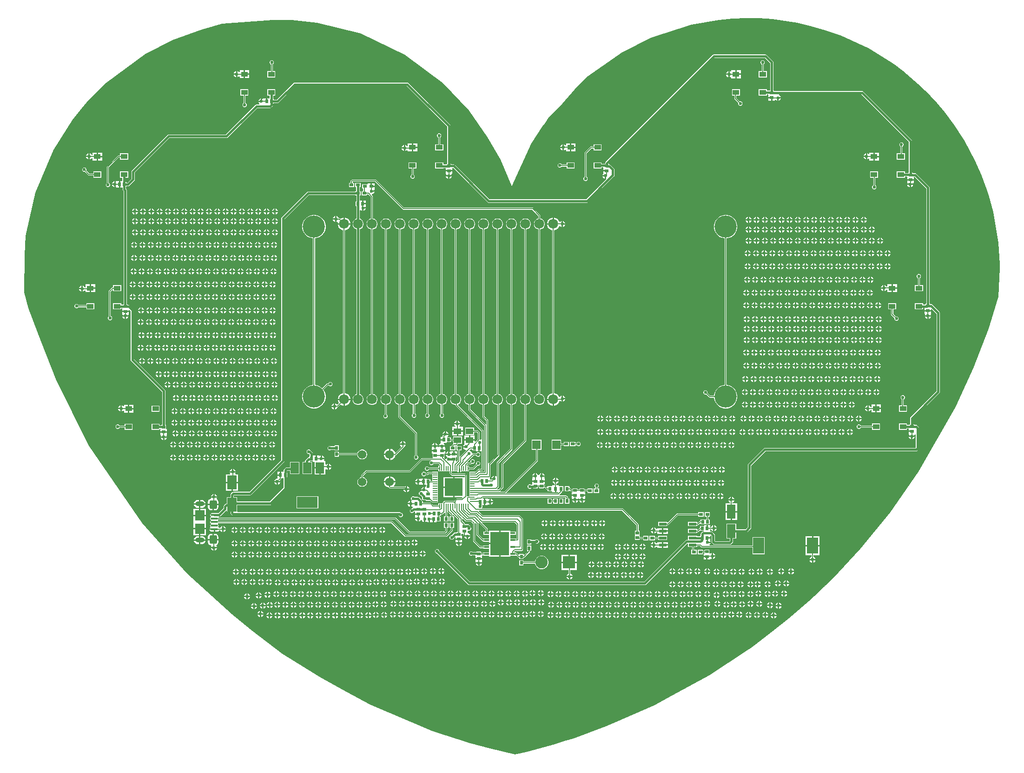
<source format=gbr>
%TF.GenerationSoftware,Altium Limited,Altium Designer,24.6.1 (21)*%
G04 Layer_Physical_Order=1*
G04 Layer_Color=255*
%FSLAX45Y45*%
%MOMM*%
%TF.SameCoordinates,D6E34864-ACFE-43FA-A01B-F9739AC3D18D*%
%TF.FilePolarity,Positive*%
%TF.FileFunction,Copper,L1,Top,Signal*%
%TF.Part,Single*%
G01*
G75*
%TA.AperFunction,SMDPad,CuDef*%
%ADD10R,0.17780X0.81280*%
%ADD11R,0.60000X0.75000*%
%ADD12R,0.60000X0.64000*%
%ADD13R,0.64000X0.60000*%
%ADD14R,0.75000X0.60000*%
%ADD15R,1.46050X0.55880*%
%ADD16R,1.60000X2.50000*%
%ADD17R,2.00000X3.00000*%
%ADD18R,1.24460X0.93980*%
%ADD19O,1.35000X0.40000*%
%ADD20R,1.80000X1.90000*%
G04:AMPARAMS|DCode=21|XSize=1.6mm|YSize=1.4mm|CornerRadius=0.35mm|HoleSize=0mm|Usage=FLASHONLY|Rotation=90.000|XOffset=0mm|YOffset=0mm|HoleType=Round|Shape=RoundedRectangle|*
%AMROUNDEDRECTD21*
21,1,1.60000,0.70000,0,0,90.0*
21,1,0.90000,1.40000,0,0,90.0*
1,1,0.70000,0.35000,0.45000*
1,1,0.70000,0.35000,-0.45000*
1,1,0.70000,-0.35000,-0.45000*
1,1,0.70000,-0.35000,0.45000*
%
%ADD21ROUNDEDRECTD21*%
%ADD22R,1.70000X2.50000*%
%ADD23R,1.50000X2.00000*%
%ADD24R,3.80000X2.00000*%
%ADD25R,0.81280X0.17780*%
%ADD26R,3.20040X3.20040*%
%ADD27R,0.96000X0.44000*%
%ADD28R,3.40000X4.30000*%
%ADD29R,1.50000X1.60000*%
%ADD30R,0.60960X0.71120*%
%ADD31R,1.40000X1.10000*%
%TA.AperFunction,Conductor*%
%ADD32C,0.15000*%
%ADD33C,0.40000*%
%ADD34C,0.20000*%
%TA.AperFunction,NonConductor*%
%ADD35C,0.20000*%
%TA.AperFunction,ComponentPad*%
%ADD36C,4.05000*%
%ADD37C,1.80000*%
%ADD38O,1.60000X0.90000*%
%ADD39C,1.57480*%
%ADD40C,2.25000*%
%ADD41R,2.25000X2.25000*%
%TA.AperFunction,ViaPad*%
%ADD42C,0.60000*%
G36*
X4684083Y13412589D02*
X5138073Y13343042D01*
X5377290Y13289204D01*
X5613442Y13222581D01*
X5920657Y13114813D01*
X6436822Y12880653D01*
X6845894Y12624089D01*
X6920392Y12571766D01*
X7066349Y12462604D01*
X7403115Y12172765D01*
X7466035Y12111903D01*
X7486831Y12092753D01*
X7565860Y12010020D01*
X7631246Y11940297D01*
X7682730Y11881702D01*
X7819606Y11720603D01*
X7989648Y11495184D01*
X8184328Y11195671D01*
X8376350Y10823253D01*
X8491051Y10579803D01*
X8577376Y10350492D01*
X8625360Y10203937D01*
X8710122Y9890457D01*
X8801963Y9332810D01*
X8828437Y8942705D01*
X8827272Y8870585D01*
X8800256Y8353912D01*
X8625360Y7768364D01*
X8341723Y7044738D01*
X8029924Y6359780D01*
X8013108Y6325857D01*
X7349710Y5161317D01*
X6827197Y4416667D01*
X6286718Y3755843D01*
X5888379Y3324603D01*
X5666293Y3100893D01*
X5649720Y3084321D01*
X5637710Y3072819D01*
X5636598Y3071707D01*
X5625074Y3060717D01*
X5624456Y3060100D01*
X5606230Y3043320D01*
X5576819Y3016244D01*
X5564187Y3002976D01*
X5551145Y2990569D01*
X5528818Y2969340D01*
X5447195Y2892750D01*
X5344976Y2798830D01*
X4981673Y2482003D01*
X4742097Y2286632D01*
X4392706Y2019467D01*
X4291287Y1943102D01*
X4245064Y1912535D01*
X3547635Y1451338D01*
X2856748Y1077588D01*
X2533297Y902611D01*
X1938231Y641246D01*
X1637030Y508953D01*
X1053337Y294709D01*
X898898Y252438D01*
X722307Y190650D01*
X229816Y56362D01*
X119334Y27680D01*
X0Y0D01*
X-457072Y114904D01*
X-818156Y207242D01*
X-1497736Y428334D01*
X-2301166Y767700D01*
X-2651358Y915619D01*
X-3059140Y1139832D01*
X-3534777Y1401354D01*
X-4248314Y1840985D01*
X-4788278Y2255449D01*
X-5156740Y2561342D01*
X-5983342Y3301210D01*
X-6792745Y4215151D01*
X-7765029Y5631605D01*
X-8358509Y6825042D01*
X-8635442Y7536296D01*
X-8868692Y8141134D01*
X-8939540Y8426727D01*
X-8932157Y9116248D01*
X-8918751Y9459993D01*
X-8739983Y10251655D01*
X-8409758Y11026174D01*
X-8059065Y11577409D01*
X-7893503Y11787550D01*
X-7765029Y11940297D01*
X-7441750Y12255606D01*
X-6731291Y12779482D01*
X-6233004Y13037267D01*
X-5720544Y13222581D01*
X-5336053Y13327444D01*
X-4411625Y13401353D01*
X-4065009D01*
X-3613499Y13343042D01*
X-2809913Y13148570D01*
X-2008573Y12763061D01*
X-1314942Y12246208D01*
X-837418Y11743719D01*
X-502856Y11257344D01*
X-265206Y10846116D01*
X-65578Y10366053D01*
X293817Y11147012D01*
X492763Y11460444D01*
X543074Y11510756D01*
X615929Y11623826D01*
X798371Y11806268D01*
X1143235Y12191888D01*
X1324512Y12369223D01*
X1948277Y12801472D01*
X2479600Y13071603D01*
X3214311Y13313792D01*
X3714615Y13401353D01*
X3955698Y13423418D01*
X4201622Y13429240D01*
X4438195D01*
X4684083Y13412589D01*
D02*
G37*
%LPC*%
G36*
X4009870Y12479300D02*
X3934940D01*
Y12465221D01*
X3922240Y12456963D01*
X3911010Y12461614D01*
Y12406910D01*
Y12352206D01*
X3922240Y12356858D01*
X3934940Y12348599D01*
Y12334520D01*
X4009870D01*
Y12406910D01*
Y12479300D01*
D02*
G37*
G36*
X-4943630Y12479400D02*
X-5018560D01*
Y12447834D01*
X-5031260Y12442573D01*
X-5042763Y12454076D01*
X-5061444Y12461814D01*
Y12407110D01*
Y12352406D01*
X-5042763Y12360144D01*
X-5031260Y12371648D01*
X-5018560Y12366387D01*
Y12334620D01*
X-4943630D01*
Y12407011D01*
Y12479400D01*
D02*
G37*
G36*
X-5086844Y12461814D02*
X-5105526Y12454076D01*
X-5121110Y12438492D01*
X-5128848Y12419810D01*
X-5086844D01*
Y12461814D01*
D02*
G37*
G36*
X-4843300Y12479400D02*
X-4918230D01*
Y12419711D01*
X-4843300D01*
Y12479400D01*
D02*
G37*
G36*
X4110200Y12479300D02*
X4035270D01*
Y12419610D01*
X4110200D01*
Y12479300D01*
D02*
G37*
G36*
X3885610Y12461614D02*
X3866929Y12453876D01*
X3851345Y12438292D01*
X3843606Y12419610D01*
X3885610D01*
Y12461614D01*
D02*
G37*
G36*
X-5086844Y12394410D02*
X-5128848D01*
X-5121110Y12375729D01*
X-5105526Y12360144D01*
X-5086844Y12352406D01*
Y12394410D01*
D02*
G37*
G36*
X3885610Y12394210D02*
X3843606D01*
X3851345Y12375529D01*
X3866929Y12359944D01*
X3885610Y12352206D01*
Y12394210D01*
D02*
G37*
G36*
X-4425133Y12663010D02*
X-4441046D01*
X-4455748Y12656921D01*
X-4467000Y12645668D01*
X-4473090Y12630967D01*
Y12615054D01*
X-4467000Y12600352D01*
X-4455748Y12589100D01*
X-4450932Y12587105D01*
Y12464000D01*
X-4515480D01*
Y12350020D01*
X-4371020D01*
Y12464000D01*
X-4415247D01*
Y12587105D01*
X-4410432Y12589100D01*
X-4399179Y12600352D01*
X-4393090Y12615054D01*
Y12630967D01*
X-4399179Y12645668D01*
X-4410432Y12656921D01*
X-4425133Y12663010D01*
D02*
G37*
G36*
X4515667D02*
X4499754D01*
X4485052Y12656921D01*
X4473800Y12645668D01*
X4467710Y12630967D01*
Y12615054D01*
X4473800Y12600352D01*
X4485052Y12589100D01*
X4489868Y12587105D01*
Y12463900D01*
X4438020D01*
Y12349920D01*
X4582480D01*
Y12463900D01*
X4525553D01*
Y12587105D01*
X4530368Y12589100D01*
X4541621Y12600352D01*
X4547710Y12615054D01*
Y12630967D01*
X4541621Y12645668D01*
X4530368Y12656921D01*
X4515667Y12663010D01*
D02*
G37*
G36*
X-4843300Y12394311D02*
X-4918230D01*
Y12334620D01*
X-4843300D01*
Y12394311D01*
D02*
G37*
G36*
X4110200Y12394210D02*
X4035270D01*
Y12334520D01*
X4110200D01*
Y12394210D01*
D02*
G37*
G36*
X4558510Y12767898D02*
X4558509Y12767898D01*
X3618710D01*
X3607005Y12765570D01*
X3597081Y12758939D01*
X3597081Y12758938D01*
X1644666Y10806523D01*
X1638035Y10796600D01*
X1635707Y10784895D01*
X1627130Y10776610D01*
X1620910D01*
Y10774098D01*
X1572580D01*
Y10800500D01*
X1428120D01*
Y10686520D01*
X1572580D01*
Y10712923D01*
X1596502D01*
X1605510Y10704010D01*
Y10661310D01*
X1662910D01*
Y10635910D01*
X1605510D01*
Y10598701D01*
X1597190Y10590380D01*
X1589452Y10571699D01*
X1644156D01*
Y10558999D01*
X1656856D01*
Y10499814D01*
X1660330Y10491988D01*
X1294640Y10126298D01*
X-470720D01*
X-1102661Y10758239D01*
X-1112585Y10764870D01*
X-1124290Y10767198D01*
X-1124291Y10767198D01*
X-1165290D01*
Y10776610D01*
X-1176702D01*
Y11467309D01*
X-1176702Y11467311D01*
X-1179030Y11479016D01*
X-1185661Y11488939D01*
X-1941311Y12244589D01*
X-1951234Y12251220D01*
X-1962939Y12253548D01*
X-1962941Y12253548D01*
X-4018370D01*
X-4018371Y12253548D01*
X-4030077Y12251220D01*
X-4040000Y12244589D01*
X-4040001Y12244588D01*
X-4342191Y11942398D01*
X-4399890D01*
Y11953810D01*
X-4409302D01*
Y12020020D01*
X-4371020D01*
Y12134000D01*
X-4515480D01*
Y12020020D01*
X-4470477D01*
Y11981077D01*
X-4472490Y11969210D01*
X-4515190D01*
Y11911810D01*
X-4540590D01*
Y11969210D01*
X-4583290D01*
Y11966451D01*
X-4595990Y11960343D01*
X-4610890Y11966514D01*
Y11911810D01*
X-4623590D01*
Y11899110D01*
X-4678294D01*
X-4670556Y11880429D01*
X-4656325Y11866198D01*
X-4657282Y11859848D01*
X-4660218Y11853498D01*
X-4712490D01*
X-4724195Y11851170D01*
X-4734119Y11844539D01*
X-5271260Y11307398D01*
X-6312688D01*
X-6312690Y11307398D01*
X-6324395Y11305070D01*
X-6334319Y11298439D01*
X-6334319Y11298438D01*
X-6982019Y10650739D01*
X-6988649Y10640816D01*
X-6990978Y10629110D01*
X-6990977Y10629109D01*
Y10502080D01*
X-7065691Y10427366D01*
X-7079590D01*
Y10442510D01*
X-7094902D01*
Y10519920D01*
X-7050720D01*
Y10633900D01*
X-7195180D01*
Y10519920D01*
X-7156077D01*
Y10457910D01*
X-7194890D01*
Y10400510D01*
Y10343110D01*
X-7152209D01*
Y10307743D01*
X-7152209Y10307742D01*
X-7149881Y10296037D01*
X-7143250Y10286113D01*
X-7132678Y10275541D01*
Y8211210D01*
X-7142090D01*
Y8207498D01*
X-7177720D01*
Y8233900D01*
X-7322180D01*
Y8119921D01*
X-7177720D01*
Y8141487D01*
X-7167970Y8143969D01*
X-7157490Y8135700D01*
Y8095910D01*
X-7100090D01*
X-7042690D01*
Y8111559D01*
X-7030956Y8116419D01*
X-7003677Y8089140D01*
Y7200112D01*
X-7003678Y7200110D01*
X-7001349Y7188405D01*
X-6994719Y7178481D01*
X-6432177Y6615941D01*
Y6014110D01*
X-6443590D01*
Y6007498D01*
X-6479220D01*
Y6033900D01*
X-6623680D01*
Y5919920D01*
X-6479220D01*
Y5939320D01*
X-6471125Y5942873D01*
X-6458990Y5935795D01*
Y5898810D01*
X-6401590D01*
X-6344190D01*
Y5941510D01*
X-6359590D01*
Y6014110D01*
X-6371002D01*
Y6628609D01*
X-6371002Y6628610D01*
X-6373330Y6640316D01*
X-6379961Y6650239D01*
X-6379962Y6650240D01*
X-6942502Y7212780D01*
Y8101810D01*
X-6944830Y8113516D01*
X-6951461Y8123439D01*
X-7020861Y8192839D01*
X-7030785Y8199470D01*
X-7042490Y8201798D01*
X-7042491Y8201798D01*
X-7058090D01*
Y8211210D01*
X-7071502D01*
Y10288209D01*
X-7071502Y10288211D01*
X-7073831Y10299916D01*
X-7080461Y10309839D01*
X-7091034Y10320412D01*
Y10358510D01*
X-7079590D01*
Y10366191D01*
X-7053022D01*
X-7053021Y10366191D01*
X-7041316Y10368520D01*
X-7031392Y10375150D01*
X-6938761Y10467781D01*
X-6932130Y10477705D01*
X-6929802Y10489410D01*
X-6929802Y10489412D01*
Y10616440D01*
X-6300020Y11246223D01*
X-5258591D01*
X-5258590Y11246222D01*
X-5246884Y11248551D01*
X-5236961Y11255181D01*
X-4699820Y11792323D01*
X-4464707D01*
X-4464705Y11792322D01*
X-4453000Y11794651D01*
X-4443076Y11801281D01*
X-4419646Y11824712D01*
X-4419645Y11824713D01*
X-4413015Y11834636D01*
X-4410686Y11846342D01*
Y11869810D01*
X-4399890D01*
Y11881223D01*
X-4329522D01*
X-4329521Y11881222D01*
X-4317816Y11883551D01*
X-4307892Y11890181D01*
X-4005701Y12192373D01*
X-1975609D01*
X-1237877Y11454641D01*
Y10776610D01*
X-1249290D01*
Y10761398D01*
X-1310320D01*
Y10800500D01*
X-1454780D01*
Y10686520D01*
X-1310320D01*
Y10700223D01*
X-1264690D01*
Y10661310D01*
X-1207290D01*
X-1149890D01*
Y10704010D01*
X-1138023Y10706023D01*
X-1136960D01*
X-505019Y10074082D01*
X-505019Y10074081D01*
X-495095Y10067451D01*
X-483390Y10065122D01*
X-483388Y10065123D01*
X1307309D01*
X1307310Y10065122D01*
X1319016Y10067451D01*
X1328939Y10074081D01*
X1798839Y10543981D01*
X1805470Y10553905D01*
X1807798Y10565610D01*
Y10667208D01*
X1805470Y10678914D01*
X1798839Y10688837D01*
X1798838Y10688838D01*
X1734824Y10752853D01*
X1724900Y10759483D01*
X1713195Y10761812D01*
X1709380Y10765761D01*
X1704911Y10776610D01*
X1711259Y10786602D01*
X3631380Y12706723D01*
X4545840D01*
X4642223Y12610340D01*
Y12110110D01*
X4630810D01*
Y12107498D01*
X4582480D01*
Y12133900D01*
X4438020D01*
Y12019920D01*
X4582480D01*
Y12046323D01*
X4606360D01*
X4615410Y12037510D01*
Y11994810D01*
X4672810D01*
Y11982110D01*
X4685510D01*
Y11926710D01*
X4730210D01*
Y11937251D01*
X4742910Y11941163D01*
X4755729Y11928344D01*
X4774410Y11920606D01*
Y11975310D01*
X4787110D01*
Y11988010D01*
X4841814D01*
X4834076Y12006692D01*
X4818492Y12022276D01*
X4807515Y12026823D01*
X4810042Y12039523D01*
X6305240D01*
X7169523Y11175241D01*
Y10611510D01*
X7158110D01*
Y10604798D01*
X7097080D01*
Y10633900D01*
X6952620D01*
Y10519920D01*
X7097080D01*
Y10543623D01*
X7131962D01*
X7142710Y10538910D01*
Y10496210D01*
X7200110D01*
X7257510D01*
Y10538910D01*
X7269377Y10540923D01*
X7270440D01*
X7487023Y10324340D01*
Y8223910D01*
X7475610D01*
Y8207498D01*
X7427280D01*
Y8233900D01*
X7282820D01*
Y8119921D01*
X7427280D01*
Y8146323D01*
X7460210D01*
Y8108610D01*
X7517610D01*
X7575010D01*
Y8124259D01*
X7586744Y8129119D01*
X7674690Y8041173D01*
Y6628580D01*
X7203881Y6157772D01*
X7197251Y6147848D01*
X7194922Y6136143D01*
X7194923Y6136142D01*
Y6026810D01*
X7183510D01*
Y6011598D01*
X7135180D01*
Y6038000D01*
X6990720D01*
Y5924020D01*
X7135180D01*
Y5950423D01*
X7168110D01*
Y5911510D01*
X7225510D01*
Y5886110D01*
X7168110D01*
Y5843410D01*
X7170870D01*
X7176978Y5830710D01*
X7170806Y5815810D01*
X7280214D01*
X7274043Y5830710D01*
X7275516Y5833773D01*
X7282910Y5843410D01*
X7295538Y5843237D01*
Y5598896D01*
X7289040Y5592398D01*
X4545812D01*
X4545810Y5592398D01*
X4534105Y5590070D01*
X4524181Y5583439D01*
X4244781Y5304039D01*
X4238151Y5294116D01*
X4235822Y5282410D01*
X4235823Y5282409D01*
Y4152080D01*
X4193040Y4109298D01*
X4026210D01*
Y4213710D01*
X3846210D01*
Y3943710D01*
X3905623D01*
Y3898080D01*
X3898140Y3890598D01*
X3642112D01*
X3636598Y3896112D01*
Y4001678D01*
X3636598Y4001679D01*
X3634270Y4013384D01*
X3627639Y4023308D01*
X3591508Y4059439D01*
X3581584Y4066070D01*
X3569879Y4068398D01*
X3569878Y4068398D01*
X3565332D01*
X3553010Y4069311D01*
X3553010Y4081098D01*
Y4108868D01*
X3566137D01*
X3571744Y4095329D01*
X3587329Y4079744D01*
X3606010Y4072006D01*
Y4126710D01*
Y4181414D01*
X3587329Y4173676D01*
X3571744Y4158092D01*
X3566137Y4144553D01*
X3553010D01*
Y4184110D01*
X3510310D01*
Y4126710D01*
X3484910D01*
Y4184110D01*
X3442210D01*
Y4168710D01*
X3369610D01*
Y4136818D01*
X3369433D01*
X3362604Y4135460D01*
X3356816Y4131592D01*
X3326450Y4101226D01*
X3313750Y4106487D01*
Y4113850D01*
X3147700D01*
Y4037970D01*
X3313750D01*
Y4058068D01*
X3326367D01*
X3333196Y4059426D01*
X3338984Y4063294D01*
X3363098Y4087408D01*
X3369610Y4084710D01*
Y4084710D01*
X3433230D01*
X3436330Y4081610D01*
X3431465Y4068515D01*
X3429888Y4068398D01*
X3424255D01*
X3412550Y4066070D01*
X3402626Y4059439D01*
X3402626Y4059438D01*
X3387981Y4044794D01*
X3381351Y4034871D01*
X3379022Y4023165D01*
X3379022Y4023164D01*
Y3990910D01*
X3369610D01*
Y3979498D01*
X3313750D01*
Y3986850D01*
X3147700D01*
Y3915998D01*
X3123412D01*
X3123410Y3915998D01*
X3111705Y3913670D01*
X3101781Y3907039D01*
X3101781Y3907038D01*
X2348740Y3153998D01*
X-826320D01*
X-1383190Y3710868D01*
Y3715567D01*
X-1389279Y3730268D01*
X-1400532Y3741521D01*
X-1415233Y3747610D01*
X-1431146D01*
X-1445848Y3741521D01*
X-1457100Y3730268D01*
X-1463190Y3715567D01*
Y3699654D01*
X-1457100Y3684952D01*
X-1445848Y3673700D01*
X-1431146Y3667610D01*
X-1426447D01*
X-860619Y3101782D01*
X-860619Y3101781D01*
X-850695Y3095151D01*
X-838990Y3092823D01*
X2361409D01*
X2361410Y3092822D01*
X2373116Y3095151D01*
X2383039Y3101781D01*
X3135000Y3853743D01*
X3147700Y3852216D01*
Y3783970D01*
X3219868D01*
Y3734910D01*
X3208910D01*
Y3654910D01*
X3303910D01*
Y3734910D01*
X3255553D01*
Y3783970D01*
X3313750D01*
Y3804068D01*
X3370020D01*
X3372767Y3801320D01*
X3373626Y3797004D01*
X3377494Y3791216D01*
X3384816Y3783894D01*
X3390604Y3780026D01*
X3397433Y3778668D01*
X4321510D01*
Y3649210D01*
X4541510D01*
Y3969210D01*
X4321510D01*
Y3814353D01*
X3545661D01*
X3540400Y3827053D01*
X3551376Y3838029D01*
X3559114Y3856710D01*
X3504410D01*
Y3882110D01*
X3559114D01*
X3553010Y3896847D01*
Y3936210D01*
X3497610D01*
Y3961610D01*
X3553010D01*
Y3993461D01*
X3565710Y3998721D01*
X3575423Y3989009D01*
Y3883443D01*
X3575422Y3883442D01*
X3577751Y3871736D01*
X3584381Y3861813D01*
X3607812Y3838382D01*
X3607813Y3838381D01*
X3617736Y3831751D01*
X3629442Y3829423D01*
X3910809D01*
X3910810Y3829422D01*
X3922516Y3831751D01*
X3932439Y3838381D01*
X3957838Y3863781D01*
X3957839Y3863781D01*
X3964470Y3873705D01*
X3966798Y3885410D01*
Y3943710D01*
X4026210D01*
Y4048123D01*
X4205709D01*
X4205710Y4048122D01*
X4217416Y4050451D01*
X4227339Y4057082D01*
X4288039Y4117781D01*
X4294670Y4127705D01*
X4296998Y4139410D01*
Y5269740D01*
X4558480Y5531223D01*
X7301709D01*
X7301710Y5531222D01*
X7313416Y5533551D01*
X7323339Y5540181D01*
X7347754Y5564597D01*
X7347755Y5564597D01*
X7354385Y5574521D01*
X7356714Y5586226D01*
Y5958463D01*
X7354385Y5970168D01*
X7347755Y5980092D01*
X7347754Y5980092D01*
X7324323Y6003523D01*
X7314400Y6010154D01*
X7302695Y6012483D01*
X7302693Y6012482D01*
X7267510D01*
Y6026810D01*
X7256098D01*
Y6123473D01*
X7726906Y6594281D01*
X7726907Y6594281D01*
X7733537Y6604205D01*
X7735865Y6615910D01*
Y8053843D01*
X7733537Y8065548D01*
X7726907Y8075472D01*
X7726906Y8075472D01*
X7596839Y8205539D01*
X7586915Y8212170D01*
X7575210Y8214498D01*
X7575209Y8214498D01*
X7559610D01*
Y8223910D01*
X7548198D01*
Y10337009D01*
X7548198Y10337010D01*
X7545870Y10348716D01*
X7539239Y10358639D01*
X7304739Y10593139D01*
X7294815Y10599770D01*
X7283110Y10602098D01*
X7283109Y10602098D01*
X7242110D01*
Y10611510D01*
X7230698D01*
Y11187909D01*
X7230698Y11187910D01*
X7228370Y11199616D01*
X7221739Y11209539D01*
X7221738Y11209540D01*
X6339539Y12091739D01*
X6329615Y12098370D01*
X6317910Y12100698D01*
X6317909Y12100698D01*
X4714810D01*
Y12110110D01*
X4703398D01*
Y12623010D01*
X4701070Y12634716D01*
X4694439Y12644639D01*
X4580139Y12758939D01*
X4570216Y12765570D01*
X4558510Y12767898D01*
D02*
G37*
G36*
X4660110Y11969410D02*
X4615410D01*
Y11926710D01*
X4660110D01*
Y11969410D01*
D02*
G37*
G36*
X-4636290Y11966514D02*
X-4654971Y11958776D01*
X-4670556Y11943192D01*
X-4678294Y11924510D01*
X-4636290D01*
Y11966514D01*
D02*
G37*
G36*
X4841814Y11962610D02*
X4799810D01*
Y11920606D01*
X4818492Y11928344D01*
X4834076Y11943929D01*
X4841814Y11962610D01*
D02*
G37*
G36*
X4094800Y12133900D02*
X3950340D01*
Y12019920D01*
X3994568D01*
Y11962610D01*
X3995926Y11955782D01*
X3999794Y11949994D01*
X4063305Y11886482D01*
X4061310Y11881667D01*
Y11865754D01*
X4067400Y11851052D01*
X4078652Y11839800D01*
X4093354Y11833710D01*
X4109267D01*
X4123968Y11839800D01*
X4135221Y11851052D01*
X4141310Y11865754D01*
Y11881667D01*
X4135221Y11896368D01*
X4123968Y11907621D01*
X4109267Y11913710D01*
X4093354D01*
X4088538Y11911716D01*
X4030253Y11970001D01*
Y12019920D01*
X4094800D01*
Y12133900D01*
D02*
G37*
G36*
X-4858700Y12134000D02*
X-5003160D01*
Y12020020D01*
X-4946232D01*
Y11884215D01*
X-4951048Y11882221D01*
X-4962300Y11870968D01*
X-4968390Y11856267D01*
Y11840354D01*
X-4962300Y11825652D01*
X-4951048Y11814400D01*
X-4936346Y11808310D01*
X-4920433D01*
X-4905732Y11814400D01*
X-4894479Y11825652D01*
X-4888390Y11840354D01*
Y11856267D01*
X-4894479Y11870968D01*
X-4905732Y11882221D01*
X-4910547Y11884215D01*
Y12020020D01*
X-4858700D01*
Y12134000D01*
D02*
G37*
G36*
X999970Y11145900D02*
X925040D01*
Y11120388D01*
X912340Y11115128D01*
X906992Y11120476D01*
X888310Y11128214D01*
Y11073510D01*
Y11018806D01*
X906992Y11026544D01*
X912340Y11031893D01*
X925040Y11026632D01*
Y11001120D01*
X999970D01*
Y11073511D01*
Y11145900D01*
D02*
G37*
G36*
X-1882930D02*
X-1957860D01*
Y11101634D01*
X-1970560Y11096373D01*
X-1982063Y11107876D01*
X-2000744Y11115614D01*
Y11060910D01*
Y11006206D01*
X-1982063Y11013944D01*
X-1970560Y11025448D01*
X-1957860Y11020187D01*
Y11001120D01*
X-1882930D01*
Y11073511D01*
Y11145900D01*
D02*
G37*
G36*
X1100300D02*
X1025370D01*
Y11086211D01*
X1100300D01*
Y11145900D01*
D02*
G37*
G36*
X-1782600D02*
X-1857530D01*
Y11086211D01*
X-1782600D01*
Y11145900D01*
D02*
G37*
G36*
X862910Y11128214D02*
X844229Y11120476D01*
X828645Y11104892D01*
X820906Y11086210D01*
X862910D01*
Y11128214D01*
D02*
G37*
G36*
X-2026144Y11115614D02*
X-2044826Y11107876D01*
X-2060410Y11092292D01*
X-2068148Y11073610D01*
X-2026144D01*
Y11115614D01*
D02*
G37*
G36*
X862910Y11060810D02*
X820906D01*
X828645Y11042129D01*
X844229Y11026544D01*
X862910Y11018806D01*
Y11060810D01*
D02*
G37*
G36*
X1572580Y11130500D02*
X1428120D01*
Y11091353D01*
X1383410D01*
X1376582Y11089995D01*
X1370794Y11086127D01*
X1269294Y10984627D01*
X1265426Y10978839D01*
X1264068Y10972010D01*
Y10538015D01*
X1259252Y10536021D01*
X1248000Y10524768D01*
X1241910Y10510067D01*
Y10494154D01*
X1248000Y10479452D01*
X1259252Y10468200D01*
X1273954Y10462110D01*
X1289867D01*
X1304568Y10468200D01*
X1315821Y10479452D01*
X1321910Y10494154D01*
Y10510067D01*
X1315821Y10524768D01*
X1304568Y10536021D01*
X1299753Y10538015D01*
Y10964620D01*
X1390801Y11055667D01*
X1428120D01*
Y11016520D01*
X1572580D01*
Y11130500D01*
D02*
G37*
G36*
X-1377133Y11329510D02*
X-1393046D01*
X-1407748Y11323421D01*
X-1419000Y11312168D01*
X-1425090Y11297467D01*
Y11281554D01*
X-1419000Y11266852D01*
X-1407748Y11255600D01*
X-1402932Y11253605D01*
Y11130500D01*
X-1454780D01*
Y11016520D01*
X-1310320D01*
Y11130500D01*
X-1367247D01*
Y11253605D01*
X-1362432Y11255600D01*
X-1351179Y11266852D01*
X-1345090Y11281554D01*
Y11297467D01*
X-1351179Y11312168D01*
X-1362432Y11323421D01*
X-1377133Y11329510D01*
D02*
G37*
G36*
X-2026144Y11048210D02*
X-2068148D01*
X-2060410Y11029529D01*
X-2044826Y11013944D01*
X-2026144Y11006206D01*
Y11048210D01*
D02*
G37*
G36*
X1100300Y11060811D02*
X1025370D01*
Y11001120D01*
X1100300D01*
Y11060811D01*
D02*
G37*
G36*
X-1782600D02*
X-1857530D01*
Y11001120D01*
X-1782600D01*
Y11060811D01*
D02*
G37*
G36*
X6524470Y10979300D02*
X6449540D01*
Y10955288D01*
X6436840Y10950028D01*
X6431392Y10955476D01*
X6412710Y10963214D01*
Y10908510D01*
Y10853806D01*
X6431392Y10861544D01*
X6436840Y10866993D01*
X6449540Y10861732D01*
Y10834520D01*
X6524470D01*
Y10906910D01*
Y10979300D01*
D02*
G37*
G36*
X-7623330D02*
X-7698260D01*
Y10938924D01*
X-7710960Y10936398D01*
X-7712734Y10940681D01*
X-7728319Y10956266D01*
X-7747000Y10964004D01*
Y10909300D01*
Y10854596D01*
X-7728319Y10862334D01*
X-7712734Y10877919D01*
X-7710960Y10882202D01*
X-7698260Y10879676D01*
Y10834520D01*
X-7623330D01*
Y10906910D01*
Y10979300D01*
D02*
G37*
G36*
X-7772400Y10964004D02*
X-7791081Y10956266D01*
X-7806666Y10940681D01*
X-7814404Y10922000D01*
X-7772400D01*
Y10964004D01*
D02*
G37*
G36*
X6387310Y10963214D02*
X6368629Y10955476D01*
X6353044Y10939892D01*
X6345306Y10921210D01*
X6387310D01*
Y10963214D01*
D02*
G37*
G36*
X6624800Y10979300D02*
X6549870D01*
Y10919610D01*
X6624800D01*
Y10979300D01*
D02*
G37*
G36*
X-7523000D02*
X-7597930D01*
Y10919610D01*
X-7523000D01*
Y10979300D01*
D02*
G37*
G36*
X-7772400Y10896600D02*
X-7814404D01*
X-7806666Y10877919D01*
X-7791081Y10862334D01*
X-7772400Y10854596D01*
Y10896600D01*
D02*
G37*
G36*
X6387310Y10895810D02*
X6345306D01*
X6353044Y10877129D01*
X6368629Y10861544D01*
X6387310Y10853806D01*
Y10895810D01*
D02*
G37*
G36*
X7042967Y11164410D02*
X7027054D01*
X7012352Y11158321D01*
X7001100Y11147068D01*
X6995010Y11132367D01*
Y11116454D01*
X7001100Y11101752D01*
X7012352Y11090500D01*
X7017168Y11088505D01*
Y10963900D01*
X6952620D01*
Y10849920D01*
X7097080D01*
Y10963900D01*
X7052853D01*
Y11088505D01*
X7057668Y11090500D01*
X7068921Y11101752D01*
X7075010Y11116454D01*
Y11132367D01*
X7068921Y11147068D01*
X7057668Y11158321D01*
X7042967Y11164410D01*
D02*
G37*
G36*
X-7050720Y10963900D02*
X-7195180D01*
Y10924753D01*
X-7228690D01*
X-7235518Y10923395D01*
X-7241307Y10919527D01*
X-7430206Y10730627D01*
X-7434074Y10724839D01*
X-7435432Y10718010D01*
Y10423715D01*
X-7440248Y10421721D01*
X-7451500Y10410468D01*
X-7457590Y10395767D01*
Y10379854D01*
X-7451500Y10365152D01*
X-7440248Y10353900D01*
X-7425546Y10347810D01*
X-7409633D01*
X-7394932Y10353900D01*
X-7383679Y10365152D01*
X-7377590Y10379854D01*
Y10395767D01*
X-7383679Y10410468D01*
X-7394932Y10421721D01*
X-7399747Y10423715D01*
Y10710620D01*
X-7221299Y10889067D01*
X-7195180D01*
Y10849920D01*
X-7050720D01*
Y10963900D01*
D02*
G37*
G36*
X6624800Y10894210D02*
X6549870D01*
Y10834520D01*
X6624800D01*
Y10894210D01*
D02*
G37*
G36*
X-7523000D02*
X-7597930D01*
Y10834520D01*
X-7523000D01*
Y10894210D01*
D02*
G37*
G36*
X1084900Y10800500D02*
X940440D01*
Y10761253D01*
X847915D01*
X845921Y10766068D01*
X834668Y10777321D01*
X819967Y10783410D01*
X804054D01*
X789352Y10777321D01*
X778100Y10766068D01*
X772010Y10751367D01*
Y10735454D01*
X778100Y10720752D01*
X789352Y10709500D01*
X804054Y10703410D01*
X819967D01*
X834668Y10709500D01*
X845921Y10720752D01*
X847915Y10725568D01*
X940440D01*
Y10686520D01*
X1084900D01*
Y10800500D01*
D02*
G37*
G36*
X-1149890Y10635910D02*
X-1207290D01*
X-1264690D01*
Y10593210D01*
X-1261930D01*
X-1255822Y10580510D01*
X-1261994Y10565610D01*
X-1152586D01*
X-1158757Y10580510D01*
X-1152649Y10593210D01*
X-1149890D01*
Y10635910D01*
D02*
G37*
G36*
X-7841433Y10707210D02*
X-7857346D01*
X-7872048Y10701121D01*
X-7883300Y10689868D01*
X-7889390Y10675167D01*
Y10659254D01*
X-7883300Y10644552D01*
X-7872048Y10633300D01*
X-7857346Y10627210D01*
X-7841433D01*
X-7836618Y10629205D01*
X-7775390Y10567977D01*
X-7769601Y10564109D01*
X-7762773Y10562751D01*
X-7682860D01*
Y10519920D01*
X-7538400D01*
Y10633900D01*
X-7682860D01*
Y10598436D01*
X-7755382D01*
X-7811384Y10654438D01*
X-7809390Y10659254D01*
Y10675167D01*
X-7815479Y10689868D01*
X-7826732Y10701121D01*
X-7841433Y10707210D01*
D02*
G37*
G36*
X1631456Y10546299D02*
X1589452D01*
X1597190Y10527618D01*
X1612774Y10512033D01*
X1631456Y10504295D01*
Y10546299D01*
D02*
G37*
G36*
X-1798000Y10800500D02*
X-1942460D01*
Y10686520D01*
X-1885532D01*
Y10576115D01*
X-1890348Y10574121D01*
X-1901600Y10562868D01*
X-1907690Y10548167D01*
Y10532254D01*
X-1901600Y10517552D01*
X-1890348Y10506300D01*
X-1875646Y10500210D01*
X-1859733D01*
X-1845032Y10506300D01*
X-1833779Y10517552D01*
X-1827690Y10532254D01*
Y10548167D01*
X-1833779Y10562868D01*
X-1845032Y10574121D01*
X-1849847Y10576115D01*
Y10686520D01*
X-1798000D01*
Y10800500D01*
D02*
G37*
G36*
X-1152586Y10540210D02*
X-1194590D01*
Y10498206D01*
X-1175908Y10505944D01*
X-1160324Y10521529D01*
X-1152586Y10540210D01*
D02*
G37*
G36*
X-1219990D02*
X-1261994D01*
X-1254256Y10521529D01*
X-1238671Y10505944D01*
X-1219990Y10498206D01*
Y10540210D01*
D02*
G37*
G36*
X-7262990Y10457911D02*
X-7271183Y10452436D01*
X-7277890Y10455214D01*
Y10400510D01*
Y10345806D01*
X-7271183Y10348585D01*
X-7262990Y10343110D01*
Y10343110D01*
X-7220290D01*
Y10400510D01*
Y10457910D01*
X-7262990D01*
Y10457911D01*
D02*
G37*
G36*
X7257510Y10470810D02*
X7200110D01*
X7142710D01*
Y10428110D01*
X7142710D01*
X7144447Y10425511D01*
X7139352Y10413210D01*
X7248760D01*
X7246962Y10417551D01*
X7254018Y10428110D01*
X7257510D01*
Y10470810D01*
D02*
G37*
G36*
X-7303290Y10455214D02*
X-7321971Y10447476D01*
X-7337556Y10431892D01*
X-7345294Y10413210D01*
X-7303290D01*
Y10455214D01*
D02*
G37*
G36*
X-2560090Y10417810D02*
X-2610290D01*
Y10375110D01*
X-2560090D01*
Y10417810D01*
D02*
G37*
G36*
X7248760Y10387810D02*
X7206756D01*
Y10345806D01*
X7225437Y10353544D01*
X7241022Y10369129D01*
X7248760Y10387810D01*
D02*
G37*
G36*
X7181356D02*
X7139352D01*
X7147090Y10369129D01*
X7162674Y10353544D01*
X7181356Y10345806D01*
Y10387810D01*
D02*
G37*
G36*
X-7303290D02*
X-7345294D01*
X-7337556Y10369129D01*
X-7321971Y10353544D01*
X-7303290Y10345806D01*
Y10387810D01*
D02*
G37*
G36*
X6609400Y10633900D02*
X6464940D01*
Y10519920D01*
X6521868D01*
Y10385615D01*
X6517052Y10383621D01*
X6505800Y10372368D01*
X6499710Y10357667D01*
Y10341754D01*
X6505800Y10327052D01*
X6517052Y10315800D01*
X6531754Y10309710D01*
X6547667D01*
X6562368Y10315800D01*
X6573621Y10327052D01*
X6579710Y10341754D01*
Y10357667D01*
X6573621Y10372368D01*
X6562368Y10383621D01*
X6557553Y10385615D01*
Y10519920D01*
X6609400D01*
Y10633900D01*
D02*
G37*
G36*
X-2720790Y10102310D02*
X-2763490D01*
Y10057610D01*
X-2720790D01*
Y10102310D01*
D02*
G37*
G36*
X-4364090Y9959914D02*
Y9917910D01*
X-4322086D01*
X-4329824Y9936592D01*
X-4345408Y9952176D01*
X-4364090Y9959914D01*
D02*
G37*
G36*
X-4389490D02*
X-4408171Y9952176D01*
X-4423756Y9936592D01*
X-4431494Y9917910D01*
X-4389490D01*
Y9959914D01*
D02*
G37*
G36*
X-4514090D02*
Y9917910D01*
X-4472086D01*
X-4479824Y9936592D01*
X-4495408Y9952176D01*
X-4514090Y9959914D01*
D02*
G37*
G36*
X-4539490D02*
X-4558171Y9952176D01*
X-4573756Y9936592D01*
X-4581494Y9917910D01*
X-4539490D01*
Y9959914D01*
D02*
G37*
G36*
X-4664090D02*
Y9917910D01*
X-4622086D01*
X-4629824Y9936592D01*
X-4645408Y9952176D01*
X-4664090Y9959914D01*
D02*
G37*
G36*
X-4689490D02*
X-4708171Y9952176D01*
X-4723756Y9936592D01*
X-4731494Y9917910D01*
X-4689490D01*
Y9959914D01*
D02*
G37*
G36*
X-4814090D02*
Y9917910D01*
X-4772086D01*
X-4779824Y9936592D01*
X-4795408Y9952176D01*
X-4814090Y9959914D01*
D02*
G37*
G36*
X-4839490D02*
X-4858171Y9952176D01*
X-4873756Y9936592D01*
X-4881494Y9917910D01*
X-4839490D01*
Y9959914D01*
D02*
G37*
G36*
X-4964090D02*
Y9917910D01*
X-4922086D01*
X-4929824Y9936592D01*
X-4945408Y9952176D01*
X-4964090Y9959914D01*
D02*
G37*
G36*
X-4989490D02*
X-5008171Y9952176D01*
X-5023756Y9936592D01*
X-5031494Y9917910D01*
X-4989490D01*
Y9959914D01*
D02*
G37*
G36*
X-5114090D02*
Y9917910D01*
X-5072086D01*
X-5079824Y9936592D01*
X-5095408Y9952176D01*
X-5114090Y9959914D01*
D02*
G37*
G36*
X-5139490D02*
X-5158171Y9952176D01*
X-5173755Y9936592D01*
X-5181494Y9917910D01*
X-5139490D01*
Y9959914D01*
D02*
G37*
G36*
X-5264090D02*
Y9917910D01*
X-5222086D01*
X-5229824Y9936592D01*
X-5245408Y9952176D01*
X-5264090Y9959914D01*
D02*
G37*
G36*
X-5289490D02*
X-5308171Y9952176D01*
X-5323756Y9936592D01*
X-5331494Y9917910D01*
X-5289490D01*
Y9959914D01*
D02*
G37*
G36*
X-5414090D02*
Y9917910D01*
X-5372086D01*
X-5379824Y9936592D01*
X-5395408Y9952176D01*
X-5414090Y9959914D01*
D02*
G37*
G36*
X-5439490D02*
X-5458171Y9952176D01*
X-5473756Y9936592D01*
X-5481494Y9917910D01*
X-5439490D01*
Y9959914D01*
D02*
G37*
G36*
X-5564090D02*
Y9917910D01*
X-5522086D01*
X-5529824Y9936592D01*
X-5545408Y9952176D01*
X-5564090Y9959914D01*
D02*
G37*
G36*
X-5589490D02*
X-5608171Y9952176D01*
X-5623756Y9936592D01*
X-5631494Y9917910D01*
X-5589490D01*
Y9959914D01*
D02*
G37*
G36*
X-5714090D02*
Y9917910D01*
X-5672086D01*
X-5679824Y9936592D01*
X-5695408Y9952176D01*
X-5714090Y9959914D01*
D02*
G37*
G36*
X-5739490D02*
X-5758171Y9952176D01*
X-5773756Y9936592D01*
X-5781494Y9917910D01*
X-5739490D01*
Y9959914D01*
D02*
G37*
G36*
X-5864090D02*
Y9917910D01*
X-5822086D01*
X-5829824Y9936592D01*
X-5845408Y9952176D01*
X-5864090Y9959914D01*
D02*
G37*
G36*
X-5889490D02*
X-5908171Y9952176D01*
X-5923755Y9936592D01*
X-5931494Y9917910D01*
X-5889490D01*
Y9959914D01*
D02*
G37*
G36*
X-6014090D02*
Y9917910D01*
X-5972086D01*
X-5979824Y9936592D01*
X-5995408Y9952176D01*
X-6014090Y9959914D01*
D02*
G37*
G36*
X-6039490D02*
X-6058171Y9952176D01*
X-6073756Y9936592D01*
X-6081494Y9917910D01*
X-6039490D01*
Y9959914D01*
D02*
G37*
G36*
X-6164090D02*
Y9917910D01*
X-6122086D01*
X-6129824Y9936592D01*
X-6145408Y9952176D01*
X-6164090Y9959914D01*
D02*
G37*
G36*
X-6189490D02*
X-6208171Y9952176D01*
X-6223756Y9936592D01*
X-6231494Y9917910D01*
X-6189490D01*
Y9959914D01*
D02*
G37*
G36*
X-6314090D02*
Y9917910D01*
X-6272086D01*
X-6279824Y9936592D01*
X-6295408Y9952176D01*
X-6314090Y9959914D01*
D02*
G37*
G36*
X-6339490D02*
X-6358171Y9952176D01*
X-6373756Y9936592D01*
X-6381494Y9917910D01*
X-6339490D01*
Y9959914D01*
D02*
G37*
G36*
X-6464090D02*
Y9917910D01*
X-6422086D01*
X-6429824Y9936592D01*
X-6445408Y9952176D01*
X-6464090Y9959914D01*
D02*
G37*
G36*
X-6489490D02*
X-6508171Y9952176D01*
X-6523756Y9936592D01*
X-6531494Y9917910D01*
X-6489490D01*
Y9959914D01*
D02*
G37*
G36*
X-6614090D02*
Y9917910D01*
X-6572086D01*
X-6579824Y9936592D01*
X-6595408Y9952176D01*
X-6614090Y9959914D01*
D02*
G37*
G36*
X-6639490D02*
X-6658171Y9952176D01*
X-6673756Y9936592D01*
X-6681494Y9917910D01*
X-6639490D01*
Y9959914D01*
D02*
G37*
G36*
X-6764090D02*
Y9917910D01*
X-6722086D01*
X-6729824Y9936592D01*
X-6745408Y9952176D01*
X-6764090Y9959914D01*
D02*
G37*
G36*
X-6789490D02*
X-6808171Y9952176D01*
X-6823756Y9936592D01*
X-6831494Y9917910D01*
X-6789490D01*
Y9959914D01*
D02*
G37*
G36*
X-6914090D02*
Y9917910D01*
X-6872086D01*
X-6879824Y9936592D01*
X-6895408Y9952176D01*
X-6914090Y9959914D01*
D02*
G37*
G36*
X-6939490D02*
X-6958171Y9952176D01*
X-6973756Y9936592D01*
X-6981494Y9917910D01*
X-6939490D01*
Y9959914D01*
D02*
G37*
G36*
X-2720740Y9956010D02*
X-2762744D01*
Y9914006D01*
X-2744063Y9921744D01*
X-2728478Y9937329D01*
X-2720740Y9956010D01*
D02*
G37*
G36*
X-2816790Y10427810D02*
X-2911790D01*
Y10347810D01*
X-2894877D01*
Y10275410D01*
X-2912490D01*
Y10265998D01*
X-3772690D01*
X-3784395Y10263670D01*
X-3794319Y10257039D01*
X-3794319Y10257038D01*
X-4251519Y9799839D01*
X-4258149Y9789916D01*
X-4260478Y9778210D01*
X-4260477Y9778209D01*
Y5371280D01*
X-4839460Y4792298D01*
X-5133558D01*
X-5145264Y4789970D01*
X-5155187Y4783339D01*
X-5155188Y4783338D01*
X-5178619Y4759908D01*
X-5185249Y4749984D01*
X-5187578Y4738279D01*
X-5187577Y4738278D01*
Y4696710D01*
X-5251989D01*
Y4576398D01*
X-5260558D01*
X-5272264Y4574070D01*
X-5282187Y4567439D01*
X-5282188Y4567438D01*
X-5305619Y4544008D01*
X-5312249Y4534084D01*
X-5314578Y4522379D01*
X-5314577Y4522378D01*
Y4494980D01*
X-5407959Y4401598D01*
X-5526190D01*
X-5537895Y4399270D01*
X-5547818Y4392639D01*
X-5554449Y4382716D01*
X-5556777Y4371011D01*
X-5554449Y4359305D01*
X-5547818Y4349382D01*
X-5542108Y4345566D01*
X-5541910Y4345037D01*
Y4331984D01*
X-5542108Y4331455D01*
X-5547818Y4327639D01*
X-5554449Y4317716D01*
X-5556777Y4306010D01*
X-5554449Y4294305D01*
X-5547818Y4284382D01*
X-5542108Y4280566D01*
X-5541910Y4280036D01*
Y4266984D01*
X-5542108Y4266455D01*
X-5547818Y4262639D01*
X-5554449Y4252716D01*
X-5556777Y4241010D01*
X-5554449Y4229305D01*
X-5547818Y4219381D01*
X-5542108Y4215566D01*
X-5541910Y4215036D01*
Y4201984D01*
X-5542108Y4201454D01*
X-5547818Y4197639D01*
X-5554449Y4187716D01*
X-5556777Y4176010D01*
X-5554449Y4164305D01*
X-5547818Y4154382D01*
Y4151160D01*
X-5558921Y4143742D01*
X-5568956Y4128724D01*
X-5569953Y4123710D01*
X-5478690D01*
Y4111010D01*
X-5465990D01*
Y4064721D01*
X-5431190D01*
X-5413475Y4068244D01*
X-5398458Y4078278D01*
X-5388424Y4093296D01*
X-5388151Y4094667D01*
X-5374042D01*
X-5369056Y4082629D01*
X-5353471Y4067044D01*
X-5334790Y4059306D01*
Y4114010D01*
Y4168714D01*
X-5353471Y4160976D01*
X-5369056Y4145392D01*
X-5375285Y4130353D01*
X-5389512D01*
X-5398458Y4143742D01*
X-5409561Y4151160D01*
Y4154382D01*
X-5402930Y4164305D01*
X-5400602Y4176010D01*
X-5402930Y4187716D01*
X-5409561Y4197639D01*
X-5415271Y4201454D01*
X-5415469Y4201984D01*
Y4213962D01*
X-5410845Y4218523D01*
X-5409561Y4219381D01*
X-5408760Y4220580D01*
X-5406137Y4223168D01*
X-2254501D01*
X-2006517Y3975183D01*
X-2000728Y3971315D01*
X-1993900Y3969957D01*
X-1259759D01*
X-1252931Y3971315D01*
X-1247143Y3975183D01*
X-1143083Y4079243D01*
X-1139215Y4085031D01*
X-1137857Y4091859D01*
Y4136800D01*
X-1115700D01*
Y4231800D01*
X-1195700D01*
Y4136800D01*
X-1173543D01*
Y4099250D01*
X-1267150Y4005643D01*
X-1986509D01*
X-2234494Y4253627D01*
X-2240282Y4257495D01*
X-2247110Y4258853D01*
X-5407031D01*
X-5409561Y4262639D01*
X-5415271Y4266455D01*
X-5415469Y4266984D01*
Y4278962D01*
X-5410845Y4283524D01*
X-5409561Y4284382D01*
X-5408760Y4285580D01*
X-5406137Y4288168D01*
X-2192501D01*
X-1943017Y4038683D01*
X-1937228Y4034815D01*
X-1930400Y4033457D01*
X-1276987D01*
X-1270159Y4034815D01*
X-1264370Y4038683D01*
X-1241430Y4061624D01*
X-1237562Y4067412D01*
X-1236204Y4074241D01*
Y4136800D01*
X-1217300D01*
Y4231800D01*
X-1297300D01*
Y4136800D01*
X-1271889D01*
Y4081631D01*
X-1284378Y4069143D01*
X-1923009D01*
X-2172494Y4318627D01*
X-2178282Y4322495D01*
X-2185110Y4323853D01*
X-5397683D01*
X-5400524Y4327723D01*
X-5396485Y4337524D01*
X-5394245Y4340630D01*
X-5383584Y4342751D01*
X-5373661Y4349382D01*
X-5264689Y4458353D01*
X-5255593Y4455995D01*
X-5251989Y4453500D01*
Y4426710D01*
X-5187577D01*
Y4406088D01*
X-5187578Y4406087D01*
X-5185249Y4394381D01*
X-5178619Y4384458D01*
X-5163974Y4369814D01*
X-5163974Y4369813D01*
X-5154050Y4363183D01*
X-5142345Y4360854D01*
X-2123590D01*
Y4360054D01*
X-2117500Y4345352D01*
X-2106248Y4334100D01*
X-2091546Y4328010D01*
X-2075633D01*
X-2060932Y4334100D01*
X-2049679Y4345352D01*
X-2043590Y4360054D01*
Y4375967D01*
X-2049679Y4390668D01*
X-2060932Y4401921D01*
X-2075633Y4408010D01*
X-2081545D01*
X-2086606Y4413071D01*
X-2096529Y4419701D01*
X-2108235Y4422030D01*
X-2108236Y4422030D01*
X-5051229D01*
X-5061990Y4426710D01*
Y4553323D01*
X-4458491D01*
X-4458490Y4553322D01*
X-4446784Y4555651D01*
X-4436861Y4562281D01*
X-4166061Y4833082D01*
X-4159430Y4843005D01*
X-4157101Y4854711D01*
X-4157102Y4854712D01*
Y5055610D01*
X-4147689D01*
Y5139610D01*
X-4157102D01*
Y5170109D01*
X-4151588Y5175623D01*
X-4099600D01*
Y5119900D01*
X-3929600D01*
Y5339900D01*
X-4099600D01*
Y5236798D01*
X-4164258D01*
X-4175963Y5234470D01*
X-4185887Y5227839D01*
X-4185887Y5227838D01*
X-4209318Y5204408D01*
X-4215949Y5194484D01*
X-4218277Y5182779D01*
X-4218277Y5182778D01*
Y5166877D01*
X-4220290Y5155010D01*
X-4262989D01*
Y5097610D01*
X-4275689D01*
Y5084910D01*
X-4331089D01*
Y5042888D01*
X-4331090Y5040210D01*
X-4341134Y5033800D01*
X-4345624D01*
X-4365985Y5025366D01*
X-4381570Y5009781D01*
X-4389308Y4991100D01*
X-4279900D01*
X-4284812Y5002958D01*
X-4267283Y5020487D01*
X-4263415Y5026276D01*
X-4262057Y5033104D01*
Y5040210D01*
X-4220290D01*
X-4218277Y5028344D01*
Y4867381D01*
X-4471160Y4614498D01*
X-5061990D01*
Y4696710D01*
X-5126402D01*
Y4725609D01*
X-5120888Y4731123D01*
X-4826791D01*
X-4826790Y4731122D01*
X-4815084Y4733451D01*
X-4805161Y4740081D01*
X-4208261Y5336981D01*
X-4201630Y5346905D01*
X-4199302Y5358610D01*
X-4199302Y5358612D01*
Y9765540D01*
X-3760020Y10204823D01*
X-2912490D01*
Y10195410D01*
X-2891977D01*
Y10086910D01*
X-2904190D01*
Y10002910D01*
X-2891977D01*
Y9772342D01*
X-2899988Y9770195D01*
X-2922791Y9757030D01*
X-2941409Y9738412D01*
X-2954575Y9715609D01*
X-2961390Y9690176D01*
Y9663845D01*
X-2954575Y9638412D01*
X-2941409Y9615609D01*
X-2922791Y9596991D01*
X-2899988Y9583825D01*
X-2891977Y9581679D01*
X-2891978Y6572341D01*
X-2899988Y6570195D01*
X-2922791Y6557030D01*
X-2941409Y6538411D01*
X-2954575Y6515609D01*
X-2961390Y6490175D01*
Y6463845D01*
X-2954575Y6438412D01*
X-2941409Y6415609D01*
X-2922791Y6396991D01*
X-2899988Y6383825D01*
X-2874555Y6377010D01*
X-2848224D01*
X-2822791Y6383825D01*
X-2799989Y6396991D01*
X-2781370Y6415609D01*
X-2768205Y6438412D01*
X-2761390Y6463845D01*
Y6490175D01*
X-2768205Y6515609D01*
X-2781370Y6538411D01*
X-2799989Y6557030D01*
X-2822791Y6570195D01*
X-2830802Y6572342D01*
X-2830802Y9581679D01*
X-2822791Y9583825D01*
X-2799989Y9596991D01*
X-2781370Y9615609D01*
X-2768205Y9638412D01*
X-2761390Y9663845D01*
Y9690176D01*
X-2768205Y9715609D01*
X-2781370Y9738412D01*
X-2799989Y9757030D01*
X-2822791Y9770195D01*
X-2830802Y9772342D01*
Y9927760D01*
X-2818102Y9933021D01*
X-2806826Y9921744D01*
X-2788144Y9914006D01*
Y9968710D01*
X-2775444D01*
Y9981410D01*
X-2720740D01*
X-2722319Y9985222D01*
X-2720790Y9987510D01*
X-2720790D01*
Y10032210D01*
X-2776190D01*
Y10044910D01*
X-2788890D01*
Y10102310D01*
X-2830802D01*
Y10195410D01*
X-2817490D01*
Y10275410D01*
X-2833702D01*
Y10347810D01*
X-2816790D01*
Y10427810D01*
D02*
G37*
G36*
X-4322086Y9892510D02*
X-4364090D01*
Y9850506D01*
X-4345408Y9858244D01*
X-4329824Y9873829D01*
X-4322086Y9892510D01*
D02*
G37*
G36*
X-4389490D02*
X-4431494D01*
X-4423756Y9873829D01*
X-4408171Y9858244D01*
X-4389490Y9850506D01*
Y9892510D01*
D02*
G37*
G36*
X-4472086D02*
X-4514090D01*
Y9850506D01*
X-4495408Y9858244D01*
X-4479824Y9873829D01*
X-4472086Y9892510D01*
D02*
G37*
G36*
X-4539490D02*
X-4581494D01*
X-4573756Y9873829D01*
X-4558171Y9858244D01*
X-4539490Y9850506D01*
Y9892510D01*
D02*
G37*
G36*
X-4622086D02*
X-4664090D01*
Y9850506D01*
X-4645408Y9858244D01*
X-4629824Y9873829D01*
X-4622086Y9892510D01*
D02*
G37*
G36*
X-4689490D02*
X-4731494D01*
X-4723756Y9873829D01*
X-4708171Y9858244D01*
X-4689490Y9850506D01*
Y9892510D01*
D02*
G37*
G36*
X-4772086D02*
X-4814090D01*
Y9850506D01*
X-4795408Y9858244D01*
X-4779824Y9873829D01*
X-4772086Y9892510D01*
D02*
G37*
G36*
X-4839490D02*
X-4881494D01*
X-4873756Y9873829D01*
X-4858171Y9858244D01*
X-4839490Y9850506D01*
Y9892510D01*
D02*
G37*
G36*
X-4922086D02*
X-4964090D01*
Y9850506D01*
X-4945408Y9858244D01*
X-4929824Y9873829D01*
X-4922086Y9892510D01*
D02*
G37*
G36*
X-4989490D02*
X-5031494D01*
X-5023756Y9873829D01*
X-5008171Y9858244D01*
X-4989490Y9850506D01*
Y9892510D01*
D02*
G37*
G36*
X-5072086D02*
X-5114090D01*
Y9850506D01*
X-5095408Y9858244D01*
X-5079824Y9873829D01*
X-5072086Y9892510D01*
D02*
G37*
G36*
X-5139490D02*
X-5181494D01*
X-5173755Y9873829D01*
X-5158171Y9858244D01*
X-5139490Y9850506D01*
Y9892510D01*
D02*
G37*
G36*
X-5222086D02*
X-5264090D01*
Y9850506D01*
X-5245408Y9858244D01*
X-5229824Y9873829D01*
X-5222086Y9892510D01*
D02*
G37*
G36*
X-5289490D02*
X-5331494D01*
X-5323756Y9873829D01*
X-5308171Y9858244D01*
X-5289490Y9850506D01*
Y9892510D01*
D02*
G37*
G36*
X-5372086D02*
X-5414090D01*
Y9850506D01*
X-5395408Y9858244D01*
X-5379824Y9873829D01*
X-5372086Y9892510D01*
D02*
G37*
G36*
X-5439490D02*
X-5481494D01*
X-5473756Y9873829D01*
X-5458171Y9858244D01*
X-5439490Y9850506D01*
Y9892510D01*
D02*
G37*
G36*
X-5522086D02*
X-5564090D01*
Y9850506D01*
X-5545408Y9858244D01*
X-5529824Y9873829D01*
X-5522086Y9892510D01*
D02*
G37*
G36*
X-5589490D02*
X-5631494D01*
X-5623756Y9873829D01*
X-5608171Y9858244D01*
X-5589490Y9850506D01*
Y9892510D01*
D02*
G37*
G36*
X-5672086D02*
X-5714090D01*
Y9850506D01*
X-5695408Y9858244D01*
X-5679824Y9873829D01*
X-5672086Y9892510D01*
D02*
G37*
G36*
X-5739490D02*
X-5781494D01*
X-5773756Y9873829D01*
X-5758171Y9858244D01*
X-5739490Y9850506D01*
Y9892510D01*
D02*
G37*
G36*
X-5822086D02*
X-5864090D01*
Y9850506D01*
X-5845408Y9858244D01*
X-5829824Y9873829D01*
X-5822086Y9892510D01*
D02*
G37*
G36*
X-5889490D02*
X-5931494D01*
X-5923755Y9873829D01*
X-5908171Y9858244D01*
X-5889490Y9850506D01*
Y9892510D01*
D02*
G37*
G36*
X-5972086D02*
X-6014090D01*
Y9850506D01*
X-5995408Y9858244D01*
X-5979824Y9873829D01*
X-5972086Y9892510D01*
D02*
G37*
G36*
X-6039490D02*
X-6081494D01*
X-6073756Y9873829D01*
X-6058171Y9858244D01*
X-6039490Y9850506D01*
Y9892510D01*
D02*
G37*
G36*
X-6122086D02*
X-6164090D01*
Y9850506D01*
X-6145408Y9858244D01*
X-6129824Y9873829D01*
X-6122086Y9892510D01*
D02*
G37*
G36*
X-6189490D02*
X-6231494D01*
X-6223756Y9873829D01*
X-6208171Y9858244D01*
X-6189490Y9850506D01*
Y9892510D01*
D02*
G37*
G36*
X-6272086D02*
X-6314090D01*
Y9850506D01*
X-6295408Y9858244D01*
X-6279824Y9873829D01*
X-6272086Y9892510D01*
D02*
G37*
G36*
X-6339490D02*
X-6381494D01*
X-6373756Y9873829D01*
X-6358171Y9858244D01*
X-6339490Y9850506D01*
Y9892510D01*
D02*
G37*
G36*
X-6422086D02*
X-6464090D01*
Y9850506D01*
X-6445408Y9858244D01*
X-6429824Y9873829D01*
X-6422086Y9892510D01*
D02*
G37*
G36*
X-6489490D02*
X-6531494D01*
X-6523756Y9873829D01*
X-6508171Y9858244D01*
X-6489490Y9850506D01*
Y9892510D01*
D02*
G37*
G36*
X-6572086D02*
X-6614090D01*
Y9850506D01*
X-6595408Y9858244D01*
X-6579824Y9873829D01*
X-6572086Y9892510D01*
D02*
G37*
G36*
X-6639490D02*
X-6681494D01*
X-6673756Y9873829D01*
X-6658171Y9858244D01*
X-6639490Y9850506D01*
Y9892510D01*
D02*
G37*
G36*
X-6722086D02*
X-6764090D01*
Y9850506D01*
X-6745408Y9858244D01*
X-6729824Y9873829D01*
X-6722086Y9892510D01*
D02*
G37*
G36*
X-6789490D02*
X-6831494D01*
X-6823756Y9873829D01*
X-6808171Y9858244D01*
X-6789490Y9850506D01*
Y9892510D01*
D02*
G37*
G36*
X-6872086D02*
X-6914090D01*
Y9850506D01*
X-6895408Y9858244D01*
X-6879824Y9873829D01*
X-6872086Y9892510D01*
D02*
G37*
G36*
X-6939490D02*
X-6981494D01*
X-6973756Y9873829D01*
X-6958171Y9858244D01*
X-6939490Y9850506D01*
Y9892510D01*
D02*
G37*
G36*
X-3277390Y9820214D02*
X-3296071Y9812476D01*
X-3311656Y9796892D01*
X-3319394Y9778210D01*
X-3277390D01*
Y9820214D01*
D02*
G37*
G36*
X6361910Y9807514D02*
Y9765510D01*
X6403914D01*
X6396176Y9784192D01*
X6380592Y9799776D01*
X6361910Y9807514D01*
D02*
G37*
G36*
X6336510D02*
X6317829Y9799776D01*
X6302244Y9784192D01*
X6294506Y9765510D01*
X6336510D01*
Y9807514D01*
D02*
G37*
G36*
X6211910D02*
Y9765510D01*
X6253914D01*
X6246176Y9784192D01*
X6230592Y9799776D01*
X6211910Y9807514D01*
D02*
G37*
G36*
X6186510D02*
X6167829Y9799776D01*
X6152244Y9784192D01*
X6144506Y9765510D01*
X6186510D01*
Y9807514D01*
D02*
G37*
G36*
X6061910D02*
Y9765510D01*
X6103914D01*
X6096176Y9784192D01*
X6080592Y9799776D01*
X6061910Y9807514D01*
D02*
G37*
G36*
X6036510D02*
X6017829Y9799776D01*
X6002245Y9784192D01*
X5994506Y9765510D01*
X6036510D01*
Y9807514D01*
D02*
G37*
G36*
X5911910D02*
Y9765510D01*
X5953914D01*
X5946176Y9784192D01*
X5930592Y9799776D01*
X5911910Y9807514D01*
D02*
G37*
G36*
X5886510D02*
X5867829Y9799776D01*
X5852244Y9784192D01*
X5844506Y9765510D01*
X5886510D01*
Y9807514D01*
D02*
G37*
G36*
X5761910D02*
Y9765510D01*
X5803914D01*
X5796176Y9784192D01*
X5780592Y9799776D01*
X5761910Y9807514D01*
D02*
G37*
G36*
X5736510D02*
X5717829Y9799776D01*
X5702244Y9784192D01*
X5694506Y9765510D01*
X5736510D01*
Y9807514D01*
D02*
G37*
G36*
X5611910D02*
Y9765510D01*
X5653914D01*
X5646176Y9784192D01*
X5630592Y9799776D01*
X5611910Y9807514D01*
D02*
G37*
G36*
X5586510D02*
X5567829Y9799776D01*
X5552244Y9784192D01*
X5544506Y9765510D01*
X5586510D01*
Y9807514D01*
D02*
G37*
G36*
X5461910D02*
Y9765510D01*
X5503914D01*
X5496176Y9784192D01*
X5480592Y9799776D01*
X5461910Y9807514D01*
D02*
G37*
G36*
X5436510D02*
X5417829Y9799776D01*
X5402244Y9784192D01*
X5394506Y9765510D01*
X5436510D01*
Y9807514D01*
D02*
G37*
G36*
X5311910D02*
Y9765510D01*
X5353914D01*
X5346176Y9784192D01*
X5330592Y9799776D01*
X5311910Y9807514D01*
D02*
G37*
G36*
X5286510D02*
X5267829Y9799776D01*
X5252245Y9784192D01*
X5244506Y9765510D01*
X5286510D01*
Y9807514D01*
D02*
G37*
G36*
X5161910D02*
Y9765510D01*
X5203914D01*
X5196176Y9784192D01*
X5180592Y9799776D01*
X5161910Y9807514D01*
D02*
G37*
G36*
X5136510D02*
X5117829Y9799776D01*
X5102244Y9784192D01*
X5094506Y9765510D01*
X5136510D01*
Y9807514D01*
D02*
G37*
G36*
X5011910D02*
Y9765510D01*
X5053914D01*
X5046176Y9784192D01*
X5030592Y9799776D01*
X5011910Y9807514D01*
D02*
G37*
G36*
X4986510D02*
X4967829Y9799776D01*
X4952244Y9784192D01*
X4944506Y9765510D01*
X4986510D01*
Y9807514D01*
D02*
G37*
G36*
X4861910D02*
Y9765510D01*
X4903914D01*
X4896176Y9784192D01*
X4880592Y9799776D01*
X4861910Y9807514D01*
D02*
G37*
G36*
X4836510D02*
X4817829Y9799776D01*
X4802244Y9784192D01*
X4794506Y9765510D01*
X4836510D01*
Y9807514D01*
D02*
G37*
G36*
X4711910D02*
Y9765510D01*
X4753914D01*
X4746176Y9784192D01*
X4730592Y9799776D01*
X4711910Y9807514D01*
D02*
G37*
G36*
X4686510D02*
X4667829Y9799776D01*
X4652244Y9784192D01*
X4644506Y9765510D01*
X4686510D01*
Y9807514D01*
D02*
G37*
G36*
X4561910D02*
Y9765510D01*
X4603914D01*
X4596176Y9784192D01*
X4580592Y9799776D01*
X4561910Y9807514D01*
D02*
G37*
G36*
X4536510D02*
X4517829Y9799776D01*
X4502244Y9784192D01*
X4494506Y9765510D01*
X4536510D01*
Y9807514D01*
D02*
G37*
G36*
X4411910D02*
Y9765510D01*
X4453914D01*
X4446176Y9784192D01*
X4430592Y9799776D01*
X4411910Y9807514D01*
D02*
G37*
G36*
X4386510D02*
X4367829Y9799776D01*
X4352244Y9784192D01*
X4344506Y9765510D01*
X4386510D01*
Y9807514D01*
D02*
G37*
G36*
X4261910D02*
Y9765510D01*
X4303914D01*
X4296176Y9784192D01*
X4280592Y9799776D01*
X4261910Y9807514D01*
D02*
G37*
G36*
X4236510D02*
X4217829Y9799776D01*
X4202244Y9784192D01*
X4194506Y9765510D01*
X4236510D01*
Y9807514D01*
D02*
G37*
G36*
X-4364090Y9782114D02*
Y9740110D01*
X-4322086D01*
X-4329824Y9758792D01*
X-4345408Y9774376D01*
X-4364090Y9782114D01*
D02*
G37*
G36*
X-4389490D02*
X-4408171Y9774376D01*
X-4423756Y9758792D01*
X-4431494Y9740110D01*
X-4389490D01*
Y9782114D01*
D02*
G37*
G36*
X-4514090D02*
Y9740110D01*
X-4472086D01*
X-4479824Y9758792D01*
X-4495408Y9774376D01*
X-4514090Y9782114D01*
D02*
G37*
G36*
X-4539490D02*
X-4558171Y9774376D01*
X-4573756Y9758792D01*
X-4581494Y9740110D01*
X-4539490D01*
Y9782114D01*
D02*
G37*
G36*
X-4664090D02*
Y9740110D01*
X-4622086D01*
X-4629824Y9758792D01*
X-4645408Y9774376D01*
X-4664090Y9782114D01*
D02*
G37*
G36*
X-4689490D02*
X-4708171Y9774376D01*
X-4723756Y9758792D01*
X-4731494Y9740110D01*
X-4689490D01*
Y9782114D01*
D02*
G37*
G36*
X-4814090D02*
Y9740110D01*
X-4772086D01*
X-4779824Y9758792D01*
X-4795408Y9774376D01*
X-4814090Y9782114D01*
D02*
G37*
G36*
X-4839490D02*
X-4858171Y9774376D01*
X-4873756Y9758792D01*
X-4881494Y9740110D01*
X-4839490D01*
Y9782114D01*
D02*
G37*
G36*
X-4964090D02*
Y9740110D01*
X-4922086D01*
X-4929824Y9758792D01*
X-4945408Y9774376D01*
X-4964090Y9782114D01*
D02*
G37*
G36*
X-4989490D02*
X-5008171Y9774376D01*
X-5023756Y9758792D01*
X-5031494Y9740110D01*
X-4989490D01*
Y9782114D01*
D02*
G37*
G36*
X-5114090D02*
Y9740110D01*
X-5072086D01*
X-5079824Y9758792D01*
X-5095408Y9774376D01*
X-5114090Y9782114D01*
D02*
G37*
G36*
X-5139490D02*
X-5158171Y9774376D01*
X-5173755Y9758792D01*
X-5181494Y9740110D01*
X-5139490D01*
Y9782114D01*
D02*
G37*
G36*
X-5264090D02*
Y9740110D01*
X-5222086D01*
X-5229824Y9758792D01*
X-5245408Y9774376D01*
X-5264090Y9782114D01*
D02*
G37*
G36*
X-5289490D02*
X-5308171Y9774376D01*
X-5323756Y9758792D01*
X-5331494Y9740110D01*
X-5289490D01*
Y9782114D01*
D02*
G37*
G36*
X-5414090D02*
Y9740110D01*
X-5372086D01*
X-5379824Y9758792D01*
X-5395408Y9774376D01*
X-5414090Y9782114D01*
D02*
G37*
G36*
X-5439490D02*
X-5458171Y9774376D01*
X-5473756Y9758792D01*
X-5481494Y9740110D01*
X-5439490D01*
Y9782114D01*
D02*
G37*
G36*
X-5564090D02*
Y9740110D01*
X-5522086D01*
X-5529824Y9758792D01*
X-5545408Y9774376D01*
X-5564090Y9782114D01*
D02*
G37*
G36*
X-5589490D02*
X-5608171Y9774376D01*
X-5623756Y9758792D01*
X-5631494Y9740110D01*
X-5589490D01*
Y9782114D01*
D02*
G37*
G36*
X-5714090D02*
Y9740110D01*
X-5672086D01*
X-5679824Y9758792D01*
X-5695408Y9774376D01*
X-5714090Y9782114D01*
D02*
G37*
G36*
X-5739490D02*
X-5758171Y9774376D01*
X-5773756Y9758792D01*
X-5781494Y9740110D01*
X-5739490D01*
Y9782114D01*
D02*
G37*
G36*
X-5864090D02*
Y9740110D01*
X-5822086D01*
X-5829824Y9758792D01*
X-5845408Y9774376D01*
X-5864090Y9782114D01*
D02*
G37*
G36*
X-5889490D02*
X-5908171Y9774376D01*
X-5923755Y9758792D01*
X-5931494Y9740110D01*
X-5889490D01*
Y9782114D01*
D02*
G37*
G36*
X-6014090D02*
Y9740110D01*
X-5972086D01*
X-5979824Y9758792D01*
X-5995408Y9774376D01*
X-6014090Y9782114D01*
D02*
G37*
G36*
X-6039490D02*
X-6058171Y9774376D01*
X-6073756Y9758792D01*
X-6081494Y9740110D01*
X-6039490D01*
Y9782114D01*
D02*
G37*
G36*
X-6164090D02*
Y9740110D01*
X-6122086D01*
X-6129824Y9758792D01*
X-6145408Y9774376D01*
X-6164090Y9782114D01*
D02*
G37*
G36*
X-6189490D02*
X-6208171Y9774376D01*
X-6223756Y9758792D01*
X-6231494Y9740110D01*
X-6189490D01*
Y9782114D01*
D02*
G37*
G36*
X-6314090D02*
Y9740110D01*
X-6272086D01*
X-6279824Y9758792D01*
X-6295408Y9774376D01*
X-6314090Y9782114D01*
D02*
G37*
G36*
X-6339490D02*
X-6358171Y9774376D01*
X-6373756Y9758792D01*
X-6381494Y9740110D01*
X-6339490D01*
Y9782114D01*
D02*
G37*
G36*
X-6464090D02*
Y9740110D01*
X-6422086D01*
X-6429824Y9758792D01*
X-6445408Y9774376D01*
X-6464090Y9782114D01*
D02*
G37*
G36*
X-6489490D02*
X-6508171Y9774376D01*
X-6523756Y9758792D01*
X-6531494Y9740110D01*
X-6489490D01*
Y9782114D01*
D02*
G37*
G36*
X-6614090D02*
Y9740110D01*
X-6572086D01*
X-6579824Y9758792D01*
X-6595408Y9774376D01*
X-6614090Y9782114D01*
D02*
G37*
G36*
X-6639490D02*
X-6658171Y9774376D01*
X-6673756Y9758792D01*
X-6681494Y9740110D01*
X-6639490D01*
Y9782114D01*
D02*
G37*
G36*
X-6764090D02*
Y9740110D01*
X-6722086D01*
X-6729824Y9758792D01*
X-6745408Y9774376D01*
X-6764090Y9782114D01*
D02*
G37*
G36*
X-6789490D02*
X-6808171Y9774376D01*
X-6823756Y9758792D01*
X-6831494Y9740110D01*
X-6789490D01*
Y9782114D01*
D02*
G37*
G36*
X-6914090D02*
Y9740110D01*
X-6872086D01*
X-6879824Y9758792D01*
X-6895408Y9774376D01*
X-6914090Y9782114D01*
D02*
G37*
G36*
X-6939490D02*
X-6958171Y9774376D01*
X-6973756Y9758792D01*
X-6981494Y9740110D01*
X-6939490D01*
Y9782114D01*
D02*
G37*
G36*
X-3277390Y9752810D02*
X-3319394D01*
X-3311656Y9734129D01*
X-3296071Y9718544D01*
X-3277390Y9710806D01*
Y9752810D01*
D02*
G37*
G36*
X6403914Y9740110D02*
X6361910D01*
Y9698106D01*
X6380592Y9705844D01*
X6396176Y9721429D01*
X6403914Y9740110D01*
D02*
G37*
G36*
X6336510D02*
X6294506D01*
X6302244Y9721429D01*
X6317829Y9705844D01*
X6336510Y9698106D01*
Y9740110D01*
D02*
G37*
G36*
X6253914D02*
X6211910D01*
Y9698106D01*
X6230592Y9705844D01*
X6246176Y9721429D01*
X6253914Y9740110D01*
D02*
G37*
G36*
X6186510D02*
X6144506D01*
X6152244Y9721429D01*
X6167829Y9705844D01*
X6186510Y9698106D01*
Y9740110D01*
D02*
G37*
G36*
X6103914D02*
X6061910D01*
Y9698106D01*
X6080592Y9705844D01*
X6096176Y9721429D01*
X6103914Y9740110D01*
D02*
G37*
G36*
X6036510D02*
X5994506D01*
X6002245Y9721429D01*
X6017829Y9705844D01*
X6036510Y9698106D01*
Y9740110D01*
D02*
G37*
G36*
X5953914D02*
X5911910D01*
Y9698106D01*
X5930592Y9705844D01*
X5946176Y9721429D01*
X5953914Y9740110D01*
D02*
G37*
G36*
X5886510D02*
X5844506D01*
X5852244Y9721429D01*
X5867829Y9705844D01*
X5886510Y9698106D01*
Y9740110D01*
D02*
G37*
G36*
X5803914D02*
X5761910D01*
Y9698106D01*
X5780592Y9705844D01*
X5796176Y9721429D01*
X5803914Y9740110D01*
D02*
G37*
G36*
X5736510D02*
X5694506D01*
X5702244Y9721429D01*
X5717829Y9705844D01*
X5736510Y9698106D01*
Y9740110D01*
D02*
G37*
G36*
X5653914D02*
X5611910D01*
Y9698106D01*
X5630592Y9705844D01*
X5646176Y9721429D01*
X5653914Y9740110D01*
D02*
G37*
G36*
X5586510D02*
X5544506D01*
X5552244Y9721429D01*
X5567829Y9705844D01*
X5586510Y9698106D01*
Y9740110D01*
D02*
G37*
G36*
X5503914D02*
X5461910D01*
Y9698106D01*
X5480592Y9705844D01*
X5496176Y9721429D01*
X5503914Y9740110D01*
D02*
G37*
G36*
X5436510D02*
X5394506D01*
X5402244Y9721429D01*
X5417829Y9705844D01*
X5436510Y9698106D01*
Y9740110D01*
D02*
G37*
G36*
X5353914D02*
X5311910D01*
Y9698106D01*
X5330592Y9705844D01*
X5346176Y9721429D01*
X5353914Y9740110D01*
D02*
G37*
G36*
X5286510D02*
X5244506D01*
X5252245Y9721429D01*
X5267829Y9705844D01*
X5286510Y9698106D01*
Y9740110D01*
D02*
G37*
G36*
X5203914D02*
X5161910D01*
Y9698106D01*
X5180592Y9705844D01*
X5196176Y9721429D01*
X5203914Y9740110D01*
D02*
G37*
G36*
X5136510D02*
X5094506D01*
X5102244Y9721429D01*
X5117829Y9705844D01*
X5136510Y9698106D01*
Y9740110D01*
D02*
G37*
G36*
X5053914D02*
X5011910D01*
Y9698106D01*
X5030592Y9705844D01*
X5046176Y9721429D01*
X5053914Y9740110D01*
D02*
G37*
G36*
X4986510D02*
X4944506D01*
X4952244Y9721429D01*
X4967829Y9705844D01*
X4986510Y9698106D01*
Y9740110D01*
D02*
G37*
G36*
X4903914D02*
X4861910D01*
Y9698106D01*
X4880592Y9705844D01*
X4896176Y9721429D01*
X4903914Y9740110D01*
D02*
G37*
G36*
X4836510D02*
X4794506D01*
X4802244Y9721429D01*
X4817829Y9705844D01*
X4836510Y9698106D01*
Y9740110D01*
D02*
G37*
G36*
X4753914D02*
X4711910D01*
Y9698106D01*
X4730592Y9705844D01*
X4746176Y9721429D01*
X4753914Y9740110D01*
D02*
G37*
G36*
X4686510D02*
X4644506D01*
X4652244Y9721429D01*
X4667829Y9705844D01*
X4686510Y9698106D01*
Y9740110D01*
D02*
G37*
G36*
X4603914D02*
X4561910D01*
Y9698106D01*
X4580592Y9705844D01*
X4596176Y9721429D01*
X4603914Y9740110D01*
D02*
G37*
G36*
X4536510D02*
X4494506D01*
X4502244Y9721429D01*
X4517829Y9705844D01*
X4536510Y9698106D01*
Y9740110D01*
D02*
G37*
G36*
X4453914D02*
X4411910D01*
Y9698106D01*
X4430592Y9705844D01*
X4446176Y9721429D01*
X4453914Y9740110D01*
D02*
G37*
G36*
X4386510D02*
X4344506D01*
X4352244Y9721429D01*
X4367829Y9705844D01*
X4386510Y9698106D01*
Y9740110D01*
D02*
G37*
G36*
X4303914D02*
X4261910D01*
Y9698106D01*
X4280592Y9705844D01*
X4296176Y9721429D01*
X4303914Y9740110D01*
D02*
G37*
G36*
X4236510D02*
X4194506D01*
X4202244Y9721429D01*
X4217829Y9705844D01*
X4236510Y9698106D01*
Y9740110D01*
D02*
G37*
G36*
X681910Y9792410D02*
X679417D01*
X650068Y9784546D01*
X623753Y9769353D01*
X602268Y9747867D01*
X587075Y9721553D01*
X579210Y9692203D01*
Y9689710D01*
X681910D01*
Y9792410D01*
D02*
G37*
G36*
X-3100197D02*
X-3102690D01*
Y9689710D01*
X-2999990D01*
Y9692203D01*
X-3007854Y9721553D01*
X-3023047Y9747867D01*
X-3044533Y9769353D01*
X-3070847Y9784546D01*
X-3100197Y9792410D01*
D02*
G37*
G36*
X-3251990Y9820214D02*
Y9765510D01*
Y9710806D01*
X-3237326Y9716880D01*
X-3226773Y9709299D01*
X-3226364Y9708721D01*
X-3230790Y9692203D01*
Y9689710D01*
X-3128090D01*
Y9792410D01*
X-3130583D01*
X-3159932Y9784546D01*
X-3183871Y9770725D01*
X-3191273Y9778127D01*
X-3197061Y9781995D01*
X-3203890Y9783353D01*
X-3212116D01*
X-3217724Y9796892D01*
X-3233308Y9812476D01*
X-3251990Y9820214D01*
D02*
G37*
G36*
X869456Y9731314D02*
Y9689310D01*
X911460D01*
X903722Y9707992D01*
X888137Y9723576D01*
X869456Y9731314D01*
D02*
G37*
G36*
X-4322086Y9714710D02*
X-4364090D01*
Y9672706D01*
X-4345408Y9680444D01*
X-4329824Y9696029D01*
X-4322086Y9714710D01*
D02*
G37*
G36*
X-4389490D02*
X-4431494D01*
X-4423756Y9696029D01*
X-4408171Y9680444D01*
X-4389490Y9672706D01*
Y9714710D01*
D02*
G37*
G36*
X-4472086D02*
X-4514090D01*
Y9672706D01*
X-4495408Y9680444D01*
X-4479824Y9696029D01*
X-4472086Y9714710D01*
D02*
G37*
G36*
X-4539490D02*
X-4581494D01*
X-4573756Y9696029D01*
X-4558171Y9680444D01*
X-4539490Y9672706D01*
Y9714710D01*
D02*
G37*
G36*
X-4622086D02*
X-4664090D01*
Y9672706D01*
X-4645408Y9680444D01*
X-4629824Y9696029D01*
X-4622086Y9714710D01*
D02*
G37*
G36*
X-4689490D02*
X-4731494D01*
X-4723756Y9696029D01*
X-4708171Y9680444D01*
X-4689490Y9672706D01*
Y9714710D01*
D02*
G37*
G36*
X-4772086D02*
X-4814090D01*
Y9672706D01*
X-4795408Y9680444D01*
X-4779824Y9696029D01*
X-4772086Y9714710D01*
D02*
G37*
G36*
X-4839490D02*
X-4881494D01*
X-4873756Y9696029D01*
X-4858171Y9680444D01*
X-4839490Y9672706D01*
Y9714710D01*
D02*
G37*
G36*
X-4922086D02*
X-4964090D01*
Y9672706D01*
X-4945408Y9680444D01*
X-4929824Y9696029D01*
X-4922086Y9714710D01*
D02*
G37*
G36*
X-4989490D02*
X-5031494D01*
X-5023756Y9696029D01*
X-5008171Y9680444D01*
X-4989490Y9672706D01*
Y9714710D01*
D02*
G37*
G36*
X-5072086D02*
X-5114090D01*
Y9672706D01*
X-5095408Y9680444D01*
X-5079824Y9696029D01*
X-5072086Y9714710D01*
D02*
G37*
G36*
X-5139490D02*
X-5181494D01*
X-5173755Y9696029D01*
X-5158171Y9680444D01*
X-5139490Y9672706D01*
Y9714710D01*
D02*
G37*
G36*
X-5222086D02*
X-5264090D01*
Y9672706D01*
X-5245408Y9680444D01*
X-5229824Y9696029D01*
X-5222086Y9714710D01*
D02*
G37*
G36*
X-5289490D02*
X-5331494D01*
X-5323756Y9696029D01*
X-5308171Y9680444D01*
X-5289490Y9672706D01*
Y9714710D01*
D02*
G37*
G36*
X-5372086D02*
X-5414090D01*
Y9672706D01*
X-5395408Y9680444D01*
X-5379824Y9696029D01*
X-5372086Y9714710D01*
D02*
G37*
G36*
X-5439490D02*
X-5481494D01*
X-5473756Y9696029D01*
X-5458171Y9680444D01*
X-5439490Y9672706D01*
Y9714710D01*
D02*
G37*
G36*
X-5522086D02*
X-5564090D01*
Y9672706D01*
X-5545408Y9680444D01*
X-5529824Y9696029D01*
X-5522086Y9714710D01*
D02*
G37*
G36*
X-5589490D02*
X-5631494D01*
X-5623756Y9696029D01*
X-5608171Y9680444D01*
X-5589490Y9672706D01*
Y9714710D01*
D02*
G37*
G36*
X-5672086D02*
X-5714090D01*
Y9672706D01*
X-5695408Y9680444D01*
X-5679824Y9696029D01*
X-5672086Y9714710D01*
D02*
G37*
G36*
X-5739490D02*
X-5781494D01*
X-5773756Y9696029D01*
X-5758171Y9680444D01*
X-5739490Y9672706D01*
Y9714710D01*
D02*
G37*
G36*
X-5822086D02*
X-5864090D01*
Y9672706D01*
X-5845408Y9680444D01*
X-5829824Y9696029D01*
X-5822086Y9714710D01*
D02*
G37*
G36*
X-5889490D02*
X-5931494D01*
X-5923755Y9696029D01*
X-5908171Y9680444D01*
X-5889490Y9672706D01*
Y9714710D01*
D02*
G37*
G36*
X-5972086D02*
X-6014090D01*
Y9672706D01*
X-5995408Y9680444D01*
X-5979824Y9696029D01*
X-5972086Y9714710D01*
D02*
G37*
G36*
X-6039490D02*
X-6081494D01*
X-6073756Y9696029D01*
X-6058171Y9680444D01*
X-6039490Y9672706D01*
Y9714710D01*
D02*
G37*
G36*
X-6122086D02*
X-6164090D01*
Y9672706D01*
X-6145408Y9680444D01*
X-6129824Y9696029D01*
X-6122086Y9714710D01*
D02*
G37*
G36*
X-6189490D02*
X-6231494D01*
X-6223756Y9696029D01*
X-6208171Y9680444D01*
X-6189490Y9672706D01*
Y9714710D01*
D02*
G37*
G36*
X-6272086D02*
X-6314090D01*
Y9672706D01*
X-6295408Y9680444D01*
X-6279824Y9696029D01*
X-6272086Y9714710D01*
D02*
G37*
G36*
X-6339490D02*
X-6381494D01*
X-6373756Y9696029D01*
X-6358171Y9680444D01*
X-6339490Y9672706D01*
Y9714710D01*
D02*
G37*
G36*
X-6422086D02*
X-6464090D01*
Y9672706D01*
X-6445408Y9680444D01*
X-6429824Y9696029D01*
X-6422086Y9714710D01*
D02*
G37*
G36*
X-6489490D02*
X-6531494D01*
X-6523756Y9696029D01*
X-6508171Y9680444D01*
X-6489490Y9672706D01*
Y9714710D01*
D02*
G37*
G36*
X-6572086D02*
X-6614090D01*
Y9672706D01*
X-6595408Y9680444D01*
X-6579824Y9696029D01*
X-6572086Y9714710D01*
D02*
G37*
G36*
X-6639490D02*
X-6681494D01*
X-6673756Y9696029D01*
X-6658171Y9680444D01*
X-6639490Y9672706D01*
Y9714710D01*
D02*
G37*
G36*
X-6722086D02*
X-6764090D01*
Y9672706D01*
X-6745408Y9680444D01*
X-6729824Y9696029D01*
X-6722086Y9714710D01*
D02*
G37*
G36*
X-6789490D02*
X-6831494D01*
X-6823756Y9696029D01*
X-6808171Y9680444D01*
X-6789490Y9672706D01*
Y9714710D01*
D02*
G37*
G36*
X-6872086D02*
X-6914090D01*
Y9672706D01*
X-6895408Y9680444D01*
X-6879824Y9696029D01*
X-6872086Y9714710D01*
D02*
G37*
G36*
X-6939490D02*
X-6981494D01*
X-6973756Y9696029D01*
X-6958171Y9680444D01*
X-6939490Y9672706D01*
Y9714710D01*
D02*
G37*
G36*
X911460Y9663910D02*
X869456D01*
Y9621906D01*
X888137Y9629644D01*
X903722Y9645229D01*
X911460Y9663910D01*
D02*
G37*
G36*
X709803Y9792410D02*
X707310D01*
Y9677010D01*
X694610D01*
Y9664310D01*
X579210D01*
Y9661818D01*
X587075Y9632468D01*
X602268Y9606153D01*
X623753Y9584668D01*
X650068Y9569475D01*
X676768Y9562321D01*
Y6591700D01*
X650068Y6584546D01*
X623753Y6569353D01*
X602268Y6547867D01*
X587075Y6521553D01*
X579210Y6492203D01*
Y6489710D01*
X694610D01*
Y6477010D01*
X707310D01*
Y6361610D01*
X709803D01*
X739153Y6369475D01*
X765467Y6384667D01*
X786953Y6406153D01*
X802146Y6432467D01*
X805262Y6444096D01*
X819427Y6447892D01*
X825374Y6441944D01*
X844056Y6434206D01*
Y6488910D01*
Y6543614D01*
X825374Y6535876D01*
X814380Y6524882D01*
X812332Y6524325D01*
X799953Y6526062D01*
X799332Y6526427D01*
X786953Y6547867D01*
X765467Y6569353D01*
X739153Y6584546D01*
X712453Y6591700D01*
Y9562321D01*
X739153Y9569475D01*
X765467Y9584668D01*
X786953Y9606153D01*
X802146Y9632468D01*
X802662Y9634396D01*
X816827Y9638191D01*
X825374Y9629644D01*
X844056Y9621906D01*
Y9676610D01*
Y9731314D01*
X825374Y9723576D01*
X816997Y9715199D01*
X802832Y9718994D01*
X802146Y9721553D01*
X786953Y9747867D01*
X765467Y9769353D01*
X739153Y9784546D01*
X709803Y9792410D01*
D02*
G37*
G36*
X6511910Y9629714D02*
Y9587710D01*
X6553914D01*
X6546176Y9606392D01*
X6530592Y9621976D01*
X6511910Y9629714D01*
D02*
G37*
G36*
X6486510D02*
X6467829Y9621976D01*
X6452244Y9606392D01*
X6444506Y9587710D01*
X6486510D01*
Y9629714D01*
D02*
G37*
G36*
X6361910D02*
Y9587710D01*
X6403914D01*
X6396176Y9606392D01*
X6380592Y9621976D01*
X6361910Y9629714D01*
D02*
G37*
G36*
X6336510D02*
X6317829Y9621976D01*
X6302244Y9606392D01*
X6294506Y9587710D01*
X6336510D01*
Y9629714D01*
D02*
G37*
G36*
X6211910D02*
Y9587710D01*
X6253914D01*
X6246176Y9606392D01*
X6230592Y9621976D01*
X6211910Y9629714D01*
D02*
G37*
G36*
X6186510D02*
X6167829Y9621976D01*
X6152244Y9606392D01*
X6144506Y9587710D01*
X6186510D01*
Y9629714D01*
D02*
G37*
G36*
X6061910D02*
Y9587710D01*
X6103914D01*
X6096176Y9606392D01*
X6080592Y9621976D01*
X6061910Y9629714D01*
D02*
G37*
G36*
X6036510D02*
X6017829Y9621976D01*
X6002245Y9606392D01*
X5994506Y9587710D01*
X6036510D01*
Y9629714D01*
D02*
G37*
G36*
X5911910D02*
Y9587710D01*
X5953914D01*
X5946176Y9606392D01*
X5930592Y9621976D01*
X5911910Y9629714D01*
D02*
G37*
G36*
X5886510D02*
X5867829Y9621976D01*
X5852244Y9606392D01*
X5844506Y9587710D01*
X5886510D01*
Y9629714D01*
D02*
G37*
G36*
X5761910D02*
Y9587710D01*
X5803914D01*
X5796176Y9606392D01*
X5780592Y9621976D01*
X5761910Y9629714D01*
D02*
G37*
G36*
X5736510D02*
X5717829Y9621976D01*
X5702244Y9606392D01*
X5694506Y9587710D01*
X5736510D01*
Y9629714D01*
D02*
G37*
G36*
X5611910D02*
Y9587710D01*
X5653914D01*
X5646176Y9606392D01*
X5630592Y9621976D01*
X5611910Y9629714D01*
D02*
G37*
G36*
X5586510D02*
X5567829Y9621976D01*
X5552244Y9606392D01*
X5544506Y9587710D01*
X5586510D01*
Y9629714D01*
D02*
G37*
G36*
X5461910D02*
Y9587710D01*
X5503914D01*
X5496176Y9606392D01*
X5480592Y9621976D01*
X5461910Y9629714D01*
D02*
G37*
G36*
X5436510D02*
X5417829Y9621976D01*
X5402244Y9606392D01*
X5394506Y9587710D01*
X5436510D01*
Y9629714D01*
D02*
G37*
G36*
X5311910D02*
Y9587710D01*
X5353914D01*
X5346176Y9606392D01*
X5330592Y9621976D01*
X5311910Y9629714D01*
D02*
G37*
G36*
X5286510D02*
X5267829Y9621976D01*
X5252245Y9606392D01*
X5244506Y9587710D01*
X5286510D01*
Y9629714D01*
D02*
G37*
G36*
X5161910D02*
Y9587710D01*
X5203914D01*
X5196176Y9606392D01*
X5180592Y9621976D01*
X5161910Y9629714D01*
D02*
G37*
G36*
X5136510D02*
X5117829Y9621976D01*
X5102244Y9606392D01*
X5094506Y9587710D01*
X5136510D01*
Y9629714D01*
D02*
G37*
G36*
X5011910D02*
Y9587710D01*
X5053914D01*
X5046176Y9606392D01*
X5030592Y9621976D01*
X5011910Y9629714D01*
D02*
G37*
G36*
X4986510D02*
X4967829Y9621976D01*
X4952244Y9606392D01*
X4944506Y9587710D01*
X4986510D01*
Y9629714D01*
D02*
G37*
G36*
X4861910D02*
Y9587710D01*
X4903914D01*
X4896176Y9606392D01*
X4880592Y9621976D01*
X4861910Y9629714D01*
D02*
G37*
G36*
X4836510D02*
X4817829Y9621976D01*
X4802244Y9606392D01*
X4794506Y9587710D01*
X4836510D01*
Y9629714D01*
D02*
G37*
G36*
X4711910D02*
Y9587710D01*
X4753914D01*
X4746176Y9606392D01*
X4730592Y9621976D01*
X4711910Y9629714D01*
D02*
G37*
G36*
X4686510D02*
X4667829Y9621976D01*
X4652244Y9606392D01*
X4644506Y9587710D01*
X4686510D01*
Y9629714D01*
D02*
G37*
G36*
X4561910D02*
Y9587710D01*
X4603914D01*
X4596176Y9606392D01*
X4580592Y9621976D01*
X4561910Y9629714D01*
D02*
G37*
G36*
X4536510D02*
X4517829Y9621976D01*
X4502244Y9606392D01*
X4494506Y9587710D01*
X4536510D01*
Y9629714D01*
D02*
G37*
G36*
X4411910D02*
Y9587710D01*
X4453914D01*
X4446176Y9606392D01*
X4430592Y9621976D01*
X4411910Y9629714D01*
D02*
G37*
G36*
X4386510D02*
X4367829Y9621976D01*
X4352244Y9606392D01*
X4344506Y9587710D01*
X4386510D01*
Y9629714D01*
D02*
G37*
G36*
X4261910D02*
Y9587710D01*
X4303914D01*
X4296176Y9606392D01*
X4280592Y9621976D01*
X4261910Y9629714D01*
D02*
G37*
G36*
X4236510D02*
X4217829Y9621976D01*
X4202244Y9606392D01*
X4194506Y9587710D01*
X4236510D01*
Y9629714D01*
D02*
G37*
G36*
X-4364090Y9578914D02*
Y9536910D01*
X-4322086D01*
X-4329824Y9555592D01*
X-4345408Y9571176D01*
X-4364090Y9578914D01*
D02*
G37*
G36*
X-4389490D02*
X-4408171Y9571176D01*
X-4423756Y9555592D01*
X-4431494Y9536910D01*
X-4389490D01*
Y9578914D01*
D02*
G37*
G36*
X-4514090D02*
Y9536910D01*
X-4472086D01*
X-4479824Y9555592D01*
X-4495408Y9571176D01*
X-4514090Y9578914D01*
D02*
G37*
G36*
X-4539490D02*
X-4558171Y9571176D01*
X-4573756Y9555592D01*
X-4581494Y9536910D01*
X-4539490D01*
Y9578914D01*
D02*
G37*
G36*
X-4664090D02*
Y9536910D01*
X-4622086D01*
X-4629824Y9555592D01*
X-4645408Y9571176D01*
X-4664090Y9578914D01*
D02*
G37*
G36*
X-4689490D02*
X-4708171Y9571176D01*
X-4723756Y9555592D01*
X-4731494Y9536910D01*
X-4689490D01*
Y9578914D01*
D02*
G37*
G36*
X-4814090D02*
Y9536910D01*
X-4772086D01*
X-4779824Y9555592D01*
X-4795408Y9571176D01*
X-4814090Y9578914D01*
D02*
G37*
G36*
X-4839490D02*
X-4858171Y9571176D01*
X-4873756Y9555592D01*
X-4881494Y9536910D01*
X-4839490D01*
Y9578914D01*
D02*
G37*
G36*
X-4964090D02*
Y9536910D01*
X-4922086D01*
X-4929824Y9555592D01*
X-4945408Y9571176D01*
X-4964090Y9578914D01*
D02*
G37*
G36*
X-4989490D02*
X-5008171Y9571176D01*
X-5023756Y9555592D01*
X-5031494Y9536910D01*
X-4989490D01*
Y9578914D01*
D02*
G37*
G36*
X-5114090D02*
Y9536910D01*
X-5072086D01*
X-5079824Y9555592D01*
X-5095408Y9571176D01*
X-5114090Y9578914D01*
D02*
G37*
G36*
X-5139490D02*
X-5158171Y9571176D01*
X-5173755Y9555592D01*
X-5181494Y9536910D01*
X-5139490D01*
Y9578914D01*
D02*
G37*
G36*
X-5264090D02*
Y9536910D01*
X-5222086D01*
X-5229824Y9555592D01*
X-5245408Y9571176D01*
X-5264090Y9578914D01*
D02*
G37*
G36*
X-5289490D02*
X-5308171Y9571176D01*
X-5323756Y9555592D01*
X-5331494Y9536910D01*
X-5289490D01*
Y9578914D01*
D02*
G37*
G36*
X-5414090D02*
Y9536910D01*
X-5372086D01*
X-5379824Y9555592D01*
X-5395408Y9571176D01*
X-5414090Y9578914D01*
D02*
G37*
G36*
X-5439490D02*
X-5458171Y9571176D01*
X-5473756Y9555592D01*
X-5481494Y9536910D01*
X-5439490D01*
Y9578914D01*
D02*
G37*
G36*
X-5564090D02*
Y9536910D01*
X-5522086D01*
X-5529824Y9555592D01*
X-5545408Y9571176D01*
X-5564090Y9578914D01*
D02*
G37*
G36*
X-5589490D02*
X-5608171Y9571176D01*
X-5623756Y9555592D01*
X-5631494Y9536910D01*
X-5589490D01*
Y9578914D01*
D02*
G37*
G36*
X-5714090D02*
Y9536910D01*
X-5672086D01*
X-5679824Y9555592D01*
X-5695408Y9571176D01*
X-5714090Y9578914D01*
D02*
G37*
G36*
X-5739490D02*
X-5758171Y9571176D01*
X-5773756Y9555592D01*
X-5781494Y9536910D01*
X-5739490D01*
Y9578914D01*
D02*
G37*
G36*
X-5864090D02*
Y9536910D01*
X-5822086D01*
X-5829824Y9555592D01*
X-5845408Y9571176D01*
X-5864090Y9578914D01*
D02*
G37*
G36*
X-5889490D02*
X-5908171Y9571176D01*
X-5923755Y9555592D01*
X-5931494Y9536910D01*
X-5889490D01*
Y9578914D01*
D02*
G37*
G36*
X-6014090D02*
Y9536910D01*
X-5972086D01*
X-5979824Y9555592D01*
X-5995408Y9571176D01*
X-6014090Y9578914D01*
D02*
G37*
G36*
X-6039490D02*
X-6058171Y9571176D01*
X-6073756Y9555592D01*
X-6081494Y9536910D01*
X-6039490D01*
Y9578914D01*
D02*
G37*
G36*
X-6164090D02*
Y9536910D01*
X-6122086D01*
X-6129824Y9555592D01*
X-6145408Y9571176D01*
X-6164090Y9578914D01*
D02*
G37*
G36*
X-6189490D02*
X-6208171Y9571176D01*
X-6223756Y9555592D01*
X-6231494Y9536910D01*
X-6189490D01*
Y9578914D01*
D02*
G37*
G36*
X-6314090D02*
Y9536910D01*
X-6272086D01*
X-6279824Y9555592D01*
X-6295408Y9571176D01*
X-6314090Y9578914D01*
D02*
G37*
G36*
X-6339490D02*
X-6358171Y9571176D01*
X-6373756Y9555592D01*
X-6381494Y9536910D01*
X-6339490D01*
Y9578914D01*
D02*
G37*
G36*
X-6464090D02*
Y9536910D01*
X-6422086D01*
X-6429824Y9555592D01*
X-6445408Y9571176D01*
X-6464090Y9578914D01*
D02*
G37*
G36*
X-6489490D02*
X-6508171Y9571176D01*
X-6523756Y9555592D01*
X-6531494Y9536910D01*
X-6489490D01*
Y9578914D01*
D02*
G37*
G36*
X-6614090D02*
Y9536910D01*
X-6572086D01*
X-6579824Y9555592D01*
X-6595408Y9571176D01*
X-6614090Y9578914D01*
D02*
G37*
G36*
X-6639490D02*
X-6658171Y9571176D01*
X-6673756Y9555592D01*
X-6681494Y9536910D01*
X-6639490D01*
Y9578914D01*
D02*
G37*
G36*
X-6764090D02*
Y9536910D01*
X-6722086D01*
X-6729824Y9555592D01*
X-6745408Y9571176D01*
X-6764090Y9578914D01*
D02*
G37*
G36*
X-6789490D02*
X-6808171Y9571176D01*
X-6823756Y9555592D01*
X-6831494Y9536910D01*
X-6789490D01*
Y9578914D01*
D02*
G37*
G36*
X-6914090D02*
Y9536910D01*
X-6872086D01*
X-6879824Y9555592D01*
X-6895408Y9571176D01*
X-6914090Y9578914D01*
D02*
G37*
G36*
X-6939490D02*
X-6958171Y9571176D01*
X-6973756Y9555592D01*
X-6981494Y9536910D01*
X-6939490D01*
Y9578914D01*
D02*
G37*
G36*
X6553914Y9562310D02*
X6511910D01*
Y9520306D01*
X6530592Y9528044D01*
X6546176Y9543629D01*
X6553914Y9562310D01*
D02*
G37*
G36*
X6486510D02*
X6444506D01*
X6452244Y9543629D01*
X6467829Y9528044D01*
X6486510Y9520306D01*
Y9562310D01*
D02*
G37*
G36*
X6403914D02*
X6361910D01*
Y9520306D01*
X6380592Y9528044D01*
X6396176Y9543629D01*
X6403914Y9562310D01*
D02*
G37*
G36*
X6336510D02*
X6294506D01*
X6302244Y9543629D01*
X6317829Y9528044D01*
X6336510Y9520306D01*
Y9562310D01*
D02*
G37*
G36*
X6253914D02*
X6211910D01*
Y9520306D01*
X6230592Y9528044D01*
X6246176Y9543629D01*
X6253914Y9562310D01*
D02*
G37*
G36*
X6186510D02*
X6144506D01*
X6152244Y9543629D01*
X6167829Y9528044D01*
X6186510Y9520306D01*
Y9562310D01*
D02*
G37*
G36*
X6103914D02*
X6061910D01*
Y9520306D01*
X6080592Y9528044D01*
X6096176Y9543629D01*
X6103914Y9562310D01*
D02*
G37*
G36*
X6036510D02*
X5994506D01*
X6002245Y9543629D01*
X6017829Y9528044D01*
X6036510Y9520306D01*
Y9562310D01*
D02*
G37*
G36*
X5953914D02*
X5911910D01*
Y9520306D01*
X5930592Y9528044D01*
X5946176Y9543629D01*
X5953914Y9562310D01*
D02*
G37*
G36*
X5886510D02*
X5844506D01*
X5852244Y9543629D01*
X5867829Y9528044D01*
X5886510Y9520306D01*
Y9562310D01*
D02*
G37*
G36*
X5803914D02*
X5761910D01*
Y9520306D01*
X5780592Y9528044D01*
X5796176Y9543629D01*
X5803914Y9562310D01*
D02*
G37*
G36*
X5736510D02*
X5694506D01*
X5702244Y9543629D01*
X5717829Y9528044D01*
X5736510Y9520306D01*
Y9562310D01*
D02*
G37*
G36*
X5653914D02*
X5611910D01*
Y9520306D01*
X5630592Y9528044D01*
X5646176Y9543629D01*
X5653914Y9562310D01*
D02*
G37*
G36*
X5586510D02*
X5544506D01*
X5552244Y9543629D01*
X5567829Y9528044D01*
X5586510Y9520306D01*
Y9562310D01*
D02*
G37*
G36*
X5503914D02*
X5461910D01*
Y9520306D01*
X5480592Y9528044D01*
X5496176Y9543629D01*
X5503914Y9562310D01*
D02*
G37*
G36*
X5436510D02*
X5394506D01*
X5402244Y9543629D01*
X5417829Y9528044D01*
X5436510Y9520306D01*
Y9562310D01*
D02*
G37*
G36*
X5353914D02*
X5311910D01*
Y9520306D01*
X5330592Y9528044D01*
X5346176Y9543629D01*
X5353914Y9562310D01*
D02*
G37*
G36*
X5286510D02*
X5244506D01*
X5252245Y9543629D01*
X5267829Y9528044D01*
X5286510Y9520306D01*
Y9562310D01*
D02*
G37*
G36*
X5203914D02*
X5161910D01*
Y9520306D01*
X5180592Y9528044D01*
X5196176Y9543629D01*
X5203914Y9562310D01*
D02*
G37*
G36*
X5136510D02*
X5094506D01*
X5102244Y9543629D01*
X5117829Y9528044D01*
X5136510Y9520306D01*
Y9562310D01*
D02*
G37*
G36*
X5053914D02*
X5011910D01*
Y9520306D01*
X5030592Y9528044D01*
X5046176Y9543629D01*
X5053914Y9562310D01*
D02*
G37*
G36*
X4986510D02*
X4944506D01*
X4952244Y9543629D01*
X4967829Y9528044D01*
X4986510Y9520306D01*
Y9562310D01*
D02*
G37*
G36*
X4903914D02*
X4861910D01*
Y9520306D01*
X4880592Y9528044D01*
X4896176Y9543629D01*
X4903914Y9562310D01*
D02*
G37*
G36*
X4836510D02*
X4794506D01*
X4802244Y9543629D01*
X4817829Y9528044D01*
X4836510Y9520306D01*
Y9562310D01*
D02*
G37*
G36*
X4753914D02*
X4711910D01*
Y9520306D01*
X4730592Y9528044D01*
X4746176Y9543629D01*
X4753914Y9562310D01*
D02*
G37*
G36*
X4686510D02*
X4644506D01*
X4652244Y9543629D01*
X4667829Y9528044D01*
X4686510Y9520306D01*
Y9562310D01*
D02*
G37*
G36*
X4603914D02*
X4561910D01*
Y9520306D01*
X4580592Y9528044D01*
X4596176Y9543629D01*
X4603914Y9562310D01*
D02*
G37*
G36*
X4536510D02*
X4494506D01*
X4502244Y9543629D01*
X4517829Y9528044D01*
X4536510Y9520306D01*
Y9562310D01*
D02*
G37*
G36*
X4453914D02*
X4411910D01*
Y9520306D01*
X4430592Y9528044D01*
X4446176Y9543629D01*
X4453914Y9562310D01*
D02*
G37*
G36*
X4386510D02*
X4344506D01*
X4352244Y9543629D01*
X4367829Y9528044D01*
X4386510Y9520306D01*
Y9562310D01*
D02*
G37*
G36*
X4303914D02*
X4261910D01*
Y9520306D01*
X4280592Y9528044D01*
X4296176Y9543629D01*
X4303914Y9562310D01*
D02*
G37*
G36*
X4236510D02*
X4194506D01*
X4202244Y9543629D01*
X4217829Y9528044D01*
X4236510Y9520306D01*
Y9562310D01*
D02*
G37*
G36*
X-4322086Y9511510D02*
X-4364090D01*
Y9469506D01*
X-4345408Y9477244D01*
X-4329824Y9492829D01*
X-4322086Y9511510D01*
D02*
G37*
G36*
X-4389490D02*
X-4431494D01*
X-4423756Y9492829D01*
X-4408171Y9477244D01*
X-4389490Y9469506D01*
Y9511510D01*
D02*
G37*
G36*
X-4472086D02*
X-4514090D01*
Y9469506D01*
X-4495408Y9477244D01*
X-4479824Y9492829D01*
X-4472086Y9511510D01*
D02*
G37*
G36*
X-4539490D02*
X-4581494D01*
X-4573756Y9492829D01*
X-4558171Y9477244D01*
X-4539490Y9469506D01*
Y9511510D01*
D02*
G37*
G36*
X-4622086D02*
X-4664090D01*
Y9469506D01*
X-4645408Y9477244D01*
X-4629824Y9492829D01*
X-4622086Y9511510D01*
D02*
G37*
G36*
X-4689490D02*
X-4731494D01*
X-4723756Y9492829D01*
X-4708171Y9477244D01*
X-4689490Y9469506D01*
Y9511510D01*
D02*
G37*
G36*
X-4772086D02*
X-4814090D01*
Y9469506D01*
X-4795408Y9477244D01*
X-4779824Y9492829D01*
X-4772086Y9511510D01*
D02*
G37*
G36*
X-4839490D02*
X-4881494D01*
X-4873756Y9492829D01*
X-4858171Y9477244D01*
X-4839490Y9469506D01*
Y9511510D01*
D02*
G37*
G36*
X-4922086D02*
X-4964090D01*
Y9469506D01*
X-4945408Y9477244D01*
X-4929824Y9492829D01*
X-4922086Y9511510D01*
D02*
G37*
G36*
X-4989490D02*
X-5031494D01*
X-5023756Y9492829D01*
X-5008171Y9477244D01*
X-4989490Y9469506D01*
Y9511510D01*
D02*
G37*
G36*
X-5072086D02*
X-5114090D01*
Y9469506D01*
X-5095408Y9477244D01*
X-5079824Y9492829D01*
X-5072086Y9511510D01*
D02*
G37*
G36*
X-5139490D02*
X-5181494D01*
X-5173755Y9492829D01*
X-5158171Y9477244D01*
X-5139490Y9469506D01*
Y9511510D01*
D02*
G37*
G36*
X-5222086D02*
X-5264090D01*
Y9469506D01*
X-5245408Y9477244D01*
X-5229824Y9492829D01*
X-5222086Y9511510D01*
D02*
G37*
G36*
X-5289490D02*
X-5331494D01*
X-5323756Y9492829D01*
X-5308171Y9477244D01*
X-5289490Y9469506D01*
Y9511510D01*
D02*
G37*
G36*
X-5372086D02*
X-5414090D01*
Y9469506D01*
X-5395408Y9477244D01*
X-5379824Y9492829D01*
X-5372086Y9511510D01*
D02*
G37*
G36*
X-5439490D02*
X-5481494D01*
X-5473756Y9492829D01*
X-5458171Y9477244D01*
X-5439490Y9469506D01*
Y9511510D01*
D02*
G37*
G36*
X-5522086D02*
X-5564090D01*
Y9469506D01*
X-5545408Y9477244D01*
X-5529824Y9492829D01*
X-5522086Y9511510D01*
D02*
G37*
G36*
X-5589490D02*
X-5631494D01*
X-5623756Y9492829D01*
X-5608171Y9477244D01*
X-5589490Y9469506D01*
Y9511510D01*
D02*
G37*
G36*
X-5672086D02*
X-5714090D01*
Y9469506D01*
X-5695408Y9477244D01*
X-5679824Y9492829D01*
X-5672086Y9511510D01*
D02*
G37*
G36*
X-5739490D02*
X-5781494D01*
X-5773756Y9492829D01*
X-5758171Y9477244D01*
X-5739490Y9469506D01*
Y9511510D01*
D02*
G37*
G36*
X-5822086D02*
X-5864090D01*
Y9469506D01*
X-5845408Y9477244D01*
X-5829824Y9492829D01*
X-5822086Y9511510D01*
D02*
G37*
G36*
X-5889490D02*
X-5931494D01*
X-5923755Y9492829D01*
X-5908171Y9477244D01*
X-5889490Y9469506D01*
Y9511510D01*
D02*
G37*
G36*
X-5972086D02*
X-6014090D01*
Y9469506D01*
X-5995408Y9477244D01*
X-5979824Y9492829D01*
X-5972086Y9511510D01*
D02*
G37*
G36*
X-6039490D02*
X-6081494D01*
X-6073756Y9492829D01*
X-6058171Y9477244D01*
X-6039490Y9469506D01*
Y9511510D01*
D02*
G37*
G36*
X-6122086D02*
X-6164090D01*
Y9469506D01*
X-6145408Y9477244D01*
X-6129824Y9492829D01*
X-6122086Y9511510D01*
D02*
G37*
G36*
X-6189490D02*
X-6231494D01*
X-6223756Y9492829D01*
X-6208171Y9477244D01*
X-6189490Y9469506D01*
Y9511510D01*
D02*
G37*
G36*
X-6272086D02*
X-6314090D01*
Y9469506D01*
X-6295408Y9477244D01*
X-6279824Y9492829D01*
X-6272086Y9511510D01*
D02*
G37*
G36*
X-6339490D02*
X-6381494D01*
X-6373756Y9492829D01*
X-6358171Y9477244D01*
X-6339490Y9469506D01*
Y9511510D01*
D02*
G37*
G36*
X-6422086D02*
X-6464090D01*
Y9469506D01*
X-6445408Y9477244D01*
X-6429824Y9492829D01*
X-6422086Y9511510D01*
D02*
G37*
G36*
X-6489490D02*
X-6531494D01*
X-6523756Y9492829D01*
X-6508171Y9477244D01*
X-6489490Y9469506D01*
Y9511510D01*
D02*
G37*
G36*
X-6572086D02*
X-6614090D01*
Y9469506D01*
X-6595408Y9477244D01*
X-6579824Y9492829D01*
X-6572086Y9511510D01*
D02*
G37*
G36*
X-6639490D02*
X-6681494D01*
X-6673756Y9492829D01*
X-6658171Y9477244D01*
X-6639490Y9469506D01*
Y9511510D01*
D02*
G37*
G36*
X-6722086D02*
X-6764090D01*
Y9469506D01*
X-6745408Y9477244D01*
X-6729824Y9492829D01*
X-6722086Y9511510D01*
D02*
G37*
G36*
X-6789490D02*
X-6831494D01*
X-6823756Y9492829D01*
X-6808171Y9477244D01*
X-6789490Y9469506D01*
Y9511510D01*
D02*
G37*
G36*
X-6872086D02*
X-6914090D01*
Y9469506D01*
X-6895408Y9477244D01*
X-6879824Y9492829D01*
X-6872086Y9511510D01*
D02*
G37*
G36*
X-6939490D02*
X-6981494D01*
X-6973756Y9492829D01*
X-6958171Y9477244D01*
X-6939490Y9469506D01*
Y9511510D01*
D02*
G37*
G36*
X6661910Y9426514D02*
Y9384510D01*
X6703914D01*
X6696176Y9403192D01*
X6680592Y9418776D01*
X6661910Y9426514D01*
D02*
G37*
G36*
X6636510D02*
X6617829Y9418776D01*
X6602244Y9403192D01*
X6594506Y9384510D01*
X6636510D01*
Y9426514D01*
D02*
G37*
G36*
X6511910D02*
Y9384510D01*
X6553914D01*
X6546176Y9403192D01*
X6530592Y9418776D01*
X6511910Y9426514D01*
D02*
G37*
G36*
X6486510D02*
X6467829Y9418776D01*
X6452244Y9403192D01*
X6444506Y9384510D01*
X6486510D01*
Y9426514D01*
D02*
G37*
G36*
X6361910D02*
Y9384510D01*
X6403914D01*
X6396176Y9403192D01*
X6380592Y9418776D01*
X6361910Y9426514D01*
D02*
G37*
G36*
X6336510D02*
X6317829Y9418776D01*
X6302244Y9403192D01*
X6294506Y9384510D01*
X6336510D01*
Y9426514D01*
D02*
G37*
G36*
X6211910D02*
Y9384510D01*
X6253914D01*
X6246176Y9403192D01*
X6230592Y9418776D01*
X6211910Y9426514D01*
D02*
G37*
G36*
X6186510D02*
X6167829Y9418776D01*
X6152244Y9403192D01*
X6144506Y9384510D01*
X6186510D01*
Y9426514D01*
D02*
G37*
G36*
X6061910D02*
Y9384510D01*
X6103914D01*
X6096176Y9403192D01*
X6080592Y9418776D01*
X6061910Y9426514D01*
D02*
G37*
G36*
X6036510D02*
X6017829Y9418776D01*
X6002245Y9403192D01*
X5994506Y9384510D01*
X6036510D01*
Y9426514D01*
D02*
G37*
G36*
X5911910D02*
Y9384510D01*
X5953914D01*
X5946176Y9403192D01*
X5930592Y9418776D01*
X5911910Y9426514D01*
D02*
G37*
G36*
X5886510D02*
X5867829Y9418776D01*
X5852244Y9403192D01*
X5844506Y9384510D01*
X5886510D01*
Y9426514D01*
D02*
G37*
G36*
X5761910D02*
Y9384510D01*
X5803914D01*
X5796176Y9403192D01*
X5780592Y9418776D01*
X5761910Y9426514D01*
D02*
G37*
G36*
X5736510D02*
X5717829Y9418776D01*
X5702244Y9403192D01*
X5694506Y9384510D01*
X5736510D01*
Y9426514D01*
D02*
G37*
G36*
X5611910D02*
Y9384510D01*
X5653914D01*
X5646176Y9403192D01*
X5630592Y9418776D01*
X5611910Y9426514D01*
D02*
G37*
G36*
X5586510D02*
X5567829Y9418776D01*
X5552244Y9403192D01*
X5544506Y9384510D01*
X5586510D01*
Y9426514D01*
D02*
G37*
G36*
X5461910D02*
Y9384510D01*
X5503914D01*
X5496176Y9403192D01*
X5480592Y9418776D01*
X5461910Y9426514D01*
D02*
G37*
G36*
X5436510D02*
X5417829Y9418776D01*
X5402244Y9403192D01*
X5394506Y9384510D01*
X5436510D01*
Y9426514D01*
D02*
G37*
G36*
X5311910D02*
Y9384510D01*
X5353914D01*
X5346176Y9403192D01*
X5330592Y9418776D01*
X5311910Y9426514D01*
D02*
G37*
G36*
X5286510D02*
X5267829Y9418776D01*
X5252245Y9403192D01*
X5244506Y9384510D01*
X5286510D01*
Y9426514D01*
D02*
G37*
G36*
X5161910D02*
Y9384510D01*
X5203914D01*
X5196176Y9403192D01*
X5180592Y9418776D01*
X5161910Y9426514D01*
D02*
G37*
G36*
X5136510D02*
X5117829Y9418776D01*
X5102244Y9403192D01*
X5094506Y9384510D01*
X5136510D01*
Y9426514D01*
D02*
G37*
G36*
X5011910D02*
Y9384510D01*
X5053914D01*
X5046176Y9403192D01*
X5030592Y9418776D01*
X5011910Y9426514D01*
D02*
G37*
G36*
X4986510D02*
X4967829Y9418776D01*
X4952244Y9403192D01*
X4944506Y9384510D01*
X4986510D01*
Y9426514D01*
D02*
G37*
G36*
X4861910D02*
Y9384510D01*
X4903914D01*
X4896176Y9403192D01*
X4880592Y9418776D01*
X4861910Y9426514D01*
D02*
G37*
G36*
X4836510D02*
X4817829Y9418776D01*
X4802244Y9403192D01*
X4794506Y9384510D01*
X4836510D01*
Y9426514D01*
D02*
G37*
G36*
X4711910D02*
Y9384510D01*
X4753914D01*
X4746176Y9403192D01*
X4730592Y9418776D01*
X4711910Y9426514D01*
D02*
G37*
G36*
X4686510D02*
X4667829Y9418776D01*
X4652244Y9403192D01*
X4644506Y9384510D01*
X4686510D01*
Y9426514D01*
D02*
G37*
G36*
X4561910D02*
Y9384510D01*
X4603914D01*
X4596176Y9403192D01*
X4580592Y9418776D01*
X4561910Y9426514D01*
D02*
G37*
G36*
X4536510D02*
X4517829Y9418776D01*
X4502244Y9403192D01*
X4494506Y9384510D01*
X4536510D01*
Y9426514D01*
D02*
G37*
G36*
X4411910D02*
Y9384510D01*
X4453914D01*
X4446176Y9403192D01*
X4430592Y9418776D01*
X4411910Y9426514D01*
D02*
G37*
G36*
X4386510D02*
X4367829Y9418776D01*
X4352244Y9403192D01*
X4344506Y9384510D01*
X4386510D01*
Y9426514D01*
D02*
G37*
G36*
X4261910D02*
Y9384510D01*
X4303914D01*
X4296176Y9403192D01*
X4280592Y9418776D01*
X4261910Y9426514D01*
D02*
G37*
G36*
X4236510D02*
X4217829Y9418776D01*
X4202244Y9403192D01*
X4194506Y9384510D01*
X4236510D01*
Y9426514D01*
D02*
G37*
G36*
X6703914Y9359110D02*
X6661910D01*
Y9317106D01*
X6680592Y9324844D01*
X6696176Y9340429D01*
X6703914Y9359110D01*
D02*
G37*
G36*
X6636510D02*
X6594506D01*
X6602244Y9340429D01*
X6617829Y9324844D01*
X6636510Y9317106D01*
Y9359110D01*
D02*
G37*
G36*
X6553914D02*
X6511910D01*
Y9317106D01*
X6530592Y9324844D01*
X6546176Y9340429D01*
X6553914Y9359110D01*
D02*
G37*
G36*
X6486510D02*
X6444506D01*
X6452244Y9340429D01*
X6467829Y9324844D01*
X6486510Y9317106D01*
Y9359110D01*
D02*
G37*
G36*
X6403914D02*
X6361910D01*
Y9317106D01*
X6380592Y9324844D01*
X6396176Y9340429D01*
X6403914Y9359110D01*
D02*
G37*
G36*
X6336510D02*
X6294506D01*
X6302244Y9340429D01*
X6317829Y9324844D01*
X6336510Y9317106D01*
Y9359110D01*
D02*
G37*
G36*
X6253914D02*
X6211910D01*
Y9317106D01*
X6230592Y9324844D01*
X6246176Y9340429D01*
X6253914Y9359110D01*
D02*
G37*
G36*
X6186510D02*
X6144506D01*
X6152244Y9340429D01*
X6167829Y9324844D01*
X6186510Y9317106D01*
Y9359110D01*
D02*
G37*
G36*
X6103914D02*
X6061910D01*
Y9317106D01*
X6080592Y9324844D01*
X6096176Y9340429D01*
X6103914Y9359110D01*
D02*
G37*
G36*
X6036510D02*
X5994506D01*
X6002245Y9340429D01*
X6017829Y9324844D01*
X6036510Y9317106D01*
Y9359110D01*
D02*
G37*
G36*
X5953914D02*
X5911910D01*
Y9317106D01*
X5930592Y9324844D01*
X5946176Y9340429D01*
X5953914Y9359110D01*
D02*
G37*
G36*
X5886510D02*
X5844506D01*
X5852244Y9340429D01*
X5867829Y9324844D01*
X5886510Y9317106D01*
Y9359110D01*
D02*
G37*
G36*
X5803914D02*
X5761910D01*
Y9317106D01*
X5780592Y9324844D01*
X5796176Y9340429D01*
X5803914Y9359110D01*
D02*
G37*
G36*
X5736510D02*
X5694506D01*
X5702244Y9340429D01*
X5717829Y9324844D01*
X5736510Y9317106D01*
Y9359110D01*
D02*
G37*
G36*
X5653914D02*
X5611910D01*
Y9317106D01*
X5630592Y9324844D01*
X5646176Y9340429D01*
X5653914Y9359110D01*
D02*
G37*
G36*
X5586510D02*
X5544506D01*
X5552244Y9340429D01*
X5567829Y9324844D01*
X5586510Y9317106D01*
Y9359110D01*
D02*
G37*
G36*
X5503914D02*
X5461910D01*
Y9317106D01*
X5480592Y9324844D01*
X5496176Y9340429D01*
X5503914Y9359110D01*
D02*
G37*
G36*
X5436510D02*
X5394506D01*
X5402244Y9340429D01*
X5417829Y9324844D01*
X5436510Y9317106D01*
Y9359110D01*
D02*
G37*
G36*
X5353914D02*
X5311910D01*
Y9317106D01*
X5330592Y9324844D01*
X5346176Y9340429D01*
X5353914Y9359110D01*
D02*
G37*
G36*
X5286510D02*
X5244506D01*
X5252245Y9340429D01*
X5267829Y9324844D01*
X5286510Y9317106D01*
Y9359110D01*
D02*
G37*
G36*
X5203914D02*
X5161910D01*
Y9317106D01*
X5180592Y9324844D01*
X5196176Y9340429D01*
X5203914Y9359110D01*
D02*
G37*
G36*
X5136510D02*
X5094506D01*
X5102244Y9340429D01*
X5117829Y9324844D01*
X5136510Y9317106D01*
Y9359110D01*
D02*
G37*
G36*
X5053914D02*
X5011910D01*
Y9317106D01*
X5030592Y9324844D01*
X5046176Y9340429D01*
X5053914Y9359110D01*
D02*
G37*
G36*
X4986510D02*
X4944506D01*
X4952244Y9340429D01*
X4967829Y9324844D01*
X4986510Y9317106D01*
Y9359110D01*
D02*
G37*
G36*
X4903914D02*
X4861910D01*
Y9317106D01*
X4880592Y9324844D01*
X4896176Y9340429D01*
X4903914Y9359110D01*
D02*
G37*
G36*
X4836510D02*
X4794506D01*
X4802244Y9340429D01*
X4817829Y9324844D01*
X4836510Y9317106D01*
Y9359110D01*
D02*
G37*
G36*
X4753914D02*
X4711910D01*
Y9317106D01*
X4730592Y9324844D01*
X4746176Y9340429D01*
X4753914Y9359110D01*
D02*
G37*
G36*
X4686510D02*
X4644506D01*
X4652244Y9340429D01*
X4667829Y9324844D01*
X4686510Y9317106D01*
Y9359110D01*
D02*
G37*
G36*
X4603914D02*
X4561910D01*
Y9317106D01*
X4580592Y9324844D01*
X4596176Y9340429D01*
X4603914Y9359110D01*
D02*
G37*
G36*
X4536510D02*
X4494506D01*
X4502244Y9340429D01*
X4517829Y9324844D01*
X4536510Y9317106D01*
Y9359110D01*
D02*
G37*
G36*
X4453914D02*
X4411910D01*
Y9317106D01*
X4430592Y9324844D01*
X4446176Y9340429D01*
X4453914Y9359110D01*
D02*
G37*
G36*
X4386510D02*
X4344506D01*
X4352244Y9340429D01*
X4367829Y9324844D01*
X4386510Y9317106D01*
Y9359110D01*
D02*
G37*
G36*
X4303914D02*
X4261910D01*
Y9317106D01*
X4280592Y9324844D01*
X4296176Y9340429D01*
X4303914Y9359110D01*
D02*
G37*
G36*
X4236510D02*
X4194506D01*
X4202244Y9340429D01*
X4217829Y9324844D01*
X4236510Y9317106D01*
Y9359110D01*
D02*
G37*
G36*
X-4376790Y9350314D02*
Y9308310D01*
X-4334786D01*
X-4342524Y9326992D01*
X-4358108Y9342576D01*
X-4376790Y9350314D01*
D02*
G37*
G36*
X-4402190D02*
X-4420871Y9342576D01*
X-4436456Y9326992D01*
X-4444194Y9308310D01*
X-4402190D01*
Y9350314D01*
D02*
G37*
G36*
X-4526790D02*
Y9308310D01*
X-4484786D01*
X-4492524Y9326992D01*
X-4508108Y9342576D01*
X-4526790Y9350314D01*
D02*
G37*
G36*
X-4552190D02*
X-4570871Y9342576D01*
X-4586456Y9326992D01*
X-4594194Y9308310D01*
X-4552190D01*
Y9350314D01*
D02*
G37*
G36*
X-4676790D02*
Y9308310D01*
X-4634786D01*
X-4642524Y9326992D01*
X-4658108Y9342576D01*
X-4676790Y9350314D01*
D02*
G37*
G36*
X-4702190D02*
X-4720871Y9342576D01*
X-4736456Y9326992D01*
X-4744194Y9308310D01*
X-4702190D01*
Y9350314D01*
D02*
G37*
G36*
X-4826790D02*
Y9308310D01*
X-4784786D01*
X-4792524Y9326992D01*
X-4808108Y9342576D01*
X-4826790Y9350314D01*
D02*
G37*
G36*
X-4852190D02*
X-4870871Y9342576D01*
X-4886456Y9326992D01*
X-4894194Y9308310D01*
X-4852190D01*
Y9350314D01*
D02*
G37*
G36*
X-4976790D02*
Y9308310D01*
X-4934786D01*
X-4942524Y9326992D01*
X-4958108Y9342576D01*
X-4976790Y9350314D01*
D02*
G37*
G36*
X-5002190D02*
X-5020871Y9342576D01*
X-5036456Y9326992D01*
X-5044194Y9308310D01*
X-5002190D01*
Y9350314D01*
D02*
G37*
G36*
X-5126790D02*
Y9308310D01*
X-5084786D01*
X-5092524Y9326992D01*
X-5108108Y9342576D01*
X-5126790Y9350314D01*
D02*
G37*
G36*
X-5152190D02*
X-5170871Y9342576D01*
X-5186455Y9326992D01*
X-5194194Y9308310D01*
X-5152190D01*
Y9350314D01*
D02*
G37*
G36*
X-5276790D02*
Y9308310D01*
X-5234786D01*
X-5242524Y9326992D01*
X-5258108Y9342576D01*
X-5276790Y9350314D01*
D02*
G37*
G36*
X-5302190D02*
X-5320871Y9342576D01*
X-5336456Y9326992D01*
X-5344194Y9308310D01*
X-5302190D01*
Y9350314D01*
D02*
G37*
G36*
X-5426790D02*
Y9308310D01*
X-5384786D01*
X-5392524Y9326992D01*
X-5408108Y9342576D01*
X-5426790Y9350314D01*
D02*
G37*
G36*
X-5452190D02*
X-5470871Y9342576D01*
X-5486456Y9326992D01*
X-5494194Y9308310D01*
X-5452190D01*
Y9350314D01*
D02*
G37*
G36*
X-5576790D02*
Y9308310D01*
X-5534786D01*
X-5542524Y9326992D01*
X-5558108Y9342576D01*
X-5576790Y9350314D01*
D02*
G37*
G36*
X-5602190D02*
X-5620871Y9342576D01*
X-5636456Y9326992D01*
X-5644194Y9308310D01*
X-5602190D01*
Y9350314D01*
D02*
G37*
G36*
X-5726790D02*
Y9308310D01*
X-5684786D01*
X-5692524Y9326992D01*
X-5708108Y9342576D01*
X-5726790Y9350314D01*
D02*
G37*
G36*
X-5752190D02*
X-5770871Y9342576D01*
X-5786456Y9326992D01*
X-5794194Y9308310D01*
X-5752190D01*
Y9350314D01*
D02*
G37*
G36*
X-5876790D02*
Y9308310D01*
X-5834786D01*
X-5842524Y9326992D01*
X-5858108Y9342576D01*
X-5876790Y9350314D01*
D02*
G37*
G36*
X-5902190D02*
X-5920871Y9342576D01*
X-5936455Y9326992D01*
X-5944194Y9308310D01*
X-5902190D01*
Y9350314D01*
D02*
G37*
G36*
X-6026790D02*
Y9308310D01*
X-5984786D01*
X-5992524Y9326992D01*
X-6008108Y9342576D01*
X-6026790Y9350314D01*
D02*
G37*
G36*
X-6052190D02*
X-6070871Y9342576D01*
X-6086456Y9326992D01*
X-6094194Y9308310D01*
X-6052190D01*
Y9350314D01*
D02*
G37*
G36*
X-6176790D02*
Y9308310D01*
X-6134786D01*
X-6142524Y9326992D01*
X-6158108Y9342576D01*
X-6176790Y9350314D01*
D02*
G37*
G36*
X-6202190D02*
X-6220871Y9342576D01*
X-6236456Y9326992D01*
X-6244194Y9308310D01*
X-6202190D01*
Y9350314D01*
D02*
G37*
G36*
X-6326790D02*
Y9308310D01*
X-6284786D01*
X-6292524Y9326992D01*
X-6308108Y9342576D01*
X-6326790Y9350314D01*
D02*
G37*
G36*
X-6352190D02*
X-6370871Y9342576D01*
X-6386456Y9326992D01*
X-6394194Y9308310D01*
X-6352190D01*
Y9350314D01*
D02*
G37*
G36*
X-6476790D02*
Y9308310D01*
X-6434786D01*
X-6442524Y9326992D01*
X-6458108Y9342576D01*
X-6476790Y9350314D01*
D02*
G37*
G36*
X-6502190D02*
X-6520871Y9342576D01*
X-6536456Y9326992D01*
X-6544194Y9308310D01*
X-6502190D01*
Y9350314D01*
D02*
G37*
G36*
X-6626790D02*
Y9308310D01*
X-6584786D01*
X-6592524Y9326992D01*
X-6608108Y9342576D01*
X-6626790Y9350314D01*
D02*
G37*
G36*
X-6652190D02*
X-6670871Y9342576D01*
X-6686456Y9326992D01*
X-6694194Y9308310D01*
X-6652190D01*
Y9350314D01*
D02*
G37*
G36*
X-6776790D02*
Y9308310D01*
X-6734786D01*
X-6742524Y9326992D01*
X-6758108Y9342576D01*
X-6776790Y9350314D01*
D02*
G37*
G36*
X-6802190D02*
X-6820871Y9342576D01*
X-6836456Y9326992D01*
X-6844194Y9308310D01*
X-6802190D01*
Y9350314D01*
D02*
G37*
G36*
X-6926790D02*
Y9308310D01*
X-6884786D01*
X-6892524Y9326992D01*
X-6908108Y9342576D01*
X-6926790Y9350314D01*
D02*
G37*
G36*
X-6952190D02*
X-6970871Y9342576D01*
X-6986456Y9326992D01*
X-6994194Y9308310D01*
X-6952190D01*
Y9350314D01*
D02*
G37*
G36*
X-4334786Y9282910D02*
X-4376790D01*
Y9240906D01*
X-4358108Y9248644D01*
X-4342524Y9264229D01*
X-4334786Y9282910D01*
D02*
G37*
G36*
X-4402190D02*
X-4444194D01*
X-4436456Y9264229D01*
X-4420871Y9248644D01*
X-4402190Y9240906D01*
Y9282910D01*
D02*
G37*
G36*
X-4484786D02*
X-4526790D01*
Y9240906D01*
X-4508108Y9248644D01*
X-4492524Y9264229D01*
X-4484786Y9282910D01*
D02*
G37*
G36*
X-4552190D02*
X-4594194D01*
X-4586456Y9264229D01*
X-4570871Y9248644D01*
X-4552190Y9240906D01*
Y9282910D01*
D02*
G37*
G36*
X-4634786D02*
X-4676790D01*
Y9240906D01*
X-4658108Y9248644D01*
X-4642524Y9264229D01*
X-4634786Y9282910D01*
D02*
G37*
G36*
X-4702190D02*
X-4744194D01*
X-4736456Y9264229D01*
X-4720871Y9248644D01*
X-4702190Y9240906D01*
Y9282910D01*
D02*
G37*
G36*
X-4784786D02*
X-4826790D01*
Y9240906D01*
X-4808108Y9248644D01*
X-4792524Y9264229D01*
X-4784786Y9282910D01*
D02*
G37*
G36*
X-4852190D02*
X-4894194D01*
X-4886456Y9264229D01*
X-4870871Y9248644D01*
X-4852190Y9240906D01*
Y9282910D01*
D02*
G37*
G36*
X-4934786D02*
X-4976790D01*
Y9240906D01*
X-4958108Y9248644D01*
X-4942524Y9264229D01*
X-4934786Y9282910D01*
D02*
G37*
G36*
X-5002190D02*
X-5044194D01*
X-5036456Y9264229D01*
X-5020871Y9248644D01*
X-5002190Y9240906D01*
Y9282910D01*
D02*
G37*
G36*
X-5084786D02*
X-5126790D01*
Y9240906D01*
X-5108108Y9248644D01*
X-5092524Y9264229D01*
X-5084786Y9282910D01*
D02*
G37*
G36*
X-5152190D02*
X-5194194D01*
X-5186455Y9264229D01*
X-5170871Y9248644D01*
X-5152190Y9240906D01*
Y9282910D01*
D02*
G37*
G36*
X-5234786D02*
X-5276790D01*
Y9240906D01*
X-5258108Y9248644D01*
X-5242524Y9264229D01*
X-5234786Y9282910D01*
D02*
G37*
G36*
X-5302190D02*
X-5344194D01*
X-5336456Y9264229D01*
X-5320871Y9248644D01*
X-5302190Y9240906D01*
Y9282910D01*
D02*
G37*
G36*
X-5384786D02*
X-5426790D01*
Y9240906D01*
X-5408108Y9248644D01*
X-5392524Y9264229D01*
X-5384786Y9282910D01*
D02*
G37*
G36*
X-5452190D02*
X-5494194D01*
X-5486456Y9264229D01*
X-5470871Y9248644D01*
X-5452190Y9240906D01*
Y9282910D01*
D02*
G37*
G36*
X-5534786D02*
X-5576790D01*
Y9240906D01*
X-5558108Y9248644D01*
X-5542524Y9264229D01*
X-5534786Y9282910D01*
D02*
G37*
G36*
X-5602190D02*
X-5644194D01*
X-5636456Y9264229D01*
X-5620871Y9248644D01*
X-5602190Y9240906D01*
Y9282910D01*
D02*
G37*
G36*
X-5684786D02*
X-5726790D01*
Y9240906D01*
X-5708108Y9248644D01*
X-5692524Y9264229D01*
X-5684786Y9282910D01*
D02*
G37*
G36*
X-5752190D02*
X-5794194D01*
X-5786456Y9264229D01*
X-5770871Y9248644D01*
X-5752190Y9240906D01*
Y9282910D01*
D02*
G37*
G36*
X-5834786D02*
X-5876790D01*
Y9240906D01*
X-5858108Y9248644D01*
X-5842524Y9264229D01*
X-5834786Y9282910D01*
D02*
G37*
G36*
X-5902190D02*
X-5944194D01*
X-5936455Y9264229D01*
X-5920871Y9248644D01*
X-5902190Y9240906D01*
Y9282910D01*
D02*
G37*
G36*
X-5984786D02*
X-6026790D01*
Y9240906D01*
X-6008108Y9248644D01*
X-5992524Y9264229D01*
X-5984786Y9282910D01*
D02*
G37*
G36*
X-6052190D02*
X-6094194D01*
X-6086456Y9264229D01*
X-6070871Y9248644D01*
X-6052190Y9240906D01*
Y9282910D01*
D02*
G37*
G36*
X-6134786D02*
X-6176790D01*
Y9240906D01*
X-6158108Y9248644D01*
X-6142524Y9264229D01*
X-6134786Y9282910D01*
D02*
G37*
G36*
X-6202190D02*
X-6244194D01*
X-6236456Y9264229D01*
X-6220871Y9248644D01*
X-6202190Y9240906D01*
Y9282910D01*
D02*
G37*
G36*
X-6284786D02*
X-6326790D01*
Y9240906D01*
X-6308108Y9248644D01*
X-6292524Y9264229D01*
X-6284786Y9282910D01*
D02*
G37*
G36*
X-6352190D02*
X-6394194D01*
X-6386456Y9264229D01*
X-6370871Y9248644D01*
X-6352190Y9240906D01*
Y9282910D01*
D02*
G37*
G36*
X-6434786D02*
X-6476790D01*
Y9240906D01*
X-6458108Y9248644D01*
X-6442524Y9264229D01*
X-6434786Y9282910D01*
D02*
G37*
G36*
X-6502190D02*
X-6544194D01*
X-6536456Y9264229D01*
X-6520871Y9248644D01*
X-6502190Y9240906D01*
Y9282910D01*
D02*
G37*
G36*
X-6584786D02*
X-6626790D01*
Y9240906D01*
X-6608108Y9248644D01*
X-6592524Y9264229D01*
X-6584786Y9282910D01*
D02*
G37*
G36*
X-6652190D02*
X-6694194D01*
X-6686456Y9264229D01*
X-6670871Y9248644D01*
X-6652190Y9240906D01*
Y9282910D01*
D02*
G37*
G36*
X-6734786D02*
X-6776790D01*
Y9240906D01*
X-6758108Y9248644D01*
X-6742524Y9264229D01*
X-6734786Y9282910D01*
D02*
G37*
G36*
X-6802190D02*
X-6844194D01*
X-6836456Y9264229D01*
X-6820871Y9248644D01*
X-6802190Y9240906D01*
Y9282910D01*
D02*
G37*
G36*
X-6884786D02*
X-6926790D01*
Y9240906D01*
X-6908108Y9248644D01*
X-6892524Y9264229D01*
X-6884786Y9282910D01*
D02*
G37*
G36*
X-6952190D02*
X-6994194D01*
X-6986456Y9264229D01*
X-6970871Y9248644D01*
X-6952190Y9240906D01*
Y9282910D01*
D02*
G37*
G36*
X6799210Y9197914D02*
Y9155910D01*
X6841214D01*
X6833476Y9174592D01*
X6817892Y9190176D01*
X6799210Y9197914D01*
D02*
G37*
G36*
X6773810D02*
X6755129Y9190176D01*
X6739544Y9174592D01*
X6731806Y9155910D01*
X6773810D01*
Y9197914D01*
D02*
G37*
G36*
X6649210D02*
Y9155910D01*
X6691214D01*
X6683476Y9174592D01*
X6667892Y9190176D01*
X6649210Y9197914D01*
D02*
G37*
G36*
X6623810D02*
X6605129Y9190176D01*
X6589544Y9174592D01*
X6581806Y9155910D01*
X6623810D01*
Y9197914D01*
D02*
G37*
G36*
X6499210D02*
Y9155910D01*
X6541214D01*
X6533476Y9174592D01*
X6517892Y9190176D01*
X6499210Y9197914D01*
D02*
G37*
G36*
X6473810D02*
X6455129Y9190176D01*
X6439544Y9174592D01*
X6431806Y9155910D01*
X6473810D01*
Y9197914D01*
D02*
G37*
G36*
X6349210D02*
Y9155910D01*
X6391214D01*
X6383476Y9174592D01*
X6367892Y9190176D01*
X6349210Y9197914D01*
D02*
G37*
G36*
X6323810D02*
X6305129Y9190176D01*
X6289544Y9174592D01*
X6281806Y9155910D01*
X6323810D01*
Y9197914D01*
D02*
G37*
G36*
X6199210D02*
Y9155910D01*
X6241214D01*
X6233476Y9174592D01*
X6217892Y9190176D01*
X6199210Y9197914D01*
D02*
G37*
G36*
X6173810D02*
X6155129Y9190176D01*
X6139544Y9174592D01*
X6131806Y9155910D01*
X6173810D01*
Y9197914D01*
D02*
G37*
G36*
X6049210D02*
Y9155910D01*
X6091214D01*
X6083476Y9174592D01*
X6067892Y9190176D01*
X6049210Y9197914D01*
D02*
G37*
G36*
X6023810D02*
X6005129Y9190176D01*
X5989545Y9174592D01*
X5981806Y9155910D01*
X6023810D01*
Y9197914D01*
D02*
G37*
G36*
X5899210D02*
Y9155910D01*
X5941214D01*
X5933476Y9174592D01*
X5917892Y9190176D01*
X5899210Y9197914D01*
D02*
G37*
G36*
X5873810D02*
X5855129Y9190176D01*
X5839544Y9174592D01*
X5831806Y9155910D01*
X5873810D01*
Y9197914D01*
D02*
G37*
G36*
X5749210D02*
Y9155910D01*
X5791214D01*
X5783476Y9174592D01*
X5767892Y9190176D01*
X5749210Y9197914D01*
D02*
G37*
G36*
X5723810D02*
X5705129Y9190176D01*
X5689544Y9174592D01*
X5681806Y9155910D01*
X5723810D01*
Y9197914D01*
D02*
G37*
G36*
X5599210D02*
Y9155910D01*
X5641214D01*
X5633476Y9174592D01*
X5617892Y9190176D01*
X5599210Y9197914D01*
D02*
G37*
G36*
X5573810D02*
X5555129Y9190176D01*
X5539544Y9174592D01*
X5531806Y9155910D01*
X5573810D01*
Y9197914D01*
D02*
G37*
G36*
X5449210D02*
Y9155910D01*
X5491214D01*
X5483476Y9174592D01*
X5467892Y9190176D01*
X5449210Y9197914D01*
D02*
G37*
G36*
X5423810D02*
X5405129Y9190176D01*
X5389544Y9174592D01*
X5381806Y9155910D01*
X5423810D01*
Y9197914D01*
D02*
G37*
G36*
X5299210D02*
Y9155910D01*
X5341214D01*
X5333476Y9174592D01*
X5317892Y9190176D01*
X5299210Y9197914D01*
D02*
G37*
G36*
X5273810D02*
X5255129Y9190176D01*
X5239545Y9174592D01*
X5231806Y9155910D01*
X5273810D01*
Y9197914D01*
D02*
G37*
G36*
X5149210D02*
Y9155910D01*
X5191214D01*
X5183476Y9174592D01*
X5167892Y9190176D01*
X5149210Y9197914D01*
D02*
G37*
G36*
X5123810D02*
X5105129Y9190176D01*
X5089544Y9174592D01*
X5081806Y9155910D01*
X5123810D01*
Y9197914D01*
D02*
G37*
G36*
X4999210D02*
Y9155910D01*
X5041214D01*
X5033476Y9174592D01*
X5017892Y9190176D01*
X4999210Y9197914D01*
D02*
G37*
G36*
X4973810D02*
X4955129Y9190176D01*
X4939544Y9174592D01*
X4931806Y9155910D01*
X4973810D01*
Y9197914D01*
D02*
G37*
G36*
X4849210D02*
Y9155910D01*
X4891214D01*
X4883476Y9174592D01*
X4867892Y9190176D01*
X4849210Y9197914D01*
D02*
G37*
G36*
X4823810D02*
X4805129Y9190176D01*
X4789544Y9174592D01*
X4781806Y9155910D01*
X4823810D01*
Y9197914D01*
D02*
G37*
G36*
X4699210D02*
Y9155910D01*
X4741214D01*
X4733476Y9174592D01*
X4717892Y9190176D01*
X4699210Y9197914D01*
D02*
G37*
G36*
X4673810D02*
X4655129Y9190176D01*
X4639544Y9174592D01*
X4631806Y9155910D01*
X4673810D01*
Y9197914D01*
D02*
G37*
G36*
X4549210D02*
Y9155910D01*
X4591214D01*
X4583476Y9174592D01*
X4567892Y9190176D01*
X4549210Y9197914D01*
D02*
G37*
G36*
X4523810D02*
X4505129Y9190176D01*
X4489544Y9174592D01*
X4481806Y9155910D01*
X4523810D01*
Y9197914D01*
D02*
G37*
G36*
X4399210D02*
Y9155910D01*
X4441214D01*
X4433476Y9174592D01*
X4417892Y9190176D01*
X4399210Y9197914D01*
D02*
G37*
G36*
X4373810D02*
X4355129Y9190176D01*
X4339544Y9174592D01*
X4331806Y9155910D01*
X4373810D01*
Y9197914D01*
D02*
G37*
G36*
X4249210D02*
Y9155910D01*
X4291214D01*
X4283476Y9174592D01*
X4267892Y9190176D01*
X4249210Y9197914D01*
D02*
G37*
G36*
X4223810D02*
X4205129Y9190176D01*
X4189544Y9174592D01*
X4181806Y9155910D01*
X4223810D01*
Y9197914D01*
D02*
G37*
G36*
X6841214Y9130510D02*
X6799210D01*
Y9088506D01*
X6817892Y9096244D01*
X6833476Y9111829D01*
X6841214Y9130510D01*
D02*
G37*
G36*
X6773810D02*
X6731806D01*
X6739544Y9111829D01*
X6755129Y9096244D01*
X6773810Y9088506D01*
Y9130510D01*
D02*
G37*
G36*
X6691214D02*
X6649210D01*
Y9088506D01*
X6667892Y9096244D01*
X6683476Y9111829D01*
X6691214Y9130510D01*
D02*
G37*
G36*
X6623810D02*
X6581806D01*
X6589544Y9111829D01*
X6605129Y9096244D01*
X6623810Y9088506D01*
Y9130510D01*
D02*
G37*
G36*
X6541214D02*
X6499210D01*
Y9088506D01*
X6517892Y9096244D01*
X6533476Y9111829D01*
X6541214Y9130510D01*
D02*
G37*
G36*
X6473810D02*
X6431806D01*
X6439544Y9111829D01*
X6455129Y9096244D01*
X6473810Y9088506D01*
Y9130510D01*
D02*
G37*
G36*
X6391214D02*
X6349210D01*
Y9088506D01*
X6367892Y9096244D01*
X6383476Y9111829D01*
X6391214Y9130510D01*
D02*
G37*
G36*
X6323810D02*
X6281806D01*
X6289544Y9111829D01*
X6305129Y9096244D01*
X6323810Y9088506D01*
Y9130510D01*
D02*
G37*
G36*
X6241214D02*
X6199210D01*
Y9088506D01*
X6217892Y9096244D01*
X6233476Y9111829D01*
X6241214Y9130510D01*
D02*
G37*
G36*
X6173810D02*
X6131806D01*
X6139544Y9111829D01*
X6155129Y9096244D01*
X6173810Y9088506D01*
Y9130510D01*
D02*
G37*
G36*
X6091214D02*
X6049210D01*
Y9088506D01*
X6067892Y9096244D01*
X6083476Y9111829D01*
X6091214Y9130510D01*
D02*
G37*
G36*
X6023810D02*
X5981806D01*
X5989545Y9111829D01*
X6005129Y9096244D01*
X6023810Y9088506D01*
Y9130510D01*
D02*
G37*
G36*
X5941214D02*
X5899210D01*
Y9088506D01*
X5917892Y9096244D01*
X5933476Y9111829D01*
X5941214Y9130510D01*
D02*
G37*
G36*
X5873810D02*
X5831806D01*
X5839544Y9111829D01*
X5855129Y9096244D01*
X5873810Y9088506D01*
Y9130510D01*
D02*
G37*
G36*
X5791214D02*
X5749210D01*
Y9088506D01*
X5767892Y9096244D01*
X5783476Y9111829D01*
X5791214Y9130510D01*
D02*
G37*
G36*
X5723810D02*
X5681806D01*
X5689544Y9111829D01*
X5705129Y9096244D01*
X5723810Y9088506D01*
Y9130510D01*
D02*
G37*
G36*
X5641214D02*
X5599210D01*
Y9088506D01*
X5617892Y9096244D01*
X5633476Y9111829D01*
X5641214Y9130510D01*
D02*
G37*
G36*
X5573810D02*
X5531806D01*
X5539544Y9111829D01*
X5555129Y9096244D01*
X5573810Y9088506D01*
Y9130510D01*
D02*
G37*
G36*
X5491214D02*
X5449210D01*
Y9088506D01*
X5467892Y9096244D01*
X5483476Y9111829D01*
X5491214Y9130510D01*
D02*
G37*
G36*
X5423810D02*
X5381806D01*
X5389544Y9111829D01*
X5405129Y9096244D01*
X5423810Y9088506D01*
Y9130510D01*
D02*
G37*
G36*
X5341214D02*
X5299210D01*
Y9088506D01*
X5317892Y9096244D01*
X5333476Y9111829D01*
X5341214Y9130510D01*
D02*
G37*
G36*
X5273810D02*
X5231806D01*
X5239545Y9111829D01*
X5255129Y9096244D01*
X5273810Y9088506D01*
Y9130510D01*
D02*
G37*
G36*
X5191214D02*
X5149210D01*
Y9088506D01*
X5167892Y9096244D01*
X5183476Y9111829D01*
X5191214Y9130510D01*
D02*
G37*
G36*
X5123810D02*
X5081806D01*
X5089544Y9111829D01*
X5105129Y9096244D01*
X5123810Y9088506D01*
Y9130510D01*
D02*
G37*
G36*
X5041214D02*
X4999210D01*
Y9088506D01*
X5017892Y9096244D01*
X5033476Y9111829D01*
X5041214Y9130510D01*
D02*
G37*
G36*
X4973810D02*
X4931806D01*
X4939544Y9111829D01*
X4955129Y9096244D01*
X4973810Y9088506D01*
Y9130510D01*
D02*
G37*
G36*
X4891214D02*
X4849210D01*
Y9088506D01*
X4867892Y9096244D01*
X4883476Y9111829D01*
X4891214Y9130510D01*
D02*
G37*
G36*
X4823810D02*
X4781806D01*
X4789544Y9111829D01*
X4805129Y9096244D01*
X4823810Y9088506D01*
Y9130510D01*
D02*
G37*
G36*
X4741214D02*
X4699210D01*
Y9088506D01*
X4717892Y9096244D01*
X4733476Y9111829D01*
X4741214Y9130510D01*
D02*
G37*
G36*
X4673810D02*
X4631806D01*
X4639544Y9111829D01*
X4655129Y9096244D01*
X4673810Y9088506D01*
Y9130510D01*
D02*
G37*
G36*
X4591214D02*
X4549210D01*
Y9088506D01*
X4567892Y9096244D01*
X4583476Y9111829D01*
X4591214Y9130510D01*
D02*
G37*
G36*
X4523810D02*
X4481806D01*
X4489544Y9111829D01*
X4505129Y9096244D01*
X4523810Y9088506D01*
Y9130510D01*
D02*
G37*
G36*
X4441214D02*
X4399210D01*
Y9088506D01*
X4417892Y9096244D01*
X4433476Y9111829D01*
X4441214Y9130510D01*
D02*
G37*
G36*
X4373810D02*
X4331806D01*
X4339544Y9111829D01*
X4355129Y9096244D01*
X4373810Y9088506D01*
Y9130510D01*
D02*
G37*
G36*
X4291214D02*
X4249210D01*
Y9088506D01*
X4267892Y9096244D01*
X4283476Y9111829D01*
X4291214Y9130510D01*
D02*
G37*
G36*
X4223810D02*
X4181806D01*
X4189544Y9111829D01*
X4205129Y9096244D01*
X4223810Y9088506D01*
Y9130510D01*
D02*
G37*
G36*
X-4376790Y9109014D02*
Y9067010D01*
X-4334786D01*
X-4342524Y9085692D01*
X-4358108Y9101276D01*
X-4376790Y9109014D01*
D02*
G37*
G36*
X-4402190D02*
X-4420871Y9101276D01*
X-4436456Y9085692D01*
X-4444194Y9067010D01*
X-4402190D01*
Y9109014D01*
D02*
G37*
G36*
X-4526790D02*
Y9067010D01*
X-4484786D01*
X-4492524Y9085692D01*
X-4508108Y9101276D01*
X-4526790Y9109014D01*
D02*
G37*
G36*
X-4552190D02*
X-4570871Y9101276D01*
X-4586456Y9085692D01*
X-4594194Y9067010D01*
X-4552190D01*
Y9109014D01*
D02*
G37*
G36*
X-4676790D02*
Y9067010D01*
X-4634786D01*
X-4642524Y9085692D01*
X-4658108Y9101276D01*
X-4676790Y9109014D01*
D02*
G37*
G36*
X-4702190D02*
X-4720871Y9101276D01*
X-4736456Y9085692D01*
X-4744194Y9067010D01*
X-4702190D01*
Y9109014D01*
D02*
G37*
G36*
X-4826790D02*
Y9067010D01*
X-4784786D01*
X-4792524Y9085692D01*
X-4808108Y9101276D01*
X-4826790Y9109014D01*
D02*
G37*
G36*
X-4852190D02*
X-4870871Y9101276D01*
X-4886456Y9085692D01*
X-4894194Y9067010D01*
X-4852190D01*
Y9109014D01*
D02*
G37*
G36*
X-4976790D02*
Y9067010D01*
X-4934786D01*
X-4942524Y9085692D01*
X-4958108Y9101276D01*
X-4976790Y9109014D01*
D02*
G37*
G36*
X-5002190D02*
X-5020871Y9101276D01*
X-5036456Y9085692D01*
X-5044194Y9067010D01*
X-5002190D01*
Y9109014D01*
D02*
G37*
G36*
X-5126790D02*
Y9067010D01*
X-5084786D01*
X-5092524Y9085692D01*
X-5108108Y9101276D01*
X-5126790Y9109014D01*
D02*
G37*
G36*
X-5152190D02*
X-5170871Y9101276D01*
X-5186455Y9085692D01*
X-5194194Y9067010D01*
X-5152190D01*
Y9109014D01*
D02*
G37*
G36*
X-5276790D02*
Y9067010D01*
X-5234786D01*
X-5242524Y9085692D01*
X-5258108Y9101276D01*
X-5276790Y9109014D01*
D02*
G37*
G36*
X-5302190D02*
X-5320871Y9101276D01*
X-5336456Y9085692D01*
X-5344194Y9067010D01*
X-5302190D01*
Y9109014D01*
D02*
G37*
G36*
X-5426790D02*
Y9067010D01*
X-5384786D01*
X-5392524Y9085692D01*
X-5408108Y9101276D01*
X-5426790Y9109014D01*
D02*
G37*
G36*
X-5452190D02*
X-5470871Y9101276D01*
X-5486456Y9085692D01*
X-5494194Y9067010D01*
X-5452190D01*
Y9109014D01*
D02*
G37*
G36*
X-5576790D02*
Y9067010D01*
X-5534786D01*
X-5542524Y9085692D01*
X-5558108Y9101276D01*
X-5576790Y9109014D01*
D02*
G37*
G36*
X-5602190D02*
X-5620871Y9101276D01*
X-5636456Y9085692D01*
X-5644194Y9067010D01*
X-5602190D01*
Y9109014D01*
D02*
G37*
G36*
X-5726790D02*
Y9067010D01*
X-5684786D01*
X-5692524Y9085692D01*
X-5708108Y9101276D01*
X-5726790Y9109014D01*
D02*
G37*
G36*
X-5752190D02*
X-5770871Y9101276D01*
X-5786456Y9085692D01*
X-5794194Y9067010D01*
X-5752190D01*
Y9109014D01*
D02*
G37*
G36*
X-5876790D02*
Y9067010D01*
X-5834786D01*
X-5842524Y9085692D01*
X-5858108Y9101276D01*
X-5876790Y9109014D01*
D02*
G37*
G36*
X-5902190D02*
X-5920871Y9101276D01*
X-5936455Y9085692D01*
X-5944194Y9067010D01*
X-5902190D01*
Y9109014D01*
D02*
G37*
G36*
X-6026790D02*
Y9067010D01*
X-5984786D01*
X-5992524Y9085692D01*
X-6008108Y9101276D01*
X-6026790Y9109014D01*
D02*
G37*
G36*
X-6052190D02*
X-6070871Y9101276D01*
X-6086456Y9085692D01*
X-6094194Y9067010D01*
X-6052190D01*
Y9109014D01*
D02*
G37*
G36*
X-6176790D02*
Y9067010D01*
X-6134786D01*
X-6142524Y9085692D01*
X-6158108Y9101276D01*
X-6176790Y9109014D01*
D02*
G37*
G36*
X-6202190D02*
X-6220871Y9101276D01*
X-6236456Y9085692D01*
X-6244194Y9067010D01*
X-6202190D01*
Y9109014D01*
D02*
G37*
G36*
X-6326790D02*
Y9067010D01*
X-6284786D01*
X-6292524Y9085692D01*
X-6308108Y9101276D01*
X-6326790Y9109014D01*
D02*
G37*
G36*
X-6352190D02*
X-6370871Y9101276D01*
X-6386456Y9085692D01*
X-6394194Y9067010D01*
X-6352190D01*
Y9109014D01*
D02*
G37*
G36*
X-6476790D02*
Y9067010D01*
X-6434786D01*
X-6442524Y9085692D01*
X-6458108Y9101276D01*
X-6476790Y9109014D01*
D02*
G37*
G36*
X-6502190D02*
X-6520871Y9101276D01*
X-6536456Y9085692D01*
X-6544194Y9067010D01*
X-6502190D01*
Y9109014D01*
D02*
G37*
G36*
X-6626790D02*
Y9067010D01*
X-6584786D01*
X-6592524Y9085692D01*
X-6608108Y9101276D01*
X-6626790Y9109014D01*
D02*
G37*
G36*
X-6652190D02*
X-6670871Y9101276D01*
X-6686456Y9085692D01*
X-6694194Y9067010D01*
X-6652190D01*
Y9109014D01*
D02*
G37*
G36*
X-6776790D02*
Y9067010D01*
X-6734786D01*
X-6742524Y9085692D01*
X-6758108Y9101276D01*
X-6776790Y9109014D01*
D02*
G37*
G36*
X-6802190D02*
X-6820871Y9101276D01*
X-6836456Y9085692D01*
X-6844194Y9067010D01*
X-6802190D01*
Y9109014D01*
D02*
G37*
G36*
X-6926790D02*
Y9067010D01*
X-6884786D01*
X-6892524Y9085692D01*
X-6908108Y9101276D01*
X-6926790Y9109014D01*
D02*
G37*
G36*
X-6952190D02*
X-6970871Y9101276D01*
X-6986456Y9085692D01*
X-6994194Y9067010D01*
X-6952190D01*
Y9109014D01*
D02*
G37*
G36*
X-4334786Y9041610D02*
X-4376790D01*
Y8999606D01*
X-4358108Y9007344D01*
X-4342524Y9022929D01*
X-4334786Y9041610D01*
D02*
G37*
G36*
X-4402190D02*
X-4444194D01*
X-4436456Y9022929D01*
X-4420871Y9007344D01*
X-4402190Y8999606D01*
Y9041610D01*
D02*
G37*
G36*
X-4484786D02*
X-4526790D01*
Y8999606D01*
X-4508108Y9007344D01*
X-4492524Y9022929D01*
X-4484786Y9041610D01*
D02*
G37*
G36*
X-4552190D02*
X-4594194D01*
X-4586456Y9022929D01*
X-4570871Y9007344D01*
X-4552190Y8999606D01*
Y9041610D01*
D02*
G37*
G36*
X-4634786D02*
X-4676790D01*
Y8999606D01*
X-4658108Y9007344D01*
X-4642524Y9022929D01*
X-4634786Y9041610D01*
D02*
G37*
G36*
X-4702190D02*
X-4744194D01*
X-4736456Y9022929D01*
X-4720871Y9007344D01*
X-4702190Y8999606D01*
Y9041610D01*
D02*
G37*
G36*
X-4784786D02*
X-4826790D01*
Y8999606D01*
X-4808108Y9007344D01*
X-4792524Y9022929D01*
X-4784786Y9041610D01*
D02*
G37*
G36*
X-4852190D02*
X-4894194D01*
X-4886456Y9022929D01*
X-4870871Y9007344D01*
X-4852190Y8999606D01*
Y9041610D01*
D02*
G37*
G36*
X-4934786D02*
X-4976790D01*
Y8999606D01*
X-4958108Y9007344D01*
X-4942524Y9022929D01*
X-4934786Y9041610D01*
D02*
G37*
G36*
X-5002190D02*
X-5044194D01*
X-5036456Y9022929D01*
X-5020871Y9007344D01*
X-5002190Y8999606D01*
Y9041610D01*
D02*
G37*
G36*
X-5084786D02*
X-5126790D01*
Y8999606D01*
X-5108108Y9007344D01*
X-5092524Y9022929D01*
X-5084786Y9041610D01*
D02*
G37*
G36*
X-5152190D02*
X-5194194D01*
X-5186455Y9022929D01*
X-5170871Y9007344D01*
X-5152190Y8999606D01*
Y9041610D01*
D02*
G37*
G36*
X-5234786D02*
X-5276790D01*
Y8999606D01*
X-5258108Y9007344D01*
X-5242524Y9022929D01*
X-5234786Y9041610D01*
D02*
G37*
G36*
X-5302190D02*
X-5344194D01*
X-5336456Y9022929D01*
X-5320871Y9007344D01*
X-5302190Y8999606D01*
Y9041610D01*
D02*
G37*
G36*
X-5384786D02*
X-5426790D01*
Y8999606D01*
X-5408108Y9007344D01*
X-5392524Y9022929D01*
X-5384786Y9041610D01*
D02*
G37*
G36*
X-5452190D02*
X-5494194D01*
X-5486456Y9022929D01*
X-5470871Y9007344D01*
X-5452190Y8999606D01*
Y9041610D01*
D02*
G37*
G36*
X-5534786D02*
X-5576790D01*
Y8999606D01*
X-5558108Y9007344D01*
X-5542524Y9022929D01*
X-5534786Y9041610D01*
D02*
G37*
G36*
X-5602190D02*
X-5644194D01*
X-5636456Y9022929D01*
X-5620871Y9007344D01*
X-5602190Y8999606D01*
Y9041610D01*
D02*
G37*
G36*
X-5684786D02*
X-5726790D01*
Y8999606D01*
X-5708108Y9007344D01*
X-5692524Y9022929D01*
X-5684786Y9041610D01*
D02*
G37*
G36*
X-5752190D02*
X-5794194D01*
X-5786456Y9022929D01*
X-5770871Y9007344D01*
X-5752190Y8999606D01*
Y9041610D01*
D02*
G37*
G36*
X-5834786D02*
X-5876790D01*
Y8999606D01*
X-5858108Y9007344D01*
X-5842524Y9022929D01*
X-5834786Y9041610D01*
D02*
G37*
G36*
X-5902190D02*
X-5944194D01*
X-5936455Y9022929D01*
X-5920871Y9007344D01*
X-5902190Y8999606D01*
Y9041610D01*
D02*
G37*
G36*
X-5984786D02*
X-6026790D01*
Y8999606D01*
X-6008108Y9007344D01*
X-5992524Y9022929D01*
X-5984786Y9041610D01*
D02*
G37*
G36*
X-6052190D02*
X-6094194D01*
X-6086456Y9022929D01*
X-6070871Y9007344D01*
X-6052190Y8999606D01*
Y9041610D01*
D02*
G37*
G36*
X-6134786D02*
X-6176790D01*
Y8999606D01*
X-6158108Y9007344D01*
X-6142524Y9022929D01*
X-6134786Y9041610D01*
D02*
G37*
G36*
X-6202190D02*
X-6244194D01*
X-6236456Y9022929D01*
X-6220871Y9007344D01*
X-6202190Y8999606D01*
Y9041610D01*
D02*
G37*
G36*
X-6284786D02*
X-6326790D01*
Y8999606D01*
X-6308108Y9007344D01*
X-6292524Y9022929D01*
X-6284786Y9041610D01*
D02*
G37*
G36*
X-6352190D02*
X-6394194D01*
X-6386456Y9022929D01*
X-6370871Y9007344D01*
X-6352190Y8999606D01*
Y9041610D01*
D02*
G37*
G36*
X-6434786D02*
X-6476790D01*
Y8999606D01*
X-6458108Y9007344D01*
X-6442524Y9022929D01*
X-6434786Y9041610D01*
D02*
G37*
G36*
X-6502190D02*
X-6544194D01*
X-6536456Y9022929D01*
X-6520871Y9007344D01*
X-6502190Y8999606D01*
Y9041610D01*
D02*
G37*
G36*
X-6584786D02*
X-6626790D01*
Y8999606D01*
X-6608108Y9007344D01*
X-6592524Y9022929D01*
X-6584786Y9041610D01*
D02*
G37*
G36*
X-6652190D02*
X-6694194D01*
X-6686456Y9022929D01*
X-6670871Y9007344D01*
X-6652190Y8999606D01*
Y9041610D01*
D02*
G37*
G36*
X-6734786D02*
X-6776790D01*
Y8999606D01*
X-6758108Y9007344D01*
X-6742524Y9022929D01*
X-6734786Y9041610D01*
D02*
G37*
G36*
X-6802190D02*
X-6844194D01*
X-6836456Y9022929D01*
X-6820871Y9007344D01*
X-6802190Y8999606D01*
Y9041610D01*
D02*
G37*
G36*
X-6884786D02*
X-6926790D01*
Y8999606D01*
X-6908108Y9007344D01*
X-6892524Y9022929D01*
X-6884786Y9041610D01*
D02*
G37*
G36*
X-6952190D02*
X-6994194D01*
X-6986456Y9022929D01*
X-6970871Y9007344D01*
X-6952190Y8999606D01*
Y9041610D01*
D02*
G37*
G36*
X6799210Y8956614D02*
Y8914610D01*
X6841214D01*
X6833476Y8933292D01*
X6817892Y8948876D01*
X6799210Y8956614D01*
D02*
G37*
G36*
X6773810D02*
X6755129Y8948876D01*
X6739544Y8933292D01*
X6731806Y8914610D01*
X6773810D01*
Y8956614D01*
D02*
G37*
G36*
X6649210D02*
Y8914610D01*
X6691214D01*
X6683476Y8933292D01*
X6667892Y8948876D01*
X6649210Y8956614D01*
D02*
G37*
G36*
X6623810D02*
X6605129Y8948876D01*
X6589544Y8933292D01*
X6581806Y8914610D01*
X6623810D01*
Y8956614D01*
D02*
G37*
G36*
X6499210D02*
Y8914610D01*
X6541214D01*
X6533476Y8933292D01*
X6517892Y8948876D01*
X6499210Y8956614D01*
D02*
G37*
G36*
X6473810D02*
X6455129Y8948876D01*
X6439544Y8933292D01*
X6431806Y8914610D01*
X6473810D01*
Y8956614D01*
D02*
G37*
G36*
X6349210D02*
Y8914610D01*
X6391214D01*
X6383476Y8933292D01*
X6367892Y8948876D01*
X6349210Y8956614D01*
D02*
G37*
G36*
X6323810D02*
X6305129Y8948876D01*
X6289544Y8933292D01*
X6281806Y8914610D01*
X6323810D01*
Y8956614D01*
D02*
G37*
G36*
X6199210D02*
Y8914610D01*
X6241214D01*
X6233476Y8933292D01*
X6217892Y8948876D01*
X6199210Y8956614D01*
D02*
G37*
G36*
X6173810D02*
X6155129Y8948876D01*
X6139544Y8933292D01*
X6131806Y8914610D01*
X6173810D01*
Y8956614D01*
D02*
G37*
G36*
X6049210D02*
Y8914610D01*
X6091214D01*
X6083476Y8933292D01*
X6067892Y8948876D01*
X6049210Y8956614D01*
D02*
G37*
G36*
X6023810D02*
X6005129Y8948876D01*
X5989545Y8933292D01*
X5981806Y8914610D01*
X6023810D01*
Y8956614D01*
D02*
G37*
G36*
X5899210D02*
Y8914610D01*
X5941214D01*
X5933476Y8933292D01*
X5917892Y8948876D01*
X5899210Y8956614D01*
D02*
G37*
G36*
X5873810D02*
X5855129Y8948876D01*
X5839544Y8933292D01*
X5831806Y8914610D01*
X5873810D01*
Y8956614D01*
D02*
G37*
G36*
X5749210D02*
Y8914610D01*
X5791214D01*
X5783476Y8933292D01*
X5767892Y8948876D01*
X5749210Y8956614D01*
D02*
G37*
G36*
X5723810D02*
X5705129Y8948876D01*
X5689544Y8933292D01*
X5681806Y8914610D01*
X5723810D01*
Y8956614D01*
D02*
G37*
G36*
X5599210D02*
Y8914610D01*
X5641214D01*
X5633476Y8933292D01*
X5617892Y8948876D01*
X5599210Y8956614D01*
D02*
G37*
G36*
X5573810D02*
X5555129Y8948876D01*
X5539544Y8933292D01*
X5531806Y8914610D01*
X5573810D01*
Y8956614D01*
D02*
G37*
G36*
X5449210D02*
Y8914610D01*
X5491214D01*
X5483476Y8933292D01*
X5467892Y8948876D01*
X5449210Y8956614D01*
D02*
G37*
G36*
X5423810D02*
X5405129Y8948876D01*
X5389544Y8933292D01*
X5381806Y8914610D01*
X5423810D01*
Y8956614D01*
D02*
G37*
G36*
X5299210D02*
Y8914610D01*
X5341214D01*
X5333476Y8933292D01*
X5317892Y8948876D01*
X5299210Y8956614D01*
D02*
G37*
G36*
X5273810D02*
X5255129Y8948876D01*
X5239545Y8933292D01*
X5231806Y8914610D01*
X5273810D01*
Y8956614D01*
D02*
G37*
G36*
X5149210D02*
Y8914610D01*
X5191214D01*
X5183476Y8933292D01*
X5167892Y8948876D01*
X5149210Y8956614D01*
D02*
G37*
G36*
X5123810D02*
X5105129Y8948876D01*
X5089544Y8933292D01*
X5081806Y8914610D01*
X5123810D01*
Y8956614D01*
D02*
G37*
G36*
X4999210D02*
Y8914610D01*
X5041214D01*
X5033476Y8933292D01*
X5017892Y8948876D01*
X4999210Y8956614D01*
D02*
G37*
G36*
X4973810D02*
X4955129Y8948876D01*
X4939544Y8933292D01*
X4931806Y8914610D01*
X4973810D01*
Y8956614D01*
D02*
G37*
G36*
X4849210D02*
Y8914610D01*
X4891214D01*
X4883476Y8933292D01*
X4867892Y8948876D01*
X4849210Y8956614D01*
D02*
G37*
G36*
X4823810D02*
X4805129Y8948876D01*
X4789544Y8933292D01*
X4781806Y8914610D01*
X4823810D01*
Y8956614D01*
D02*
G37*
G36*
X4699210D02*
Y8914610D01*
X4741214D01*
X4733476Y8933292D01*
X4717892Y8948876D01*
X4699210Y8956614D01*
D02*
G37*
G36*
X4673810D02*
X4655129Y8948876D01*
X4639544Y8933292D01*
X4631806Y8914610D01*
X4673810D01*
Y8956614D01*
D02*
G37*
G36*
X4549210D02*
Y8914610D01*
X4591214D01*
X4583476Y8933292D01*
X4567892Y8948876D01*
X4549210Y8956614D01*
D02*
G37*
G36*
X4523810D02*
X4505129Y8948876D01*
X4489544Y8933292D01*
X4481806Y8914610D01*
X4523810D01*
Y8956614D01*
D02*
G37*
G36*
X4399210D02*
Y8914610D01*
X4441214D01*
X4433476Y8933292D01*
X4417892Y8948876D01*
X4399210Y8956614D01*
D02*
G37*
G36*
X4373810D02*
X4355129Y8948876D01*
X4339544Y8933292D01*
X4331806Y8914610D01*
X4373810D01*
Y8956614D01*
D02*
G37*
G36*
X4249210D02*
Y8914610D01*
X4291214D01*
X4283476Y8933292D01*
X4267892Y8948876D01*
X4249210Y8956614D01*
D02*
G37*
G36*
X4223810D02*
X4205129Y8948876D01*
X4189544Y8933292D01*
X4181806Y8914610D01*
X4223810D01*
Y8956614D01*
D02*
G37*
G36*
X6841214Y8889210D02*
X6799210D01*
Y8847206D01*
X6817892Y8854944D01*
X6833476Y8870529D01*
X6841214Y8889210D01*
D02*
G37*
G36*
X6773810D02*
X6731806D01*
X6739544Y8870529D01*
X6755129Y8854944D01*
X6773810Y8847206D01*
Y8889210D01*
D02*
G37*
G36*
X6691214D02*
X6649210D01*
Y8847206D01*
X6667892Y8854944D01*
X6683476Y8870529D01*
X6691214Y8889210D01*
D02*
G37*
G36*
X6623810D02*
X6581806D01*
X6589544Y8870529D01*
X6605129Y8854944D01*
X6623810Y8847206D01*
Y8889210D01*
D02*
G37*
G36*
X6541214D02*
X6499210D01*
Y8847206D01*
X6517892Y8854944D01*
X6533476Y8870529D01*
X6541214Y8889210D01*
D02*
G37*
G36*
X6473810D02*
X6431806D01*
X6439544Y8870529D01*
X6455129Y8854944D01*
X6473810Y8847206D01*
Y8889210D01*
D02*
G37*
G36*
X6391214D02*
X6349210D01*
Y8847206D01*
X6367892Y8854944D01*
X6383476Y8870529D01*
X6391214Y8889210D01*
D02*
G37*
G36*
X6323810D02*
X6281806D01*
X6289544Y8870529D01*
X6305129Y8854944D01*
X6323810Y8847206D01*
Y8889210D01*
D02*
G37*
G36*
X6241214D02*
X6199210D01*
Y8847206D01*
X6217892Y8854944D01*
X6233476Y8870529D01*
X6241214Y8889210D01*
D02*
G37*
G36*
X6173810D02*
X6131806D01*
X6139544Y8870529D01*
X6155129Y8854944D01*
X6173810Y8847206D01*
Y8889210D01*
D02*
G37*
G36*
X6091214D02*
X6049210D01*
Y8847206D01*
X6067892Y8854944D01*
X6083476Y8870529D01*
X6091214Y8889210D01*
D02*
G37*
G36*
X6023810D02*
X5981806D01*
X5989545Y8870529D01*
X6005129Y8854944D01*
X6023810Y8847206D01*
Y8889210D01*
D02*
G37*
G36*
X5941214D02*
X5899210D01*
Y8847206D01*
X5917892Y8854944D01*
X5933476Y8870529D01*
X5941214Y8889210D01*
D02*
G37*
G36*
X5873810D02*
X5831806D01*
X5839544Y8870529D01*
X5855129Y8854944D01*
X5873810Y8847206D01*
Y8889210D01*
D02*
G37*
G36*
X5791214D02*
X5749210D01*
Y8847206D01*
X5767892Y8854944D01*
X5783476Y8870529D01*
X5791214Y8889210D01*
D02*
G37*
G36*
X5723810D02*
X5681806D01*
X5689544Y8870529D01*
X5705129Y8854944D01*
X5723810Y8847206D01*
Y8889210D01*
D02*
G37*
G36*
X5641214D02*
X5599210D01*
Y8847206D01*
X5617892Y8854944D01*
X5633476Y8870529D01*
X5641214Y8889210D01*
D02*
G37*
G36*
X5573810D02*
X5531806D01*
X5539544Y8870529D01*
X5555129Y8854944D01*
X5573810Y8847206D01*
Y8889210D01*
D02*
G37*
G36*
X5491214D02*
X5449210D01*
Y8847206D01*
X5467892Y8854944D01*
X5483476Y8870529D01*
X5491214Y8889210D01*
D02*
G37*
G36*
X5423810D02*
X5381806D01*
X5389544Y8870529D01*
X5405129Y8854944D01*
X5423810Y8847206D01*
Y8889210D01*
D02*
G37*
G36*
X5341214D02*
X5299210D01*
Y8847206D01*
X5317892Y8854944D01*
X5333476Y8870529D01*
X5341214Y8889210D01*
D02*
G37*
G36*
X5273810D02*
X5231806D01*
X5239545Y8870529D01*
X5255129Y8854944D01*
X5273810Y8847206D01*
Y8889210D01*
D02*
G37*
G36*
X5191214D02*
X5149210D01*
Y8847206D01*
X5167892Y8854944D01*
X5183476Y8870529D01*
X5191214Y8889210D01*
D02*
G37*
G36*
X5123810D02*
X5081806D01*
X5089544Y8870529D01*
X5105129Y8854944D01*
X5123810Y8847206D01*
Y8889210D01*
D02*
G37*
G36*
X5041214D02*
X4999210D01*
Y8847206D01*
X5017892Y8854944D01*
X5033476Y8870529D01*
X5041214Y8889210D01*
D02*
G37*
G36*
X4973810D02*
X4931806D01*
X4939544Y8870529D01*
X4955129Y8854944D01*
X4973810Y8847206D01*
Y8889210D01*
D02*
G37*
G36*
X4891214D02*
X4849210D01*
Y8847206D01*
X4867892Y8854944D01*
X4883476Y8870529D01*
X4891214Y8889210D01*
D02*
G37*
G36*
X4823810D02*
X4781806D01*
X4789544Y8870529D01*
X4805129Y8854944D01*
X4823810Y8847206D01*
Y8889210D01*
D02*
G37*
G36*
X4741214D02*
X4699210D01*
Y8847206D01*
X4717892Y8854944D01*
X4733476Y8870529D01*
X4741214Y8889210D01*
D02*
G37*
G36*
X4673810D02*
X4631806D01*
X4639544Y8870529D01*
X4655129Y8854944D01*
X4673810Y8847206D01*
Y8889210D01*
D02*
G37*
G36*
X4591214D02*
X4549210D01*
Y8847206D01*
X4567892Y8854944D01*
X4583476Y8870529D01*
X4591214Y8889210D01*
D02*
G37*
G36*
X4523810D02*
X4481806D01*
X4489544Y8870529D01*
X4505129Y8854944D01*
X4523810Y8847206D01*
Y8889210D01*
D02*
G37*
G36*
X4441214D02*
X4399210D01*
Y8847206D01*
X4417892Y8854944D01*
X4433476Y8870529D01*
X4441214Y8889210D01*
D02*
G37*
G36*
X4373810D02*
X4331806D01*
X4339544Y8870529D01*
X4355129Y8854944D01*
X4373810Y8847206D01*
Y8889210D01*
D02*
G37*
G36*
X4291214D02*
X4249210D01*
Y8847206D01*
X4267892Y8854944D01*
X4283476Y8870529D01*
X4291214Y8889210D01*
D02*
G37*
G36*
X4223810D02*
X4181806D01*
X4189544Y8870529D01*
X4205129Y8854944D01*
X4223810Y8847206D01*
Y8889210D01*
D02*
G37*
G36*
X-4389490Y8867714D02*
Y8825710D01*
X-4347486D01*
X-4355224Y8844392D01*
X-4370808Y8859976D01*
X-4389490Y8867714D01*
D02*
G37*
G36*
X-4414890D02*
X-4433571Y8859976D01*
X-4449156Y8844392D01*
X-4456894Y8825710D01*
X-4414890D01*
Y8867714D01*
D02*
G37*
G36*
X-4539490D02*
Y8825710D01*
X-4497486D01*
X-4505224Y8844392D01*
X-4520808Y8859976D01*
X-4539490Y8867714D01*
D02*
G37*
G36*
X-4564890D02*
X-4583571Y8859976D01*
X-4599156Y8844392D01*
X-4606894Y8825710D01*
X-4564890D01*
Y8867714D01*
D02*
G37*
G36*
X-4689490D02*
Y8825710D01*
X-4647486D01*
X-4655224Y8844392D01*
X-4670808Y8859976D01*
X-4689490Y8867714D01*
D02*
G37*
G36*
X-4714890D02*
X-4733571Y8859976D01*
X-4749156Y8844392D01*
X-4756894Y8825710D01*
X-4714890D01*
Y8867714D01*
D02*
G37*
G36*
X-4839490D02*
Y8825710D01*
X-4797486D01*
X-4805224Y8844392D01*
X-4820808Y8859976D01*
X-4839490Y8867714D01*
D02*
G37*
G36*
X-4864890D02*
X-4883571Y8859976D01*
X-4899156Y8844392D01*
X-4906894Y8825710D01*
X-4864890D01*
Y8867714D01*
D02*
G37*
G36*
X-4989490D02*
Y8825710D01*
X-4947486D01*
X-4955224Y8844392D01*
X-4970808Y8859976D01*
X-4989490Y8867714D01*
D02*
G37*
G36*
X-5014890D02*
X-5033571Y8859976D01*
X-5049156Y8844392D01*
X-5056894Y8825710D01*
X-5014890D01*
Y8867714D01*
D02*
G37*
G36*
X-5139490D02*
Y8825710D01*
X-5097486D01*
X-5105224Y8844392D01*
X-5120808Y8859976D01*
X-5139490Y8867714D01*
D02*
G37*
G36*
X-5164890D02*
X-5183571Y8859976D01*
X-5199155Y8844392D01*
X-5206894Y8825710D01*
X-5164890D01*
Y8867714D01*
D02*
G37*
G36*
X-5289490D02*
Y8825710D01*
X-5247486D01*
X-5255224Y8844392D01*
X-5270808Y8859976D01*
X-5289490Y8867714D01*
D02*
G37*
G36*
X-5314890D02*
X-5333571Y8859976D01*
X-5349156Y8844392D01*
X-5356894Y8825710D01*
X-5314890D01*
Y8867714D01*
D02*
G37*
G36*
X-5439490D02*
Y8825710D01*
X-5397486D01*
X-5405224Y8844392D01*
X-5420808Y8859976D01*
X-5439490Y8867714D01*
D02*
G37*
G36*
X-5464890D02*
X-5483571Y8859976D01*
X-5499156Y8844392D01*
X-5506894Y8825710D01*
X-5464890D01*
Y8867714D01*
D02*
G37*
G36*
X-5589490D02*
Y8825710D01*
X-5547486D01*
X-5555224Y8844392D01*
X-5570808Y8859976D01*
X-5589490Y8867714D01*
D02*
G37*
G36*
X-5614890D02*
X-5633571Y8859976D01*
X-5649156Y8844392D01*
X-5656894Y8825710D01*
X-5614890D01*
Y8867714D01*
D02*
G37*
G36*
X-5739490D02*
Y8825710D01*
X-5697486D01*
X-5705224Y8844392D01*
X-5720808Y8859976D01*
X-5739490Y8867714D01*
D02*
G37*
G36*
X-5764890D02*
X-5783571Y8859976D01*
X-5799156Y8844392D01*
X-5806894Y8825710D01*
X-5764890D01*
Y8867714D01*
D02*
G37*
G36*
X-5889490D02*
Y8825710D01*
X-5847486D01*
X-5855224Y8844392D01*
X-5870808Y8859976D01*
X-5889490Y8867714D01*
D02*
G37*
G36*
X-5914890D02*
X-5933571Y8859976D01*
X-5949155Y8844392D01*
X-5956894Y8825710D01*
X-5914890D01*
Y8867714D01*
D02*
G37*
G36*
X-6039490D02*
Y8825710D01*
X-5997486D01*
X-6005224Y8844392D01*
X-6020808Y8859976D01*
X-6039490Y8867714D01*
D02*
G37*
G36*
X-6064890D02*
X-6083571Y8859976D01*
X-6099156Y8844392D01*
X-6106894Y8825710D01*
X-6064890D01*
Y8867714D01*
D02*
G37*
G36*
X-6189490D02*
Y8825710D01*
X-6147486D01*
X-6155224Y8844392D01*
X-6170808Y8859976D01*
X-6189490Y8867714D01*
D02*
G37*
G36*
X-6214890D02*
X-6233571Y8859976D01*
X-6249156Y8844392D01*
X-6256894Y8825710D01*
X-6214890D01*
Y8867714D01*
D02*
G37*
G36*
X-6339490D02*
Y8825710D01*
X-6297486D01*
X-6305224Y8844392D01*
X-6320808Y8859976D01*
X-6339490Y8867714D01*
D02*
G37*
G36*
X-6364890D02*
X-6383571Y8859976D01*
X-6399156Y8844392D01*
X-6406894Y8825710D01*
X-6364890D01*
Y8867714D01*
D02*
G37*
G36*
X-6489490D02*
Y8825710D01*
X-6447486D01*
X-6455224Y8844392D01*
X-6470808Y8859976D01*
X-6489490Y8867714D01*
D02*
G37*
G36*
X-6514890D02*
X-6533571Y8859976D01*
X-6549156Y8844392D01*
X-6556894Y8825710D01*
X-6514890D01*
Y8867714D01*
D02*
G37*
G36*
X-6639490D02*
Y8825710D01*
X-6597486D01*
X-6605224Y8844392D01*
X-6620808Y8859976D01*
X-6639490Y8867714D01*
D02*
G37*
G36*
X-6664890D02*
X-6683571Y8859976D01*
X-6699156Y8844392D01*
X-6706894Y8825710D01*
X-6664890D01*
Y8867714D01*
D02*
G37*
G36*
X-6789490D02*
Y8825710D01*
X-6747486D01*
X-6755224Y8844392D01*
X-6770808Y8859976D01*
X-6789490Y8867714D01*
D02*
G37*
G36*
X-6814890D02*
X-6833571Y8859976D01*
X-6849156Y8844392D01*
X-6856894Y8825710D01*
X-6814890D01*
Y8867714D01*
D02*
G37*
G36*
X-6939490D02*
Y8825710D01*
X-6897486D01*
X-6905224Y8844392D01*
X-6920808Y8859976D01*
X-6939490Y8867714D01*
D02*
G37*
G36*
X-6964890D02*
X-6983571Y8859976D01*
X-6999156Y8844392D01*
X-7006894Y8825710D01*
X-6964890D01*
Y8867714D01*
D02*
G37*
G36*
X-4347486Y8800310D02*
X-4389490D01*
Y8758306D01*
X-4370808Y8766044D01*
X-4355224Y8781629D01*
X-4347486Y8800310D01*
D02*
G37*
G36*
X-4414890D02*
X-4456894D01*
X-4449156Y8781629D01*
X-4433571Y8766044D01*
X-4414890Y8758306D01*
Y8800310D01*
D02*
G37*
G36*
X-4497486D02*
X-4539490D01*
Y8758306D01*
X-4520808Y8766044D01*
X-4505224Y8781629D01*
X-4497486Y8800310D01*
D02*
G37*
G36*
X-4564890D02*
X-4606894D01*
X-4599156Y8781629D01*
X-4583571Y8766044D01*
X-4564890Y8758306D01*
Y8800310D01*
D02*
G37*
G36*
X-4647486D02*
X-4689490D01*
Y8758306D01*
X-4670808Y8766044D01*
X-4655224Y8781629D01*
X-4647486Y8800310D01*
D02*
G37*
G36*
X-4714890D02*
X-4756894D01*
X-4749156Y8781629D01*
X-4733571Y8766044D01*
X-4714890Y8758306D01*
Y8800310D01*
D02*
G37*
G36*
X-4797486D02*
X-4839490D01*
Y8758306D01*
X-4820808Y8766044D01*
X-4805224Y8781629D01*
X-4797486Y8800310D01*
D02*
G37*
G36*
X-4864890D02*
X-4906894D01*
X-4899156Y8781629D01*
X-4883571Y8766044D01*
X-4864890Y8758306D01*
Y8800310D01*
D02*
G37*
G36*
X-4947486D02*
X-4989490D01*
Y8758306D01*
X-4970808Y8766044D01*
X-4955224Y8781629D01*
X-4947486Y8800310D01*
D02*
G37*
G36*
X-5014890D02*
X-5056894D01*
X-5049156Y8781629D01*
X-5033571Y8766044D01*
X-5014890Y8758306D01*
Y8800310D01*
D02*
G37*
G36*
X-5097486D02*
X-5139490D01*
Y8758306D01*
X-5120808Y8766044D01*
X-5105224Y8781629D01*
X-5097486Y8800310D01*
D02*
G37*
G36*
X-5164890D02*
X-5206894D01*
X-5199155Y8781629D01*
X-5183571Y8766044D01*
X-5164890Y8758306D01*
Y8800310D01*
D02*
G37*
G36*
X-5247486D02*
X-5289490D01*
Y8758306D01*
X-5270808Y8766044D01*
X-5255224Y8781629D01*
X-5247486Y8800310D01*
D02*
G37*
G36*
X-5314890D02*
X-5356894D01*
X-5349156Y8781629D01*
X-5333571Y8766044D01*
X-5314890Y8758306D01*
Y8800310D01*
D02*
G37*
G36*
X-5397486D02*
X-5439490D01*
Y8758306D01*
X-5420808Y8766044D01*
X-5405224Y8781629D01*
X-5397486Y8800310D01*
D02*
G37*
G36*
X-5464890D02*
X-5506894D01*
X-5499156Y8781629D01*
X-5483571Y8766044D01*
X-5464890Y8758306D01*
Y8800310D01*
D02*
G37*
G36*
X-5547486D02*
X-5589490D01*
Y8758306D01*
X-5570808Y8766044D01*
X-5555224Y8781629D01*
X-5547486Y8800310D01*
D02*
G37*
G36*
X-5614890D02*
X-5656894D01*
X-5649156Y8781629D01*
X-5633571Y8766044D01*
X-5614890Y8758306D01*
Y8800310D01*
D02*
G37*
G36*
X-5697486D02*
X-5739490D01*
Y8758306D01*
X-5720808Y8766044D01*
X-5705224Y8781629D01*
X-5697486Y8800310D01*
D02*
G37*
G36*
X-5764890D02*
X-5806894D01*
X-5799156Y8781629D01*
X-5783571Y8766044D01*
X-5764890Y8758306D01*
Y8800310D01*
D02*
G37*
G36*
X-5847486D02*
X-5889490D01*
Y8758306D01*
X-5870808Y8766044D01*
X-5855224Y8781629D01*
X-5847486Y8800310D01*
D02*
G37*
G36*
X-5914890D02*
X-5956894D01*
X-5949155Y8781629D01*
X-5933571Y8766044D01*
X-5914890Y8758306D01*
Y8800310D01*
D02*
G37*
G36*
X-5997486D02*
X-6039490D01*
Y8758306D01*
X-6020808Y8766044D01*
X-6005224Y8781629D01*
X-5997486Y8800310D01*
D02*
G37*
G36*
X-6064890D02*
X-6106894D01*
X-6099156Y8781629D01*
X-6083571Y8766044D01*
X-6064890Y8758306D01*
Y8800310D01*
D02*
G37*
G36*
X-6147486D02*
X-6189490D01*
Y8758306D01*
X-6170808Y8766044D01*
X-6155224Y8781629D01*
X-6147486Y8800310D01*
D02*
G37*
G36*
X-6214890D02*
X-6256894D01*
X-6249156Y8781629D01*
X-6233571Y8766044D01*
X-6214890Y8758306D01*
Y8800310D01*
D02*
G37*
G36*
X-6297486D02*
X-6339490D01*
Y8758306D01*
X-6320808Y8766044D01*
X-6305224Y8781629D01*
X-6297486Y8800310D01*
D02*
G37*
G36*
X-6364890D02*
X-6406894D01*
X-6399156Y8781629D01*
X-6383571Y8766044D01*
X-6364890Y8758306D01*
Y8800310D01*
D02*
G37*
G36*
X-6447486D02*
X-6489490D01*
Y8758306D01*
X-6470808Y8766044D01*
X-6455224Y8781629D01*
X-6447486Y8800310D01*
D02*
G37*
G36*
X-6514890D02*
X-6556894D01*
X-6549156Y8781629D01*
X-6533571Y8766044D01*
X-6514890Y8758306D01*
Y8800310D01*
D02*
G37*
G36*
X-6597486D02*
X-6639490D01*
Y8758306D01*
X-6620808Y8766044D01*
X-6605224Y8781629D01*
X-6597486Y8800310D01*
D02*
G37*
G36*
X-6664890D02*
X-6706894D01*
X-6699156Y8781629D01*
X-6683571Y8766044D01*
X-6664890Y8758306D01*
Y8800310D01*
D02*
G37*
G36*
X-6747486D02*
X-6789490D01*
Y8758306D01*
X-6770808Y8766044D01*
X-6755224Y8781629D01*
X-6747486Y8800310D01*
D02*
G37*
G36*
X-6814890D02*
X-6856894D01*
X-6849156Y8781629D01*
X-6833571Y8766044D01*
X-6814890Y8758306D01*
Y8800310D01*
D02*
G37*
G36*
X-6897486D02*
X-6939490D01*
Y8758306D01*
X-6920808Y8766044D01*
X-6905224Y8781629D01*
X-6897486Y8800310D01*
D02*
G37*
G36*
X-6964890D02*
X-7006894D01*
X-6999156Y8781629D01*
X-6983571Y8766044D01*
X-6964890Y8758306D01*
Y8800310D01*
D02*
G37*
G36*
X6486510Y8715314D02*
Y8673310D01*
X6528514D01*
X6520776Y8691992D01*
X6505192Y8707576D01*
X6486510Y8715314D01*
D02*
G37*
G36*
X6461110D02*
X6442429Y8707576D01*
X6426844Y8691992D01*
X6419106Y8673310D01*
X6461110D01*
Y8715314D01*
D02*
G37*
G36*
X6336510D02*
Y8673310D01*
X6378514D01*
X6370776Y8691992D01*
X6355192Y8707576D01*
X6336510Y8715314D01*
D02*
G37*
G36*
X6311110D02*
X6292429Y8707576D01*
X6276844Y8691992D01*
X6269106Y8673310D01*
X6311110D01*
Y8715314D01*
D02*
G37*
G36*
X6186510D02*
Y8673310D01*
X6228514D01*
X6220776Y8691992D01*
X6205192Y8707576D01*
X6186510Y8715314D01*
D02*
G37*
G36*
X6161110D02*
X6142429Y8707576D01*
X6126844Y8691992D01*
X6119106Y8673310D01*
X6161110D01*
Y8715314D01*
D02*
G37*
G36*
X6036510D02*
Y8673310D01*
X6078514D01*
X6070776Y8691992D01*
X6055192Y8707576D01*
X6036510Y8715314D01*
D02*
G37*
G36*
X6011110D02*
X5992429Y8707576D01*
X5976845Y8691992D01*
X5969106Y8673310D01*
X6011110D01*
Y8715314D01*
D02*
G37*
G36*
X5886510D02*
Y8673310D01*
X5928514D01*
X5920776Y8691992D01*
X5905192Y8707576D01*
X5886510Y8715314D01*
D02*
G37*
G36*
X5861110D02*
X5842429Y8707576D01*
X5826844Y8691992D01*
X5819106Y8673310D01*
X5861110D01*
Y8715314D01*
D02*
G37*
G36*
X5736510D02*
Y8673310D01*
X5778514D01*
X5770776Y8691992D01*
X5755192Y8707576D01*
X5736510Y8715314D01*
D02*
G37*
G36*
X5711110D02*
X5692429Y8707576D01*
X5676844Y8691992D01*
X5669106Y8673310D01*
X5711110D01*
Y8715314D01*
D02*
G37*
G36*
X5586510D02*
Y8673310D01*
X5628514D01*
X5620776Y8691992D01*
X5605192Y8707576D01*
X5586510Y8715314D01*
D02*
G37*
G36*
X5561110D02*
X5542429Y8707576D01*
X5526844Y8691992D01*
X5519106Y8673310D01*
X5561110D01*
Y8715314D01*
D02*
G37*
G36*
X5436510D02*
Y8673310D01*
X5478514D01*
X5470776Y8691992D01*
X5455192Y8707576D01*
X5436510Y8715314D01*
D02*
G37*
G36*
X5411110D02*
X5392429Y8707576D01*
X5376844Y8691992D01*
X5369106Y8673310D01*
X5411110D01*
Y8715314D01*
D02*
G37*
G36*
X5286510D02*
Y8673310D01*
X5328514D01*
X5320776Y8691992D01*
X5305192Y8707576D01*
X5286510Y8715314D01*
D02*
G37*
G36*
X5261110D02*
X5242429Y8707576D01*
X5226845Y8691992D01*
X5219106Y8673310D01*
X5261110D01*
Y8715314D01*
D02*
G37*
G36*
X5136510D02*
Y8673310D01*
X5178514D01*
X5170776Y8691992D01*
X5155192Y8707576D01*
X5136510Y8715314D01*
D02*
G37*
G36*
X5111110D02*
X5092429Y8707576D01*
X5076844Y8691992D01*
X5069106Y8673310D01*
X5111110D01*
Y8715314D01*
D02*
G37*
G36*
X4986510D02*
Y8673310D01*
X5028514D01*
X5020776Y8691992D01*
X5005192Y8707576D01*
X4986510Y8715314D01*
D02*
G37*
G36*
X4961110D02*
X4942429Y8707576D01*
X4926844Y8691992D01*
X4919106Y8673310D01*
X4961110D01*
Y8715314D01*
D02*
G37*
G36*
X4836510D02*
Y8673310D01*
X4878514D01*
X4870776Y8691992D01*
X4855192Y8707576D01*
X4836510Y8715314D01*
D02*
G37*
G36*
X4811110D02*
X4792429Y8707576D01*
X4776844Y8691992D01*
X4769106Y8673310D01*
X4811110D01*
Y8715314D01*
D02*
G37*
G36*
X4686510D02*
Y8673310D01*
X4728514D01*
X4720776Y8691992D01*
X4705192Y8707576D01*
X4686510Y8715314D01*
D02*
G37*
G36*
X4661110D02*
X4642429Y8707576D01*
X4626844Y8691992D01*
X4619106Y8673310D01*
X4661110D01*
Y8715314D01*
D02*
G37*
G36*
X4536510D02*
Y8673310D01*
X4578514D01*
X4570776Y8691992D01*
X4555192Y8707576D01*
X4536510Y8715314D01*
D02*
G37*
G36*
X4511110D02*
X4492429Y8707576D01*
X4476844Y8691992D01*
X4469106Y8673310D01*
X4511110D01*
Y8715314D01*
D02*
G37*
G36*
X4386510D02*
Y8673310D01*
X4428514D01*
X4420776Y8691992D01*
X4405192Y8707576D01*
X4386510Y8715314D01*
D02*
G37*
G36*
X4361110D02*
X4342429Y8707576D01*
X4326844Y8691992D01*
X4319106Y8673310D01*
X4361110D01*
Y8715314D01*
D02*
G37*
G36*
X4236510D02*
Y8673310D01*
X4278514D01*
X4270776Y8691992D01*
X4255192Y8707576D01*
X4236510Y8715314D01*
D02*
G37*
G36*
X4211110D02*
X4192429Y8707576D01*
X4176844Y8691992D01*
X4169106Y8673310D01*
X4211110D01*
Y8715314D01*
D02*
G37*
G36*
X6528514Y8647910D02*
X6486510D01*
Y8605906D01*
X6505192Y8613644D01*
X6520776Y8629229D01*
X6528514Y8647910D01*
D02*
G37*
G36*
X6461110D02*
X6419106D01*
X6426844Y8629229D01*
X6442429Y8613644D01*
X6461110Y8605906D01*
Y8647910D01*
D02*
G37*
G36*
X6378514D02*
X6336510D01*
Y8605906D01*
X6355192Y8613644D01*
X6370776Y8629229D01*
X6378514Y8647910D01*
D02*
G37*
G36*
X6311110D02*
X6269106D01*
X6276844Y8629229D01*
X6292429Y8613644D01*
X6311110Y8605906D01*
Y8647910D01*
D02*
G37*
G36*
X6228514D02*
X6186510D01*
Y8605906D01*
X6205192Y8613644D01*
X6220776Y8629229D01*
X6228514Y8647910D01*
D02*
G37*
G36*
X6161110D02*
X6119106D01*
X6126844Y8629229D01*
X6142429Y8613644D01*
X6161110Y8605906D01*
Y8647910D01*
D02*
G37*
G36*
X6078514D02*
X6036510D01*
Y8605906D01*
X6055192Y8613644D01*
X6070776Y8629229D01*
X6078514Y8647910D01*
D02*
G37*
G36*
X6011110D02*
X5969106D01*
X5976845Y8629229D01*
X5992429Y8613644D01*
X6011110Y8605906D01*
Y8647910D01*
D02*
G37*
G36*
X5928514D02*
X5886510D01*
Y8605906D01*
X5905192Y8613644D01*
X5920776Y8629229D01*
X5928514Y8647910D01*
D02*
G37*
G36*
X5861110D02*
X5819106D01*
X5826844Y8629229D01*
X5842429Y8613644D01*
X5861110Y8605906D01*
Y8647910D01*
D02*
G37*
G36*
X5778514D02*
X5736510D01*
Y8605906D01*
X5755192Y8613644D01*
X5770776Y8629229D01*
X5778514Y8647910D01*
D02*
G37*
G36*
X5711110D02*
X5669106D01*
X5676844Y8629229D01*
X5692429Y8613644D01*
X5711110Y8605906D01*
Y8647910D01*
D02*
G37*
G36*
X5628514D02*
X5586510D01*
Y8605906D01*
X5605192Y8613644D01*
X5620776Y8629229D01*
X5628514Y8647910D01*
D02*
G37*
G36*
X5561110D02*
X5519106D01*
X5526844Y8629229D01*
X5542429Y8613644D01*
X5561110Y8605906D01*
Y8647910D01*
D02*
G37*
G36*
X5478514D02*
X5436510D01*
Y8605906D01*
X5455192Y8613644D01*
X5470776Y8629229D01*
X5478514Y8647910D01*
D02*
G37*
G36*
X5411110D02*
X5369106D01*
X5376844Y8629229D01*
X5392429Y8613644D01*
X5411110Y8605906D01*
Y8647910D01*
D02*
G37*
G36*
X5328514D02*
X5286510D01*
Y8605906D01*
X5305192Y8613644D01*
X5320776Y8629229D01*
X5328514Y8647910D01*
D02*
G37*
G36*
X5261110D02*
X5219106D01*
X5226845Y8629229D01*
X5242429Y8613644D01*
X5261110Y8605906D01*
Y8647910D01*
D02*
G37*
G36*
X5178514D02*
X5136510D01*
Y8605906D01*
X5155192Y8613644D01*
X5170776Y8629229D01*
X5178514Y8647910D01*
D02*
G37*
G36*
X5111110D02*
X5069106D01*
X5076844Y8629229D01*
X5092429Y8613644D01*
X5111110Y8605906D01*
Y8647910D01*
D02*
G37*
G36*
X5028514D02*
X4986510D01*
Y8605906D01*
X5005192Y8613644D01*
X5020776Y8629229D01*
X5028514Y8647910D01*
D02*
G37*
G36*
X4961110D02*
X4919106D01*
X4926844Y8629229D01*
X4942429Y8613644D01*
X4961110Y8605906D01*
Y8647910D01*
D02*
G37*
G36*
X4878514D02*
X4836510D01*
Y8605906D01*
X4855192Y8613644D01*
X4870776Y8629229D01*
X4878514Y8647910D01*
D02*
G37*
G36*
X4811110D02*
X4769106D01*
X4776844Y8629229D01*
X4792429Y8613644D01*
X4811110Y8605906D01*
Y8647910D01*
D02*
G37*
G36*
X4728514D02*
X4686510D01*
Y8605906D01*
X4705192Y8613644D01*
X4720776Y8629229D01*
X4728514Y8647910D01*
D02*
G37*
G36*
X4661110D02*
X4619106D01*
X4626844Y8629229D01*
X4642429Y8613644D01*
X4661110Y8605906D01*
Y8647910D01*
D02*
G37*
G36*
X4578514D02*
X4536510D01*
Y8605906D01*
X4555192Y8613644D01*
X4570776Y8629229D01*
X4578514Y8647910D01*
D02*
G37*
G36*
X4511110D02*
X4469106D01*
X4476844Y8629229D01*
X4492429Y8613644D01*
X4511110Y8605906D01*
Y8647910D01*
D02*
G37*
G36*
X4428514D02*
X4386510D01*
Y8605906D01*
X4405192Y8613644D01*
X4420776Y8629229D01*
X4428514Y8647910D01*
D02*
G37*
G36*
X4361110D02*
X4319106D01*
X4326844Y8629229D01*
X4342429Y8613644D01*
X4361110Y8605906D01*
Y8647910D01*
D02*
G37*
G36*
X4278514D02*
X4236510D01*
Y8605906D01*
X4255192Y8613644D01*
X4270776Y8629229D01*
X4278514Y8647910D01*
D02*
G37*
G36*
X4211110D02*
X4169106D01*
X4176844Y8629229D01*
X4192429Y8613644D01*
X4211110Y8605906D01*
Y8647910D01*
D02*
G37*
G36*
X-4402190Y8626414D02*
Y8584410D01*
X-4360186D01*
X-4367924Y8603092D01*
X-4383508Y8618676D01*
X-4402190Y8626414D01*
D02*
G37*
G36*
X-4427590D02*
X-4446271Y8618676D01*
X-4461856Y8603092D01*
X-4469594Y8584410D01*
X-4427590D01*
Y8626414D01*
D02*
G37*
G36*
X-4552190D02*
Y8584410D01*
X-4510186D01*
X-4517924Y8603092D01*
X-4533508Y8618676D01*
X-4552190Y8626414D01*
D02*
G37*
G36*
X-4577590D02*
X-4596271Y8618676D01*
X-4611856Y8603092D01*
X-4619594Y8584410D01*
X-4577590D01*
Y8626414D01*
D02*
G37*
G36*
X-4702190D02*
Y8584410D01*
X-4660186D01*
X-4667924Y8603092D01*
X-4683508Y8618676D01*
X-4702190Y8626414D01*
D02*
G37*
G36*
X-4727590D02*
X-4746271Y8618676D01*
X-4761856Y8603092D01*
X-4769594Y8584410D01*
X-4727590D01*
Y8626414D01*
D02*
G37*
G36*
X-4852190D02*
Y8584410D01*
X-4810186D01*
X-4817924Y8603092D01*
X-4833508Y8618676D01*
X-4852190Y8626414D01*
D02*
G37*
G36*
X-4877590D02*
X-4896271Y8618676D01*
X-4911856Y8603092D01*
X-4919594Y8584410D01*
X-4877590D01*
Y8626414D01*
D02*
G37*
G36*
X-5002190D02*
Y8584410D01*
X-4960186D01*
X-4967924Y8603092D01*
X-4983508Y8618676D01*
X-5002190Y8626414D01*
D02*
G37*
G36*
X-5027590D02*
X-5046271Y8618676D01*
X-5061856Y8603092D01*
X-5069594Y8584410D01*
X-5027590D01*
Y8626414D01*
D02*
G37*
G36*
X-5152190D02*
Y8584410D01*
X-5110186D01*
X-5117924Y8603092D01*
X-5133508Y8618676D01*
X-5152190Y8626414D01*
D02*
G37*
G36*
X-5177590D02*
X-5196271Y8618676D01*
X-5211855Y8603092D01*
X-5219594Y8584410D01*
X-5177590D01*
Y8626414D01*
D02*
G37*
G36*
X-5302190D02*
Y8584410D01*
X-5260186D01*
X-5267924Y8603092D01*
X-5283508Y8618676D01*
X-5302190Y8626414D01*
D02*
G37*
G36*
X-5327590D02*
X-5346271Y8618676D01*
X-5361856Y8603092D01*
X-5369594Y8584410D01*
X-5327590D01*
Y8626414D01*
D02*
G37*
G36*
X-5452190D02*
Y8584410D01*
X-5410186D01*
X-5417924Y8603092D01*
X-5433508Y8618676D01*
X-5452190Y8626414D01*
D02*
G37*
G36*
X-5477590D02*
X-5496271Y8618676D01*
X-5511856Y8603092D01*
X-5519594Y8584410D01*
X-5477590D01*
Y8626414D01*
D02*
G37*
G36*
X-5602190D02*
Y8584410D01*
X-5560186D01*
X-5567924Y8603092D01*
X-5583508Y8618676D01*
X-5602190Y8626414D01*
D02*
G37*
G36*
X-5627590D02*
X-5646271Y8618676D01*
X-5661856Y8603092D01*
X-5669594Y8584410D01*
X-5627590D01*
Y8626414D01*
D02*
G37*
G36*
X-5752190D02*
Y8584410D01*
X-5710186D01*
X-5717924Y8603092D01*
X-5733508Y8618676D01*
X-5752190Y8626414D01*
D02*
G37*
G36*
X-5777590D02*
X-5796271Y8618676D01*
X-5811856Y8603092D01*
X-5819594Y8584410D01*
X-5777590D01*
Y8626414D01*
D02*
G37*
G36*
X-5902190D02*
Y8584410D01*
X-5860186D01*
X-5867924Y8603092D01*
X-5883508Y8618676D01*
X-5902190Y8626414D01*
D02*
G37*
G36*
X-5927590D02*
X-5946271Y8618676D01*
X-5961855Y8603092D01*
X-5969594Y8584410D01*
X-5927590D01*
Y8626414D01*
D02*
G37*
G36*
X-6052190D02*
Y8584410D01*
X-6010186D01*
X-6017924Y8603092D01*
X-6033508Y8618676D01*
X-6052190Y8626414D01*
D02*
G37*
G36*
X-6077590D02*
X-6096271Y8618676D01*
X-6111856Y8603092D01*
X-6119594Y8584410D01*
X-6077590D01*
Y8626414D01*
D02*
G37*
G36*
X-6202190D02*
Y8584410D01*
X-6160186D01*
X-6167924Y8603092D01*
X-6183508Y8618676D01*
X-6202190Y8626414D01*
D02*
G37*
G36*
X-6227590D02*
X-6246271Y8618676D01*
X-6261856Y8603092D01*
X-6269594Y8584410D01*
X-6227590D01*
Y8626414D01*
D02*
G37*
G36*
X-6352190D02*
Y8584410D01*
X-6310186D01*
X-6317924Y8603092D01*
X-6333508Y8618676D01*
X-6352190Y8626414D01*
D02*
G37*
G36*
X-6377590D02*
X-6396271Y8618676D01*
X-6411856Y8603092D01*
X-6419594Y8584410D01*
X-6377590D01*
Y8626414D01*
D02*
G37*
G36*
X-6502190D02*
Y8584410D01*
X-6460186D01*
X-6467924Y8603092D01*
X-6483508Y8618676D01*
X-6502190Y8626414D01*
D02*
G37*
G36*
X-6527590D02*
X-6546271Y8618676D01*
X-6561856Y8603092D01*
X-6569594Y8584410D01*
X-6527590D01*
Y8626414D01*
D02*
G37*
G36*
X-6652190D02*
Y8584410D01*
X-6610186D01*
X-6617924Y8603092D01*
X-6633508Y8618676D01*
X-6652190Y8626414D01*
D02*
G37*
G36*
X-6677590D02*
X-6696271Y8618676D01*
X-6711856Y8603092D01*
X-6719594Y8584410D01*
X-6677590D01*
Y8626414D01*
D02*
G37*
G36*
X-6802190D02*
Y8584410D01*
X-6760186D01*
X-6767924Y8603092D01*
X-6783508Y8618676D01*
X-6802190Y8626414D01*
D02*
G37*
G36*
X-6827590D02*
X-6846271Y8618676D01*
X-6861856Y8603092D01*
X-6869594Y8584410D01*
X-6827590D01*
Y8626414D01*
D02*
G37*
G36*
X-6952190D02*
Y8584410D01*
X-6910186D01*
X-6917924Y8603092D01*
X-6933508Y8618676D01*
X-6952190Y8626414D01*
D02*
G37*
G36*
X-6977590D02*
X-6996271Y8618676D01*
X-7011856Y8603092D01*
X-7019594Y8584410D01*
X-6977590D01*
Y8626414D01*
D02*
G37*
G36*
X6854670Y8579300D02*
X6779740D01*
Y8535928D01*
X6767040Y8533402D01*
X6764476Y8539592D01*
X6748892Y8555176D01*
X6730210Y8562914D01*
Y8508210D01*
Y8453506D01*
X6748892Y8461244D01*
X6764476Y8476829D01*
X6767040Y8483019D01*
X6779740Y8480493D01*
Y8434520D01*
X6854670D01*
Y8506909D01*
Y8579300D01*
D02*
G37*
G36*
X6704810Y8562914D02*
X6686129Y8555176D01*
X6670544Y8539592D01*
X6662806Y8520910D01*
X6704810D01*
Y8562914D01*
D02*
G37*
G36*
X-7750330Y8579300D02*
X-7825260D01*
Y8523228D01*
X-7837960Y8520702D01*
X-7840524Y8526892D01*
X-7856108Y8542476D01*
X-7874790Y8550214D01*
Y8495510D01*
Y8440806D01*
X-7856108Y8448544D01*
X-7840524Y8464129D01*
X-7837960Y8470319D01*
X-7825260Y8467793D01*
Y8434520D01*
X-7750330D01*
Y8506909D01*
Y8579300D01*
D02*
G37*
G36*
X6955000D02*
X6880070D01*
Y8519609D01*
X6955000D01*
Y8579300D01*
D02*
G37*
G36*
X-7650000D02*
X-7724930D01*
Y8519609D01*
X-7650000D01*
Y8579300D01*
D02*
G37*
G36*
X-4360186Y8559010D02*
X-4402190D01*
Y8517006D01*
X-4383508Y8524744D01*
X-4367924Y8540329D01*
X-4360186Y8559010D01*
D02*
G37*
G36*
X-4427590D02*
X-4469594D01*
X-4461856Y8540329D01*
X-4446271Y8524744D01*
X-4427590Y8517006D01*
Y8559010D01*
D02*
G37*
G36*
X-4510186D02*
X-4552190D01*
Y8517006D01*
X-4533508Y8524744D01*
X-4517924Y8540329D01*
X-4510186Y8559010D01*
D02*
G37*
G36*
X-4577590D02*
X-4619594D01*
X-4611856Y8540329D01*
X-4596271Y8524744D01*
X-4577590Y8517006D01*
Y8559010D01*
D02*
G37*
G36*
X-4660186D02*
X-4702190D01*
Y8517006D01*
X-4683508Y8524744D01*
X-4667924Y8540329D01*
X-4660186Y8559010D01*
D02*
G37*
G36*
X-4727590D02*
X-4769594D01*
X-4761856Y8540329D01*
X-4746271Y8524744D01*
X-4727590Y8517006D01*
Y8559010D01*
D02*
G37*
G36*
X-4810186D02*
X-4852190D01*
Y8517006D01*
X-4833508Y8524744D01*
X-4817924Y8540329D01*
X-4810186Y8559010D01*
D02*
G37*
G36*
X-4877590D02*
X-4919594D01*
X-4911856Y8540329D01*
X-4896271Y8524744D01*
X-4877590Y8517006D01*
Y8559010D01*
D02*
G37*
G36*
X-4960186D02*
X-5002190D01*
Y8517006D01*
X-4983508Y8524744D01*
X-4967924Y8540329D01*
X-4960186Y8559010D01*
D02*
G37*
G36*
X-5027590D02*
X-5069594D01*
X-5061856Y8540329D01*
X-5046271Y8524744D01*
X-5027590Y8517006D01*
Y8559010D01*
D02*
G37*
G36*
X-5110186D02*
X-5152190D01*
Y8517006D01*
X-5133508Y8524744D01*
X-5117924Y8540329D01*
X-5110186Y8559010D01*
D02*
G37*
G36*
X-5177590D02*
X-5219594D01*
X-5211855Y8540329D01*
X-5196271Y8524744D01*
X-5177590Y8517006D01*
Y8559010D01*
D02*
G37*
G36*
X-5260186D02*
X-5302190D01*
Y8517006D01*
X-5283508Y8524744D01*
X-5267924Y8540329D01*
X-5260186Y8559010D01*
D02*
G37*
G36*
X-5327590D02*
X-5369594D01*
X-5361856Y8540329D01*
X-5346271Y8524744D01*
X-5327590Y8517006D01*
Y8559010D01*
D02*
G37*
G36*
X-5410186D02*
X-5452190D01*
Y8517006D01*
X-5433508Y8524744D01*
X-5417924Y8540329D01*
X-5410186Y8559010D01*
D02*
G37*
G36*
X-5477590D02*
X-5519594D01*
X-5511856Y8540329D01*
X-5496271Y8524744D01*
X-5477590Y8517006D01*
Y8559010D01*
D02*
G37*
G36*
X-5560186D02*
X-5602190D01*
Y8517006D01*
X-5583508Y8524744D01*
X-5567924Y8540329D01*
X-5560186Y8559010D01*
D02*
G37*
G36*
X-5627590D02*
X-5669594D01*
X-5661856Y8540329D01*
X-5646271Y8524744D01*
X-5627590Y8517006D01*
Y8559010D01*
D02*
G37*
G36*
X-5710186D02*
X-5752190D01*
Y8517006D01*
X-5733508Y8524744D01*
X-5717924Y8540329D01*
X-5710186Y8559010D01*
D02*
G37*
G36*
X-5777590D02*
X-5819594D01*
X-5811856Y8540329D01*
X-5796271Y8524744D01*
X-5777590Y8517006D01*
Y8559010D01*
D02*
G37*
G36*
X-5860186D02*
X-5902190D01*
Y8517006D01*
X-5883508Y8524744D01*
X-5867924Y8540329D01*
X-5860186Y8559010D01*
D02*
G37*
G36*
X-5927590D02*
X-5969594D01*
X-5961855Y8540329D01*
X-5946271Y8524744D01*
X-5927590Y8517006D01*
Y8559010D01*
D02*
G37*
G36*
X-6010186D02*
X-6052190D01*
Y8517006D01*
X-6033508Y8524744D01*
X-6017924Y8540329D01*
X-6010186Y8559010D01*
D02*
G37*
G36*
X-6077590D02*
X-6119594D01*
X-6111856Y8540329D01*
X-6096271Y8524744D01*
X-6077590Y8517006D01*
Y8559010D01*
D02*
G37*
G36*
X-6160186D02*
X-6202190D01*
Y8517006D01*
X-6183508Y8524744D01*
X-6167924Y8540329D01*
X-6160186Y8559010D01*
D02*
G37*
G36*
X-6227590D02*
X-6269594D01*
X-6261856Y8540329D01*
X-6246271Y8524744D01*
X-6227590Y8517006D01*
Y8559010D01*
D02*
G37*
G36*
X-6310186D02*
X-6352190D01*
Y8517006D01*
X-6333508Y8524744D01*
X-6317924Y8540329D01*
X-6310186Y8559010D01*
D02*
G37*
G36*
X-6377590D02*
X-6419594D01*
X-6411856Y8540329D01*
X-6396271Y8524744D01*
X-6377590Y8517006D01*
Y8559010D01*
D02*
G37*
G36*
X-6460186D02*
X-6502190D01*
Y8517006D01*
X-6483508Y8524744D01*
X-6467924Y8540329D01*
X-6460186Y8559010D01*
D02*
G37*
G36*
X-6527590D02*
X-6569594D01*
X-6561856Y8540329D01*
X-6546271Y8524744D01*
X-6527590Y8517006D01*
Y8559010D01*
D02*
G37*
G36*
X-6610186D02*
X-6652190D01*
Y8517006D01*
X-6633508Y8524744D01*
X-6617924Y8540329D01*
X-6610186Y8559010D01*
D02*
G37*
G36*
X-6677590D02*
X-6719594D01*
X-6711856Y8540329D01*
X-6696271Y8524744D01*
X-6677590Y8517006D01*
Y8559010D01*
D02*
G37*
G36*
X-6760186D02*
X-6802190D01*
Y8517006D01*
X-6783508Y8524744D01*
X-6767924Y8540329D01*
X-6760186Y8559010D01*
D02*
G37*
G36*
X-6827590D02*
X-6869594D01*
X-6861856Y8540329D01*
X-6846271Y8524744D01*
X-6827590Y8517006D01*
Y8559010D01*
D02*
G37*
G36*
X-6910186D02*
X-6952190D01*
Y8517006D01*
X-6933508Y8524744D01*
X-6917924Y8540329D01*
X-6910186Y8559010D01*
D02*
G37*
G36*
X-6977590D02*
X-7019594D01*
X-7011856Y8540329D01*
X-6996271Y8524744D01*
X-6977590Y8517006D01*
Y8559010D01*
D02*
G37*
G36*
X-7900190Y8550214D02*
X-7918871Y8542476D01*
X-7934456Y8526892D01*
X-7942194Y8508210D01*
X-7900190D01*
Y8550214D01*
D02*
G37*
G36*
X6704810Y8495510D02*
X6662806D01*
X6670544Y8476829D01*
X6686129Y8461244D01*
X6704810Y8453506D01*
Y8495510D01*
D02*
G37*
G36*
X7360467Y8764110D02*
X7344554D01*
X7329852Y8758021D01*
X7318600Y8746768D01*
X7312510Y8732067D01*
Y8716154D01*
X7318600Y8701452D01*
X7329852Y8690200D01*
X7334668Y8688205D01*
Y8563900D01*
X7282820D01*
Y8449920D01*
X7427280D01*
Y8563900D01*
X7370353D01*
Y8688205D01*
X7375168Y8690200D01*
X7386421Y8701452D01*
X7392510Y8716154D01*
Y8732067D01*
X7386421Y8746768D01*
X7375168Y8758021D01*
X7360467Y8764110D01*
D02*
G37*
G36*
X-7177720Y8563900D02*
X-7322180D01*
Y8524753D01*
X-7329990D01*
X-7336818Y8523395D01*
X-7342606Y8519527D01*
X-7396019Y8466114D01*
X-7399887Y8460325D01*
X-7401246Y8453497D01*
Y7996394D01*
X-7402148Y7996021D01*
X-7413400Y7984768D01*
X-7419490Y7970067D01*
Y7954154D01*
X-7413400Y7939452D01*
X-7402148Y7928200D01*
X-7387446Y7922110D01*
X-7371533D01*
X-7356832Y7928200D01*
X-7345579Y7939452D01*
X-7339490Y7954154D01*
Y7970067D01*
X-7345579Y7984768D01*
X-7356832Y7996021D01*
X-7365560Y7999636D01*
Y8446107D01*
X-7334880Y8476787D01*
X-7322180Y8471526D01*
Y8449920D01*
X-7177720D01*
Y8563900D01*
D02*
G37*
G36*
X-7900190Y8482810D02*
X-7942194D01*
X-7934456Y8464129D01*
X-7918871Y8448544D01*
X-7900190Y8440806D01*
Y8482810D01*
D02*
G37*
G36*
X6955000Y8494209D02*
X6880070D01*
Y8434520D01*
X6955000D01*
Y8494209D01*
D02*
G37*
G36*
X-7650000D02*
X-7724930D01*
Y8434520D01*
X-7650000D01*
Y8494209D01*
D02*
G37*
G36*
X6473810Y8474014D02*
Y8432010D01*
X6515814D01*
X6508076Y8450692D01*
X6492492Y8466276D01*
X6473810Y8474014D01*
D02*
G37*
G36*
X6448410D02*
X6429729Y8466276D01*
X6414144Y8450692D01*
X6406406Y8432010D01*
X6448410D01*
Y8474014D01*
D02*
G37*
G36*
X6323810D02*
Y8432010D01*
X6365814D01*
X6358076Y8450692D01*
X6342492Y8466276D01*
X6323810Y8474014D01*
D02*
G37*
G36*
X6298410D02*
X6279729Y8466276D01*
X6264144Y8450692D01*
X6256406Y8432010D01*
X6298410D01*
Y8474014D01*
D02*
G37*
G36*
X6173810D02*
Y8432010D01*
X6215814D01*
X6208076Y8450692D01*
X6192492Y8466276D01*
X6173810Y8474014D01*
D02*
G37*
G36*
X6148410D02*
X6129729Y8466276D01*
X6114144Y8450692D01*
X6106406Y8432010D01*
X6148410D01*
Y8474014D01*
D02*
G37*
G36*
X6023810D02*
Y8432010D01*
X6065814D01*
X6058076Y8450692D01*
X6042492Y8466276D01*
X6023810Y8474014D01*
D02*
G37*
G36*
X5998410D02*
X5979729Y8466276D01*
X5964145Y8450692D01*
X5956406Y8432010D01*
X5998410D01*
Y8474014D01*
D02*
G37*
G36*
X5873810D02*
Y8432010D01*
X5915814D01*
X5908076Y8450692D01*
X5892492Y8466276D01*
X5873810Y8474014D01*
D02*
G37*
G36*
X5848410D02*
X5829729Y8466276D01*
X5814144Y8450692D01*
X5806406Y8432010D01*
X5848410D01*
Y8474014D01*
D02*
G37*
G36*
X5723810D02*
Y8432010D01*
X5765814D01*
X5758076Y8450692D01*
X5742492Y8466276D01*
X5723810Y8474014D01*
D02*
G37*
G36*
X5698410D02*
X5679729Y8466276D01*
X5664144Y8450692D01*
X5656406Y8432010D01*
X5698410D01*
Y8474014D01*
D02*
G37*
G36*
X5573810D02*
Y8432010D01*
X5615814D01*
X5608076Y8450692D01*
X5592492Y8466276D01*
X5573810Y8474014D01*
D02*
G37*
G36*
X5548410D02*
X5529729Y8466276D01*
X5514144Y8450692D01*
X5506406Y8432010D01*
X5548410D01*
Y8474014D01*
D02*
G37*
G36*
X5423810D02*
Y8432010D01*
X5465814D01*
X5458076Y8450692D01*
X5442492Y8466276D01*
X5423810Y8474014D01*
D02*
G37*
G36*
X5398410D02*
X5379729Y8466276D01*
X5364144Y8450692D01*
X5356406Y8432010D01*
X5398410D01*
Y8474014D01*
D02*
G37*
G36*
X5273810D02*
Y8432010D01*
X5315814D01*
X5308076Y8450692D01*
X5292492Y8466276D01*
X5273810Y8474014D01*
D02*
G37*
G36*
X5248410D02*
X5229729Y8466276D01*
X5214145Y8450692D01*
X5206406Y8432010D01*
X5248410D01*
Y8474014D01*
D02*
G37*
G36*
X5123810D02*
Y8432010D01*
X5165814D01*
X5158076Y8450692D01*
X5142492Y8466276D01*
X5123810Y8474014D01*
D02*
G37*
G36*
X5098410D02*
X5079729Y8466276D01*
X5064144Y8450692D01*
X5056406Y8432010D01*
X5098410D01*
Y8474014D01*
D02*
G37*
G36*
X4973810D02*
Y8432010D01*
X5015814D01*
X5008076Y8450692D01*
X4992492Y8466276D01*
X4973810Y8474014D01*
D02*
G37*
G36*
X4948410D02*
X4929729Y8466276D01*
X4914144Y8450692D01*
X4906406Y8432010D01*
X4948410D01*
Y8474014D01*
D02*
G37*
G36*
X4823810D02*
Y8432010D01*
X4865814D01*
X4858076Y8450692D01*
X4842492Y8466276D01*
X4823810Y8474014D01*
D02*
G37*
G36*
X4798410D02*
X4779729Y8466276D01*
X4764144Y8450692D01*
X4756406Y8432010D01*
X4798410D01*
Y8474014D01*
D02*
G37*
G36*
X4673810D02*
Y8432010D01*
X4715814D01*
X4708076Y8450692D01*
X4692492Y8466276D01*
X4673810Y8474014D01*
D02*
G37*
G36*
X4648410D02*
X4629729Y8466276D01*
X4614144Y8450692D01*
X4606406Y8432010D01*
X4648410D01*
Y8474014D01*
D02*
G37*
G36*
X4523810D02*
Y8432010D01*
X4565814D01*
X4558076Y8450692D01*
X4542492Y8466276D01*
X4523810Y8474014D01*
D02*
G37*
G36*
X4498410D02*
X4479729Y8466276D01*
X4464144Y8450692D01*
X4456406Y8432010D01*
X4498410D01*
Y8474014D01*
D02*
G37*
G36*
X4373810D02*
Y8432010D01*
X4415814D01*
X4408076Y8450692D01*
X4392492Y8466276D01*
X4373810Y8474014D01*
D02*
G37*
G36*
X4348410D02*
X4329729Y8466276D01*
X4314144Y8450692D01*
X4306406Y8432010D01*
X4348410D01*
Y8474014D01*
D02*
G37*
G36*
X4223810D02*
Y8432010D01*
X4265814D01*
X4258076Y8450692D01*
X4242492Y8466276D01*
X4223810Y8474014D01*
D02*
G37*
G36*
X4198410D02*
X4179729Y8466276D01*
X4164144Y8450692D01*
X4156406Y8432010D01*
X4198410D01*
Y8474014D01*
D02*
G37*
G36*
X6515814Y8406610D02*
X6473810D01*
Y8364606D01*
X6492492Y8372344D01*
X6508076Y8387929D01*
X6515814Y8406610D01*
D02*
G37*
G36*
X6448410D02*
X6406406D01*
X6414144Y8387929D01*
X6429729Y8372344D01*
X6448410Y8364606D01*
Y8406610D01*
D02*
G37*
G36*
X6365814D02*
X6323810D01*
Y8364606D01*
X6342492Y8372344D01*
X6358076Y8387929D01*
X6365814Y8406610D01*
D02*
G37*
G36*
X6298410D02*
X6256406D01*
X6264144Y8387929D01*
X6279729Y8372344D01*
X6298410Y8364606D01*
Y8406610D01*
D02*
G37*
G36*
X6215814D02*
X6173810D01*
Y8364606D01*
X6192492Y8372344D01*
X6208076Y8387929D01*
X6215814Y8406610D01*
D02*
G37*
G36*
X6148410D02*
X6106406D01*
X6114144Y8387929D01*
X6129729Y8372344D01*
X6148410Y8364606D01*
Y8406610D01*
D02*
G37*
G36*
X6065814D02*
X6023810D01*
Y8364606D01*
X6042492Y8372344D01*
X6058076Y8387929D01*
X6065814Y8406610D01*
D02*
G37*
G36*
X5998410D02*
X5956406D01*
X5964145Y8387929D01*
X5979729Y8372344D01*
X5998410Y8364606D01*
Y8406610D01*
D02*
G37*
G36*
X5915814D02*
X5873810D01*
Y8364606D01*
X5892492Y8372344D01*
X5908076Y8387929D01*
X5915814Y8406610D01*
D02*
G37*
G36*
X5848410D02*
X5806406D01*
X5814144Y8387929D01*
X5829729Y8372344D01*
X5848410Y8364606D01*
Y8406610D01*
D02*
G37*
G36*
X5765814D02*
X5723810D01*
Y8364606D01*
X5742492Y8372344D01*
X5758076Y8387929D01*
X5765814Y8406610D01*
D02*
G37*
G36*
X5698410D02*
X5656406D01*
X5664144Y8387929D01*
X5679729Y8372344D01*
X5698410Y8364606D01*
Y8406610D01*
D02*
G37*
G36*
X5615814D02*
X5573810D01*
Y8364606D01*
X5592492Y8372344D01*
X5608076Y8387929D01*
X5615814Y8406610D01*
D02*
G37*
G36*
X5548410D02*
X5506406D01*
X5514144Y8387929D01*
X5529729Y8372344D01*
X5548410Y8364606D01*
Y8406610D01*
D02*
G37*
G36*
X5465814D02*
X5423810D01*
Y8364606D01*
X5442492Y8372344D01*
X5458076Y8387929D01*
X5465814Y8406610D01*
D02*
G37*
G36*
X5398410D02*
X5356406D01*
X5364144Y8387929D01*
X5379729Y8372344D01*
X5398410Y8364606D01*
Y8406610D01*
D02*
G37*
G36*
X5315814D02*
X5273810D01*
Y8364606D01*
X5292492Y8372344D01*
X5308076Y8387929D01*
X5315814Y8406610D01*
D02*
G37*
G36*
X5248410D02*
X5206406D01*
X5214145Y8387929D01*
X5229729Y8372344D01*
X5248410Y8364606D01*
Y8406610D01*
D02*
G37*
G36*
X5165814D02*
X5123810D01*
Y8364606D01*
X5142492Y8372344D01*
X5158076Y8387929D01*
X5165814Y8406610D01*
D02*
G37*
G36*
X5098410D02*
X5056406D01*
X5064144Y8387929D01*
X5079729Y8372344D01*
X5098410Y8364606D01*
Y8406610D01*
D02*
G37*
G36*
X5015814D02*
X4973810D01*
Y8364606D01*
X4992492Y8372344D01*
X5008076Y8387929D01*
X5015814Y8406610D01*
D02*
G37*
G36*
X4948410D02*
X4906406D01*
X4914144Y8387929D01*
X4929729Y8372344D01*
X4948410Y8364606D01*
Y8406610D01*
D02*
G37*
G36*
X4865814D02*
X4823810D01*
Y8364606D01*
X4842492Y8372344D01*
X4858076Y8387929D01*
X4865814Y8406610D01*
D02*
G37*
G36*
X4798410D02*
X4756406D01*
X4764144Y8387929D01*
X4779729Y8372344D01*
X4798410Y8364606D01*
Y8406610D01*
D02*
G37*
G36*
X4715814D02*
X4673810D01*
Y8364606D01*
X4692492Y8372344D01*
X4708076Y8387929D01*
X4715814Y8406610D01*
D02*
G37*
G36*
X4648410D02*
X4606406D01*
X4614144Y8387929D01*
X4629729Y8372344D01*
X4648410Y8364606D01*
Y8406610D01*
D02*
G37*
G36*
X4565814D02*
X4523810D01*
Y8364606D01*
X4542492Y8372344D01*
X4558076Y8387929D01*
X4565814Y8406610D01*
D02*
G37*
G36*
X4498410D02*
X4456406D01*
X4464144Y8387929D01*
X4479729Y8372344D01*
X4498410Y8364606D01*
Y8406610D01*
D02*
G37*
G36*
X4415814D02*
X4373810D01*
Y8364606D01*
X4392492Y8372344D01*
X4408076Y8387929D01*
X4415814Y8406610D01*
D02*
G37*
G36*
X4348410D02*
X4306406D01*
X4314144Y8387929D01*
X4329729Y8372344D01*
X4348410Y8364606D01*
Y8406610D01*
D02*
G37*
G36*
X4265814D02*
X4223810D01*
Y8364606D01*
X4242492Y8372344D01*
X4258076Y8387929D01*
X4265814Y8406610D01*
D02*
G37*
G36*
X4198410D02*
X4156406D01*
X4164144Y8387929D01*
X4179729Y8372344D01*
X4198410Y8364606D01*
Y8406610D01*
D02*
G37*
G36*
X-4402190Y8397814D02*
Y8355810D01*
X-4360186D01*
X-4367924Y8374492D01*
X-4383508Y8390076D01*
X-4402190Y8397814D01*
D02*
G37*
G36*
X-4427590D02*
X-4446271Y8390076D01*
X-4461856Y8374492D01*
X-4469594Y8355810D01*
X-4427590D01*
Y8397814D01*
D02*
G37*
G36*
X-4552190D02*
Y8355810D01*
X-4510186D01*
X-4517924Y8374492D01*
X-4533508Y8390076D01*
X-4552190Y8397814D01*
D02*
G37*
G36*
X-4577590D02*
X-4596271Y8390076D01*
X-4611856Y8374492D01*
X-4619594Y8355810D01*
X-4577590D01*
Y8397814D01*
D02*
G37*
G36*
X-4702190D02*
Y8355810D01*
X-4660186D01*
X-4667924Y8374492D01*
X-4683508Y8390076D01*
X-4702190Y8397814D01*
D02*
G37*
G36*
X-4727590D02*
X-4746271Y8390076D01*
X-4761856Y8374492D01*
X-4769594Y8355810D01*
X-4727590D01*
Y8397814D01*
D02*
G37*
G36*
X-4852190D02*
Y8355810D01*
X-4810186D01*
X-4817924Y8374492D01*
X-4833508Y8390076D01*
X-4852190Y8397814D01*
D02*
G37*
G36*
X-4877590D02*
X-4896271Y8390076D01*
X-4911856Y8374492D01*
X-4919594Y8355810D01*
X-4877590D01*
Y8397814D01*
D02*
G37*
G36*
X-5002190D02*
Y8355810D01*
X-4960186D01*
X-4967924Y8374492D01*
X-4983508Y8390076D01*
X-5002190Y8397814D01*
D02*
G37*
G36*
X-5027590D02*
X-5046271Y8390076D01*
X-5061856Y8374492D01*
X-5069594Y8355810D01*
X-5027590D01*
Y8397814D01*
D02*
G37*
G36*
X-5152190D02*
Y8355810D01*
X-5110186D01*
X-5117924Y8374492D01*
X-5133508Y8390076D01*
X-5152190Y8397814D01*
D02*
G37*
G36*
X-5177590D02*
X-5196271Y8390076D01*
X-5211855Y8374492D01*
X-5219594Y8355810D01*
X-5177590D01*
Y8397814D01*
D02*
G37*
G36*
X-5302190D02*
Y8355810D01*
X-5260186D01*
X-5267924Y8374492D01*
X-5283508Y8390076D01*
X-5302190Y8397814D01*
D02*
G37*
G36*
X-5327590D02*
X-5346271Y8390076D01*
X-5361856Y8374492D01*
X-5369594Y8355810D01*
X-5327590D01*
Y8397814D01*
D02*
G37*
G36*
X-5452190D02*
Y8355810D01*
X-5410186D01*
X-5417924Y8374492D01*
X-5433508Y8390076D01*
X-5452190Y8397814D01*
D02*
G37*
G36*
X-5477590D02*
X-5496271Y8390076D01*
X-5511856Y8374492D01*
X-5519594Y8355810D01*
X-5477590D01*
Y8397814D01*
D02*
G37*
G36*
X-5602190D02*
Y8355810D01*
X-5560186D01*
X-5567924Y8374492D01*
X-5583508Y8390076D01*
X-5602190Y8397814D01*
D02*
G37*
G36*
X-5627590D02*
X-5646271Y8390076D01*
X-5661856Y8374492D01*
X-5669594Y8355810D01*
X-5627590D01*
Y8397814D01*
D02*
G37*
G36*
X-5752190D02*
Y8355810D01*
X-5710186D01*
X-5717924Y8374492D01*
X-5733508Y8390076D01*
X-5752190Y8397814D01*
D02*
G37*
G36*
X-5777590D02*
X-5796271Y8390076D01*
X-5811856Y8374492D01*
X-5819594Y8355810D01*
X-5777590D01*
Y8397814D01*
D02*
G37*
G36*
X-5902190D02*
Y8355810D01*
X-5860186D01*
X-5867924Y8374492D01*
X-5883508Y8390076D01*
X-5902190Y8397814D01*
D02*
G37*
G36*
X-5927590D02*
X-5946271Y8390076D01*
X-5961855Y8374492D01*
X-5969594Y8355810D01*
X-5927590D01*
Y8397814D01*
D02*
G37*
G36*
X-6052190D02*
Y8355810D01*
X-6010186D01*
X-6017924Y8374492D01*
X-6033508Y8390076D01*
X-6052190Y8397814D01*
D02*
G37*
G36*
X-6077590D02*
X-6096271Y8390076D01*
X-6111856Y8374492D01*
X-6119594Y8355810D01*
X-6077590D01*
Y8397814D01*
D02*
G37*
G36*
X-6202190D02*
Y8355810D01*
X-6160186D01*
X-6167924Y8374492D01*
X-6183508Y8390076D01*
X-6202190Y8397814D01*
D02*
G37*
G36*
X-6227590D02*
X-6246271Y8390076D01*
X-6261856Y8374492D01*
X-6269594Y8355810D01*
X-6227590D01*
Y8397814D01*
D02*
G37*
G36*
X-6352190D02*
Y8355810D01*
X-6310186D01*
X-6317924Y8374492D01*
X-6333508Y8390076D01*
X-6352190Y8397814D01*
D02*
G37*
G36*
X-6377590D02*
X-6396271Y8390076D01*
X-6411856Y8374492D01*
X-6419594Y8355810D01*
X-6377590D01*
Y8397814D01*
D02*
G37*
G36*
X-6502190D02*
Y8355810D01*
X-6460186D01*
X-6467924Y8374492D01*
X-6483508Y8390076D01*
X-6502190Y8397814D01*
D02*
G37*
G36*
X-6527590D02*
X-6546271Y8390076D01*
X-6561856Y8374492D01*
X-6569594Y8355810D01*
X-6527590D01*
Y8397814D01*
D02*
G37*
G36*
X-6652190D02*
Y8355810D01*
X-6610186D01*
X-6617924Y8374492D01*
X-6633508Y8390076D01*
X-6652190Y8397814D01*
D02*
G37*
G36*
X-6677590D02*
X-6696271Y8390076D01*
X-6711856Y8374492D01*
X-6719594Y8355810D01*
X-6677590D01*
Y8397814D01*
D02*
G37*
G36*
X-6802190D02*
Y8355810D01*
X-6760186D01*
X-6767924Y8374492D01*
X-6783508Y8390076D01*
X-6802190Y8397814D01*
D02*
G37*
G36*
X-6827590D02*
X-6846271Y8390076D01*
X-6861856Y8374492D01*
X-6869594Y8355810D01*
X-6827590D01*
Y8397814D01*
D02*
G37*
G36*
X-6952190D02*
Y8355810D01*
X-6910186D01*
X-6917924Y8374492D01*
X-6933508Y8390076D01*
X-6952190Y8397814D01*
D02*
G37*
G36*
X-6977590D02*
X-6996271Y8390076D01*
X-7011856Y8374492D01*
X-7019594Y8355810D01*
X-6977590D01*
Y8397814D01*
D02*
G37*
G36*
X-4360186Y8330410D02*
X-4402190D01*
Y8288406D01*
X-4383508Y8296144D01*
X-4367924Y8311729D01*
X-4360186Y8330410D01*
D02*
G37*
G36*
X-4427590D02*
X-4469594D01*
X-4461856Y8311729D01*
X-4446271Y8296144D01*
X-4427590Y8288406D01*
Y8330410D01*
D02*
G37*
G36*
X-4510186D02*
X-4552190D01*
Y8288406D01*
X-4533508Y8296144D01*
X-4517924Y8311729D01*
X-4510186Y8330410D01*
D02*
G37*
G36*
X-4577590D02*
X-4619594D01*
X-4611856Y8311729D01*
X-4596271Y8296144D01*
X-4577590Y8288406D01*
Y8330410D01*
D02*
G37*
G36*
X-4660186D02*
X-4702190D01*
Y8288406D01*
X-4683508Y8296144D01*
X-4667924Y8311729D01*
X-4660186Y8330410D01*
D02*
G37*
G36*
X-4727590D02*
X-4769594D01*
X-4761856Y8311729D01*
X-4746271Y8296144D01*
X-4727590Y8288406D01*
Y8330410D01*
D02*
G37*
G36*
X-4810186D02*
X-4852190D01*
Y8288406D01*
X-4833508Y8296144D01*
X-4817924Y8311729D01*
X-4810186Y8330410D01*
D02*
G37*
G36*
X-4877590D02*
X-4919594D01*
X-4911856Y8311729D01*
X-4896271Y8296144D01*
X-4877590Y8288406D01*
Y8330410D01*
D02*
G37*
G36*
X-4960186D02*
X-5002190D01*
Y8288406D01*
X-4983508Y8296144D01*
X-4967924Y8311729D01*
X-4960186Y8330410D01*
D02*
G37*
G36*
X-5027590D02*
X-5069594D01*
X-5061856Y8311729D01*
X-5046271Y8296144D01*
X-5027590Y8288406D01*
Y8330410D01*
D02*
G37*
G36*
X-5110186D02*
X-5152190D01*
Y8288406D01*
X-5133508Y8296144D01*
X-5117924Y8311729D01*
X-5110186Y8330410D01*
D02*
G37*
G36*
X-5177590D02*
X-5219594D01*
X-5211855Y8311729D01*
X-5196271Y8296144D01*
X-5177590Y8288406D01*
Y8330410D01*
D02*
G37*
G36*
X-5260186D02*
X-5302190D01*
Y8288406D01*
X-5283508Y8296144D01*
X-5267924Y8311729D01*
X-5260186Y8330410D01*
D02*
G37*
G36*
X-5327590D02*
X-5369594D01*
X-5361856Y8311729D01*
X-5346271Y8296144D01*
X-5327590Y8288406D01*
Y8330410D01*
D02*
G37*
G36*
X-5410186D02*
X-5452190D01*
Y8288406D01*
X-5433508Y8296144D01*
X-5417924Y8311729D01*
X-5410186Y8330410D01*
D02*
G37*
G36*
X-5477590D02*
X-5519594D01*
X-5511856Y8311729D01*
X-5496271Y8296144D01*
X-5477590Y8288406D01*
Y8330410D01*
D02*
G37*
G36*
X-5560186D02*
X-5602190D01*
Y8288406D01*
X-5583508Y8296144D01*
X-5567924Y8311729D01*
X-5560186Y8330410D01*
D02*
G37*
G36*
X-5627590D02*
X-5669594D01*
X-5661856Y8311729D01*
X-5646271Y8296144D01*
X-5627590Y8288406D01*
Y8330410D01*
D02*
G37*
G36*
X-5710186D02*
X-5752190D01*
Y8288406D01*
X-5733508Y8296144D01*
X-5717924Y8311729D01*
X-5710186Y8330410D01*
D02*
G37*
G36*
X-5777590D02*
X-5819594D01*
X-5811856Y8311729D01*
X-5796271Y8296144D01*
X-5777590Y8288406D01*
Y8330410D01*
D02*
G37*
G36*
X-5860186D02*
X-5902190D01*
Y8288406D01*
X-5883508Y8296144D01*
X-5867924Y8311729D01*
X-5860186Y8330410D01*
D02*
G37*
G36*
X-5927590D02*
X-5969594D01*
X-5961855Y8311729D01*
X-5946271Y8296144D01*
X-5927590Y8288406D01*
Y8330410D01*
D02*
G37*
G36*
X-6010186D02*
X-6052190D01*
Y8288406D01*
X-6033508Y8296144D01*
X-6017924Y8311729D01*
X-6010186Y8330410D01*
D02*
G37*
G36*
X-6077590D02*
X-6119594D01*
X-6111856Y8311729D01*
X-6096271Y8296144D01*
X-6077590Y8288406D01*
Y8330410D01*
D02*
G37*
G36*
X-6160186D02*
X-6202190D01*
Y8288406D01*
X-6183508Y8296144D01*
X-6167924Y8311729D01*
X-6160186Y8330410D01*
D02*
G37*
G36*
X-6227590D02*
X-6269594D01*
X-6261856Y8311729D01*
X-6246271Y8296144D01*
X-6227590Y8288406D01*
Y8330410D01*
D02*
G37*
G36*
X-6310186D02*
X-6352190D01*
Y8288406D01*
X-6333508Y8296144D01*
X-6317924Y8311729D01*
X-6310186Y8330410D01*
D02*
G37*
G36*
X-6377590D02*
X-6419594D01*
X-6411856Y8311729D01*
X-6396271Y8296144D01*
X-6377590Y8288406D01*
Y8330410D01*
D02*
G37*
G36*
X-6460186D02*
X-6502190D01*
Y8288406D01*
X-6483508Y8296144D01*
X-6467924Y8311729D01*
X-6460186Y8330410D01*
D02*
G37*
G36*
X-6527590D02*
X-6569594D01*
X-6561856Y8311729D01*
X-6546271Y8296144D01*
X-6527590Y8288406D01*
Y8330410D01*
D02*
G37*
G36*
X-6610186D02*
X-6652190D01*
Y8288406D01*
X-6633508Y8296144D01*
X-6617924Y8311729D01*
X-6610186Y8330410D01*
D02*
G37*
G36*
X-6677590D02*
X-6719594D01*
X-6711856Y8311729D01*
X-6696271Y8296144D01*
X-6677590Y8288406D01*
Y8330410D01*
D02*
G37*
G36*
X-6760186D02*
X-6802190D01*
Y8288406D01*
X-6783508Y8296144D01*
X-6767924Y8311729D01*
X-6760186Y8330410D01*
D02*
G37*
G36*
X-6827590D02*
X-6869594D01*
X-6861856Y8311729D01*
X-6846271Y8296144D01*
X-6827590Y8288406D01*
Y8330410D01*
D02*
G37*
G36*
X-6910186D02*
X-6952190D01*
Y8288406D01*
X-6933508Y8296144D01*
X-6917924Y8311729D01*
X-6910186Y8330410D01*
D02*
G37*
G36*
X-6977590D02*
X-7019594D01*
X-7011856Y8311729D01*
X-6996271Y8296144D01*
X-6977590Y8288406D01*
Y8330410D01*
D02*
G37*
G36*
X6623810Y8245414D02*
Y8203410D01*
X6665814D01*
X6658076Y8222092D01*
X6642492Y8237676D01*
X6623810Y8245414D01*
D02*
G37*
G36*
X6598410D02*
X6579729Y8237676D01*
X6564144Y8222092D01*
X6556406Y8203410D01*
X6598410D01*
Y8245414D01*
D02*
G37*
G36*
X6473810D02*
Y8203410D01*
X6515814D01*
X6508076Y8222092D01*
X6492492Y8237676D01*
X6473810Y8245414D01*
D02*
G37*
G36*
X6448410D02*
X6429729Y8237676D01*
X6414144Y8222092D01*
X6406406Y8203410D01*
X6448410D01*
Y8245414D01*
D02*
G37*
G36*
X6323810D02*
Y8203410D01*
X6365814D01*
X6358076Y8222092D01*
X6342492Y8237676D01*
X6323810Y8245414D01*
D02*
G37*
G36*
X6298410D02*
X6279729Y8237676D01*
X6264144Y8222092D01*
X6256406Y8203410D01*
X6298410D01*
Y8245414D01*
D02*
G37*
G36*
X6173810D02*
Y8203410D01*
X6215814D01*
X6208076Y8222092D01*
X6192492Y8237676D01*
X6173810Y8245414D01*
D02*
G37*
G36*
X6148410D02*
X6129729Y8237676D01*
X6114144Y8222092D01*
X6106406Y8203410D01*
X6148410D01*
Y8245414D01*
D02*
G37*
G36*
X6023810D02*
Y8203410D01*
X6065814D01*
X6058076Y8222092D01*
X6042492Y8237676D01*
X6023810Y8245414D01*
D02*
G37*
G36*
X5998410D02*
X5979729Y8237676D01*
X5964145Y8222092D01*
X5956406Y8203410D01*
X5998410D01*
Y8245414D01*
D02*
G37*
G36*
X5873810D02*
Y8203410D01*
X5915814D01*
X5908076Y8222092D01*
X5892492Y8237676D01*
X5873810Y8245414D01*
D02*
G37*
G36*
X5848410D02*
X5829729Y8237676D01*
X5814144Y8222092D01*
X5806406Y8203410D01*
X5848410D01*
Y8245414D01*
D02*
G37*
G36*
X5723810D02*
Y8203410D01*
X5765814D01*
X5758076Y8222092D01*
X5742492Y8237676D01*
X5723810Y8245414D01*
D02*
G37*
G36*
X5698410D02*
X5679729Y8237676D01*
X5664144Y8222092D01*
X5656406Y8203410D01*
X5698410D01*
Y8245414D01*
D02*
G37*
G36*
X5573810D02*
Y8203410D01*
X5615814D01*
X5608076Y8222092D01*
X5592492Y8237676D01*
X5573810Y8245414D01*
D02*
G37*
G36*
X5548410D02*
X5529729Y8237676D01*
X5514144Y8222092D01*
X5506406Y8203410D01*
X5548410D01*
Y8245414D01*
D02*
G37*
G36*
X5423810D02*
Y8203410D01*
X5465814D01*
X5458076Y8222092D01*
X5442492Y8237676D01*
X5423810Y8245414D01*
D02*
G37*
G36*
X5398410D02*
X5379729Y8237676D01*
X5364144Y8222092D01*
X5356406Y8203410D01*
X5398410D01*
Y8245414D01*
D02*
G37*
G36*
X5273810D02*
Y8203410D01*
X5315814D01*
X5308076Y8222092D01*
X5292492Y8237676D01*
X5273810Y8245414D01*
D02*
G37*
G36*
X5248410D02*
X5229729Y8237676D01*
X5214145Y8222092D01*
X5206406Y8203410D01*
X5248410D01*
Y8245414D01*
D02*
G37*
G36*
X5123810D02*
Y8203410D01*
X5165814D01*
X5158076Y8222092D01*
X5142492Y8237676D01*
X5123810Y8245414D01*
D02*
G37*
G36*
X5098410D02*
X5079729Y8237676D01*
X5064144Y8222092D01*
X5056406Y8203410D01*
X5098410D01*
Y8245414D01*
D02*
G37*
G36*
X4973810D02*
Y8203410D01*
X5015814D01*
X5008076Y8222092D01*
X4992492Y8237676D01*
X4973810Y8245414D01*
D02*
G37*
G36*
X4948410D02*
X4929729Y8237676D01*
X4914144Y8222092D01*
X4906406Y8203410D01*
X4948410D01*
Y8245414D01*
D02*
G37*
G36*
X4823810D02*
Y8203410D01*
X4865814D01*
X4858076Y8222092D01*
X4842492Y8237676D01*
X4823810Y8245414D01*
D02*
G37*
G36*
X4798410D02*
X4779729Y8237676D01*
X4764144Y8222092D01*
X4756406Y8203410D01*
X4798410D01*
Y8245414D01*
D02*
G37*
G36*
X4673810D02*
Y8203410D01*
X4715814D01*
X4708076Y8222092D01*
X4692492Y8237676D01*
X4673810Y8245414D01*
D02*
G37*
G36*
X4648410D02*
X4629729Y8237676D01*
X4614144Y8222092D01*
X4606406Y8203410D01*
X4648410D01*
Y8245414D01*
D02*
G37*
G36*
X4523810D02*
Y8203410D01*
X4565814D01*
X4558076Y8222092D01*
X4542492Y8237676D01*
X4523810Y8245414D01*
D02*
G37*
G36*
X4498410D02*
X4479729Y8237676D01*
X4464144Y8222092D01*
X4456406Y8203410D01*
X4498410D01*
Y8245414D01*
D02*
G37*
G36*
X4373810D02*
Y8203410D01*
X4415814D01*
X4408076Y8222092D01*
X4392492Y8237676D01*
X4373810Y8245414D01*
D02*
G37*
G36*
X4348410D02*
X4329729Y8237676D01*
X4314144Y8222092D01*
X4306406Y8203410D01*
X4348410D01*
Y8245414D01*
D02*
G37*
G36*
X4223810D02*
Y8203410D01*
X4265814D01*
X4258076Y8222092D01*
X4242492Y8237676D01*
X4223810Y8245414D01*
D02*
G37*
G36*
X4198410D02*
X4179729Y8237676D01*
X4164144Y8222092D01*
X4156406Y8203410D01*
X4198410D01*
Y8245414D01*
D02*
G37*
G36*
X-7665400Y8233900D02*
X-7809860D01*
Y8195853D01*
X-7953185D01*
X-7955179Y8200668D01*
X-7966432Y8211921D01*
X-7981133Y8218010D01*
X-7997046D01*
X-8011748Y8211921D01*
X-8023000Y8200668D01*
X-8029090Y8185967D01*
Y8170054D01*
X-8023000Y8155352D01*
X-8011748Y8144100D01*
X-7997046Y8138010D01*
X-7981133D01*
X-7966432Y8144100D01*
X-7955179Y8155352D01*
X-7953185Y8160168D01*
X-7809860D01*
Y8119921D01*
X-7665400D01*
Y8233900D01*
D02*
G37*
G36*
X6665814Y8178010D02*
X6623810D01*
Y8136006D01*
X6642492Y8143744D01*
X6658076Y8159329D01*
X6665814Y8178010D01*
D02*
G37*
G36*
X6598410D02*
X6556406D01*
X6564144Y8159329D01*
X6579729Y8143744D01*
X6598410Y8136006D01*
Y8178010D01*
D02*
G37*
G36*
X6515814D02*
X6473810D01*
Y8136006D01*
X6492492Y8143744D01*
X6508076Y8159329D01*
X6515814Y8178010D01*
D02*
G37*
G36*
X6448410D02*
X6406406D01*
X6414144Y8159329D01*
X6429729Y8143744D01*
X6448410Y8136006D01*
Y8178010D01*
D02*
G37*
G36*
X6365814D02*
X6323810D01*
Y8136006D01*
X6342492Y8143744D01*
X6358076Y8159329D01*
X6365814Y8178010D01*
D02*
G37*
G36*
X6298410D02*
X6256406D01*
X6264144Y8159329D01*
X6279729Y8143744D01*
X6298410Y8136006D01*
Y8178010D01*
D02*
G37*
G36*
X6215814D02*
X6173810D01*
Y8136006D01*
X6192492Y8143744D01*
X6208076Y8159329D01*
X6215814Y8178010D01*
D02*
G37*
G36*
X6148410D02*
X6106406D01*
X6114144Y8159329D01*
X6129729Y8143744D01*
X6148410Y8136006D01*
Y8178010D01*
D02*
G37*
G36*
X6065814D02*
X6023810D01*
Y8136006D01*
X6042492Y8143744D01*
X6058076Y8159329D01*
X6065814Y8178010D01*
D02*
G37*
G36*
X5998410D02*
X5956406D01*
X5964145Y8159329D01*
X5979729Y8143744D01*
X5998410Y8136006D01*
Y8178010D01*
D02*
G37*
G36*
X5915814D02*
X5873810D01*
Y8136006D01*
X5892492Y8143744D01*
X5908076Y8159329D01*
X5915814Y8178010D01*
D02*
G37*
G36*
X5848410D02*
X5806406D01*
X5814144Y8159329D01*
X5829729Y8143744D01*
X5848410Y8136006D01*
Y8178010D01*
D02*
G37*
G36*
X5765814D02*
X5723810D01*
Y8136006D01*
X5742492Y8143744D01*
X5758076Y8159329D01*
X5765814Y8178010D01*
D02*
G37*
G36*
X5698410D02*
X5656406D01*
X5664144Y8159329D01*
X5679729Y8143744D01*
X5698410Y8136006D01*
Y8178010D01*
D02*
G37*
G36*
X5615814D02*
X5573810D01*
Y8136006D01*
X5592492Y8143744D01*
X5608076Y8159329D01*
X5615814Y8178010D01*
D02*
G37*
G36*
X5548410D02*
X5506406D01*
X5514144Y8159329D01*
X5529729Y8143744D01*
X5548410Y8136006D01*
Y8178010D01*
D02*
G37*
G36*
X5465814D02*
X5423810D01*
Y8136006D01*
X5442492Y8143744D01*
X5458076Y8159329D01*
X5465814Y8178010D01*
D02*
G37*
G36*
X5398410D02*
X5356406D01*
X5364144Y8159329D01*
X5379729Y8143744D01*
X5398410Y8136006D01*
Y8178010D01*
D02*
G37*
G36*
X5315814D02*
X5273810D01*
Y8136006D01*
X5292492Y8143744D01*
X5308076Y8159329D01*
X5315814Y8178010D01*
D02*
G37*
G36*
X5248410D02*
X5206406D01*
X5214145Y8159329D01*
X5229729Y8143744D01*
X5248410Y8136006D01*
Y8178010D01*
D02*
G37*
G36*
X5165814D02*
X5123810D01*
Y8136006D01*
X5142492Y8143744D01*
X5158076Y8159329D01*
X5165814Y8178010D01*
D02*
G37*
G36*
X5098410D02*
X5056406D01*
X5064144Y8159329D01*
X5079729Y8143744D01*
X5098410Y8136006D01*
Y8178010D01*
D02*
G37*
G36*
X5015814D02*
X4973810D01*
Y8136006D01*
X4992492Y8143744D01*
X5008076Y8159329D01*
X5015814Y8178010D01*
D02*
G37*
G36*
X4948410D02*
X4906406D01*
X4914144Y8159329D01*
X4929729Y8143744D01*
X4948410Y8136006D01*
Y8178010D01*
D02*
G37*
G36*
X4865814D02*
X4823810D01*
Y8136006D01*
X4842492Y8143744D01*
X4858076Y8159329D01*
X4865814Y8178010D01*
D02*
G37*
G36*
X4798410D02*
X4756406D01*
X4764144Y8159329D01*
X4779729Y8143744D01*
X4798410Y8136006D01*
Y8178010D01*
D02*
G37*
G36*
X4715814D02*
X4673810D01*
Y8136006D01*
X4692492Y8143744D01*
X4708076Y8159329D01*
X4715814Y8178010D01*
D02*
G37*
G36*
X4648410D02*
X4606406D01*
X4614144Y8159329D01*
X4629729Y8143744D01*
X4648410Y8136006D01*
Y8178010D01*
D02*
G37*
G36*
X4565814D02*
X4523810D01*
Y8136006D01*
X4542492Y8143744D01*
X4558076Y8159329D01*
X4565814Y8178010D01*
D02*
G37*
G36*
X4498410D02*
X4456406D01*
X4464144Y8159329D01*
X4479729Y8143744D01*
X4498410Y8136006D01*
Y8178010D01*
D02*
G37*
G36*
X4415814D02*
X4373810D01*
Y8136006D01*
X4392492Y8143744D01*
X4408076Y8159329D01*
X4415814Y8178010D01*
D02*
G37*
G36*
X4348410D02*
X4306406D01*
X4314144Y8159329D01*
X4329729Y8143744D01*
X4348410Y8136006D01*
Y8178010D01*
D02*
G37*
G36*
X4265814D02*
X4223810D01*
Y8136006D01*
X4242492Y8143744D01*
X4258076Y8159329D01*
X4265814Y8178010D01*
D02*
G37*
G36*
X4198410D02*
X4156406D01*
X4164144Y8159329D01*
X4179729Y8143744D01*
X4198410Y8136006D01*
Y8178010D01*
D02*
G37*
G36*
X-4402190Y8156514D02*
Y8114510D01*
X-4360186D01*
X-4367924Y8133192D01*
X-4383508Y8148776D01*
X-4402190Y8156514D01*
D02*
G37*
G36*
X-4427590D02*
X-4446271Y8148776D01*
X-4461856Y8133192D01*
X-4469594Y8114510D01*
X-4427590D01*
Y8156514D01*
D02*
G37*
G36*
X-4552190D02*
Y8114510D01*
X-4510186D01*
X-4517924Y8133192D01*
X-4533508Y8148776D01*
X-4552190Y8156514D01*
D02*
G37*
G36*
X-4577590D02*
X-4596271Y8148776D01*
X-4611856Y8133192D01*
X-4619594Y8114510D01*
X-4577590D01*
Y8156514D01*
D02*
G37*
G36*
X-4702190D02*
Y8114510D01*
X-4660186D01*
X-4667924Y8133192D01*
X-4683508Y8148776D01*
X-4702190Y8156514D01*
D02*
G37*
G36*
X-4727590D02*
X-4746271Y8148776D01*
X-4761856Y8133192D01*
X-4769594Y8114510D01*
X-4727590D01*
Y8156514D01*
D02*
G37*
G36*
X-4852190D02*
Y8114510D01*
X-4810186D01*
X-4817924Y8133192D01*
X-4833508Y8148776D01*
X-4852190Y8156514D01*
D02*
G37*
G36*
X-4877590D02*
X-4896271Y8148776D01*
X-4911856Y8133192D01*
X-4919594Y8114510D01*
X-4877590D01*
Y8156514D01*
D02*
G37*
G36*
X-5002190D02*
Y8114510D01*
X-4960186D01*
X-4967924Y8133192D01*
X-4983508Y8148776D01*
X-5002190Y8156514D01*
D02*
G37*
G36*
X-5027590D02*
X-5046271Y8148776D01*
X-5061856Y8133192D01*
X-5069594Y8114510D01*
X-5027590D01*
Y8156514D01*
D02*
G37*
G36*
X-5152190D02*
Y8114510D01*
X-5110186D01*
X-5117924Y8133192D01*
X-5133508Y8148776D01*
X-5152190Y8156514D01*
D02*
G37*
G36*
X-5177590D02*
X-5196271Y8148776D01*
X-5211855Y8133192D01*
X-5219594Y8114510D01*
X-5177590D01*
Y8156514D01*
D02*
G37*
G36*
X-5302190D02*
Y8114510D01*
X-5260186D01*
X-5267924Y8133192D01*
X-5283508Y8148776D01*
X-5302190Y8156514D01*
D02*
G37*
G36*
X-5327590D02*
X-5346271Y8148776D01*
X-5361856Y8133192D01*
X-5369594Y8114510D01*
X-5327590D01*
Y8156514D01*
D02*
G37*
G36*
X-5452190D02*
Y8114510D01*
X-5410186D01*
X-5417924Y8133192D01*
X-5433508Y8148776D01*
X-5452190Y8156514D01*
D02*
G37*
G36*
X-5477590D02*
X-5496271Y8148776D01*
X-5511856Y8133192D01*
X-5519594Y8114510D01*
X-5477590D01*
Y8156514D01*
D02*
G37*
G36*
X-5602190D02*
Y8114510D01*
X-5560186D01*
X-5567924Y8133192D01*
X-5583508Y8148776D01*
X-5602190Y8156514D01*
D02*
G37*
G36*
X-5627590D02*
X-5646271Y8148776D01*
X-5661856Y8133192D01*
X-5669594Y8114510D01*
X-5627590D01*
Y8156514D01*
D02*
G37*
G36*
X-5752190D02*
Y8114510D01*
X-5710186D01*
X-5717924Y8133192D01*
X-5733508Y8148776D01*
X-5752190Y8156514D01*
D02*
G37*
G36*
X-5777590D02*
X-5796271Y8148776D01*
X-5811856Y8133192D01*
X-5819594Y8114510D01*
X-5777590D01*
Y8156514D01*
D02*
G37*
G36*
X-5902190D02*
Y8114510D01*
X-5860186D01*
X-5867924Y8133192D01*
X-5883508Y8148776D01*
X-5902190Y8156514D01*
D02*
G37*
G36*
X-5927590D02*
X-5946271Y8148776D01*
X-5961855Y8133192D01*
X-5969594Y8114510D01*
X-5927590D01*
Y8156514D01*
D02*
G37*
G36*
X-6052190D02*
Y8114510D01*
X-6010186D01*
X-6017924Y8133192D01*
X-6033508Y8148776D01*
X-6052190Y8156514D01*
D02*
G37*
G36*
X-6077590D02*
X-6096271Y8148776D01*
X-6111856Y8133192D01*
X-6119594Y8114510D01*
X-6077590D01*
Y8156514D01*
D02*
G37*
G36*
X-6202190D02*
Y8114510D01*
X-6160186D01*
X-6167924Y8133192D01*
X-6183508Y8148776D01*
X-6202190Y8156514D01*
D02*
G37*
G36*
X-6227590D02*
X-6246271Y8148776D01*
X-6261856Y8133192D01*
X-6269594Y8114510D01*
X-6227590D01*
Y8156514D01*
D02*
G37*
G36*
X-6352190D02*
Y8114510D01*
X-6310186D01*
X-6317924Y8133192D01*
X-6333508Y8148776D01*
X-6352190Y8156514D01*
D02*
G37*
G36*
X-6377590D02*
X-6396271Y8148776D01*
X-6411856Y8133192D01*
X-6419594Y8114510D01*
X-6377590D01*
Y8156514D01*
D02*
G37*
G36*
X-6502190D02*
Y8114510D01*
X-6460186D01*
X-6467924Y8133192D01*
X-6483508Y8148776D01*
X-6502190Y8156514D01*
D02*
G37*
G36*
X-6527590D02*
X-6546271Y8148776D01*
X-6561856Y8133192D01*
X-6569594Y8114510D01*
X-6527590D01*
Y8156514D01*
D02*
G37*
G36*
X-6652190D02*
Y8114510D01*
X-6610186D01*
X-6617924Y8133192D01*
X-6633508Y8148776D01*
X-6652190Y8156514D01*
D02*
G37*
G36*
X-6677590D02*
X-6696271Y8148776D01*
X-6711856Y8133192D01*
X-6719594Y8114510D01*
X-6677590D01*
Y8156514D01*
D02*
G37*
G36*
X-6802190D02*
Y8114510D01*
X-6760186D01*
X-6767924Y8133192D01*
X-6783508Y8148776D01*
X-6802190Y8156514D01*
D02*
G37*
G36*
X-6827590D02*
X-6846271Y8148776D01*
X-6861856Y8133192D01*
X-6869594Y8114510D01*
X-6827590D01*
Y8156514D01*
D02*
G37*
G36*
X-4360186Y8089110D02*
X-4402190D01*
Y8047106D01*
X-4383508Y8054844D01*
X-4367924Y8070429D01*
X-4360186Y8089110D01*
D02*
G37*
G36*
X-4427590D02*
X-4469594D01*
X-4461856Y8070429D01*
X-4446271Y8054844D01*
X-4427590Y8047106D01*
Y8089110D01*
D02*
G37*
G36*
X-4510186D02*
X-4552190D01*
Y8047106D01*
X-4533508Y8054844D01*
X-4517924Y8070429D01*
X-4510186Y8089110D01*
D02*
G37*
G36*
X-4577590D02*
X-4619594D01*
X-4611856Y8070429D01*
X-4596271Y8054844D01*
X-4577590Y8047106D01*
Y8089110D01*
D02*
G37*
G36*
X-4660186D02*
X-4702190D01*
Y8047106D01*
X-4683508Y8054844D01*
X-4667924Y8070429D01*
X-4660186Y8089110D01*
D02*
G37*
G36*
X-4727590D02*
X-4769594D01*
X-4761856Y8070429D01*
X-4746271Y8054844D01*
X-4727590Y8047106D01*
Y8089110D01*
D02*
G37*
G36*
X-4810186D02*
X-4852190D01*
Y8047106D01*
X-4833508Y8054844D01*
X-4817924Y8070429D01*
X-4810186Y8089110D01*
D02*
G37*
G36*
X-4877590D02*
X-4919594D01*
X-4911856Y8070429D01*
X-4896271Y8054844D01*
X-4877590Y8047106D01*
Y8089110D01*
D02*
G37*
G36*
X-4960186D02*
X-5002190D01*
Y8047106D01*
X-4983508Y8054844D01*
X-4967924Y8070429D01*
X-4960186Y8089110D01*
D02*
G37*
G36*
X-5027590D02*
X-5069594D01*
X-5061856Y8070429D01*
X-5046271Y8054844D01*
X-5027590Y8047106D01*
Y8089110D01*
D02*
G37*
G36*
X-5110186D02*
X-5152190D01*
Y8047106D01*
X-5133508Y8054844D01*
X-5117924Y8070429D01*
X-5110186Y8089110D01*
D02*
G37*
G36*
X-5177590D02*
X-5219594D01*
X-5211855Y8070429D01*
X-5196271Y8054844D01*
X-5177590Y8047106D01*
Y8089110D01*
D02*
G37*
G36*
X-5260186D02*
X-5302190D01*
Y8047106D01*
X-5283508Y8054844D01*
X-5267924Y8070429D01*
X-5260186Y8089110D01*
D02*
G37*
G36*
X-5327590D02*
X-5369594D01*
X-5361856Y8070429D01*
X-5346271Y8054844D01*
X-5327590Y8047106D01*
Y8089110D01*
D02*
G37*
G36*
X-5410186D02*
X-5452190D01*
Y8047106D01*
X-5433508Y8054844D01*
X-5417924Y8070429D01*
X-5410186Y8089110D01*
D02*
G37*
G36*
X-5477590D02*
X-5519594D01*
X-5511856Y8070429D01*
X-5496271Y8054844D01*
X-5477590Y8047106D01*
Y8089110D01*
D02*
G37*
G36*
X-5560186D02*
X-5602190D01*
Y8047106D01*
X-5583508Y8054844D01*
X-5567924Y8070429D01*
X-5560186Y8089110D01*
D02*
G37*
G36*
X-5627590D02*
X-5669594D01*
X-5661856Y8070429D01*
X-5646271Y8054844D01*
X-5627590Y8047106D01*
Y8089110D01*
D02*
G37*
G36*
X-5710186D02*
X-5752190D01*
Y8047106D01*
X-5733508Y8054844D01*
X-5717924Y8070429D01*
X-5710186Y8089110D01*
D02*
G37*
G36*
X-5777590D02*
X-5819594D01*
X-5811856Y8070429D01*
X-5796271Y8054844D01*
X-5777590Y8047106D01*
Y8089110D01*
D02*
G37*
G36*
X-5860186D02*
X-5902190D01*
Y8047106D01*
X-5883508Y8054844D01*
X-5867924Y8070429D01*
X-5860186Y8089110D01*
D02*
G37*
G36*
X-5927590D02*
X-5969594D01*
X-5961855Y8070429D01*
X-5946271Y8054844D01*
X-5927590Y8047106D01*
Y8089110D01*
D02*
G37*
G36*
X-6010186D02*
X-6052190D01*
Y8047106D01*
X-6033508Y8054844D01*
X-6017924Y8070429D01*
X-6010186Y8089110D01*
D02*
G37*
G36*
X-6077590D02*
X-6119594D01*
X-6111856Y8070429D01*
X-6096271Y8054844D01*
X-6077590Y8047106D01*
Y8089110D01*
D02*
G37*
G36*
X-6160186D02*
X-6202190D01*
Y8047106D01*
X-6183508Y8054844D01*
X-6167924Y8070429D01*
X-6160186Y8089110D01*
D02*
G37*
G36*
X-6227590D02*
X-6269594D01*
X-6261856Y8070429D01*
X-6246271Y8054844D01*
X-6227590Y8047106D01*
Y8089110D01*
D02*
G37*
G36*
X-6310186D02*
X-6352190D01*
Y8047106D01*
X-6333508Y8054844D01*
X-6317924Y8070429D01*
X-6310186Y8089110D01*
D02*
G37*
G36*
X-6377590D02*
X-6419594D01*
X-6411856Y8070429D01*
X-6396271Y8054844D01*
X-6377590Y8047106D01*
Y8089110D01*
D02*
G37*
G36*
X-6460186D02*
X-6502190D01*
Y8047106D01*
X-6483508Y8054844D01*
X-6467924Y8070429D01*
X-6460186Y8089110D01*
D02*
G37*
G36*
X-6527590D02*
X-6569594D01*
X-6561856Y8070429D01*
X-6546271Y8054844D01*
X-6527590Y8047106D01*
Y8089110D01*
D02*
G37*
G36*
X-6610186D02*
X-6652190D01*
Y8047106D01*
X-6633508Y8054844D01*
X-6617924Y8070429D01*
X-6610186Y8089110D01*
D02*
G37*
G36*
X-6677590D02*
X-6719594D01*
X-6711856Y8070429D01*
X-6696271Y8054844D01*
X-6677590Y8047106D01*
Y8089110D01*
D02*
G37*
G36*
X-6760186D02*
X-6802190D01*
Y8047106D01*
X-6783508Y8054844D01*
X-6767924Y8070429D01*
X-6760186Y8089110D01*
D02*
G37*
G36*
X-6827590D02*
X-6869594D01*
X-6861856Y8070429D01*
X-6846271Y8054844D01*
X-6827590Y8047106D01*
Y8089110D01*
D02*
G37*
G36*
X7575010Y8083210D02*
X7517610D01*
X7460210D01*
Y8040510D01*
X7462970D01*
X7469078Y8027810D01*
X7462906Y8012910D01*
X7572314D01*
X7566143Y8027810D01*
X7572251Y8040510D01*
X7575010D01*
Y8083210D01*
D02*
G37*
G36*
X-7042690Y8070510D02*
X-7100090D01*
X-7157490D01*
Y8027810D01*
X-7157490D01*
X-7152015Y8019617D01*
X-7154794Y8012910D01*
X-7045386D01*
X-7048164Y8019617D01*
X-7042689Y8027810D01*
X-7042690D01*
Y8070510D01*
D02*
G37*
G36*
X6632676Y7998133D02*
Y7956129D01*
X6674680D01*
X6666942Y7974810D01*
X6651358Y7990395D01*
X6632676Y7998133D01*
D02*
G37*
G36*
X6607276D02*
X6588595Y7990395D01*
X6573010Y7974810D01*
X6565272Y7956129D01*
X6607276D01*
Y7998133D01*
D02*
G37*
G36*
X6482676D02*
Y7956129D01*
X6524680D01*
X6516942Y7974810D01*
X6501358Y7990395D01*
X6482676Y7998133D01*
D02*
G37*
G36*
X6457276D02*
X6438595Y7990395D01*
X6423010Y7974810D01*
X6415272Y7956129D01*
X6457276D01*
Y7998133D01*
D02*
G37*
G36*
X6332676D02*
Y7956129D01*
X6374680D01*
X6366942Y7974810D01*
X6351358Y7990395D01*
X6332676Y7998133D01*
D02*
G37*
G36*
X6307276D02*
X6288595Y7990395D01*
X6273010Y7974810D01*
X6265272Y7956129D01*
X6307276D01*
Y7998133D01*
D02*
G37*
G36*
X6182676D02*
Y7956129D01*
X6224680D01*
X6216942Y7974810D01*
X6201357Y7990395D01*
X6182676Y7998133D01*
D02*
G37*
G36*
X6157276D02*
X6138595Y7990395D01*
X6123010Y7974810D01*
X6115272Y7956129D01*
X6157276D01*
Y7998133D01*
D02*
G37*
G36*
X6032676D02*
Y7956129D01*
X6074680D01*
X6066942Y7974810D01*
X6051358Y7990395D01*
X6032676Y7998133D01*
D02*
G37*
G36*
X6007276D02*
X5988595Y7990395D01*
X5973010Y7974810D01*
X5965272Y7956129D01*
X6007276D01*
Y7998133D01*
D02*
G37*
G36*
X5882676D02*
Y7956129D01*
X5924680D01*
X5916942Y7974810D01*
X5901358Y7990395D01*
X5882676Y7998133D01*
D02*
G37*
G36*
X5857276D02*
X5838595Y7990395D01*
X5823010Y7974810D01*
X5815272Y7956129D01*
X5857276D01*
Y7998133D01*
D02*
G37*
G36*
X5732676D02*
Y7956129D01*
X5774680D01*
X5766942Y7974810D01*
X5751358Y7990395D01*
X5732676Y7998133D01*
D02*
G37*
G36*
X5707276D02*
X5688595Y7990395D01*
X5673010Y7974810D01*
X5665272Y7956129D01*
X5707276D01*
Y7998133D01*
D02*
G37*
G36*
X5582676D02*
Y7956129D01*
X5624680D01*
X5616942Y7974810D01*
X5601358Y7990395D01*
X5582676Y7998133D01*
D02*
G37*
G36*
X5557276D02*
X5538595Y7990395D01*
X5523010Y7974810D01*
X5515272Y7956129D01*
X5557276D01*
Y7998133D01*
D02*
G37*
G36*
X5432676D02*
Y7956129D01*
X5474680D01*
X5466942Y7974810D01*
X5451357Y7990395D01*
X5432676Y7998133D01*
D02*
G37*
G36*
X5407276D02*
X5388595Y7990395D01*
X5373010Y7974810D01*
X5365272Y7956129D01*
X5407276D01*
Y7998133D01*
D02*
G37*
G36*
X5282676D02*
Y7956129D01*
X5324680D01*
X5316942Y7974810D01*
X5301358Y7990395D01*
X5282676Y7998133D01*
D02*
G37*
G36*
X5257276D02*
X5238595Y7990395D01*
X5223010Y7974810D01*
X5215272Y7956129D01*
X5257276D01*
Y7998133D01*
D02*
G37*
G36*
X5132676D02*
Y7956129D01*
X5174680D01*
X5166942Y7974810D01*
X5151357Y7990395D01*
X5132676Y7998133D01*
D02*
G37*
G36*
X5107276D02*
X5088595Y7990395D01*
X5073010Y7974810D01*
X5065272Y7956129D01*
X5107276D01*
Y7998133D01*
D02*
G37*
G36*
X4982676D02*
Y7956129D01*
X5024680D01*
X5016942Y7974810D01*
X5001358Y7990395D01*
X4982676Y7998133D01*
D02*
G37*
G36*
X4957276D02*
X4938595Y7990395D01*
X4923010Y7974810D01*
X4915272Y7956129D01*
X4957276D01*
Y7998133D01*
D02*
G37*
G36*
X4832676D02*
Y7956129D01*
X4874680D01*
X4866942Y7974810D01*
X4851358Y7990395D01*
X4832676Y7998133D01*
D02*
G37*
G36*
X4807276D02*
X4788595Y7990395D01*
X4773010Y7974810D01*
X4765272Y7956129D01*
X4807276D01*
Y7998133D01*
D02*
G37*
G36*
X4682676D02*
Y7956129D01*
X4724680D01*
X4716942Y7974810D01*
X4701358Y7990395D01*
X4682676Y7998133D01*
D02*
G37*
G36*
X4657276D02*
X4638595Y7990395D01*
X4623010Y7974810D01*
X4615272Y7956129D01*
X4657276D01*
Y7998133D01*
D02*
G37*
G36*
X4532676D02*
Y7956129D01*
X4574680D01*
X4566942Y7974810D01*
X4551358Y7990395D01*
X4532676Y7998133D01*
D02*
G37*
G36*
X4507276D02*
X4488595Y7990395D01*
X4473010Y7974810D01*
X4465272Y7956129D01*
X4507276D01*
Y7998133D01*
D02*
G37*
G36*
X4382676D02*
Y7956129D01*
X4424680D01*
X4416942Y7974810D01*
X4401357Y7990395D01*
X4382676Y7998133D01*
D02*
G37*
G36*
X4357276D02*
X4338595Y7990395D01*
X4323010Y7974810D01*
X4315272Y7956129D01*
X4357276D01*
Y7998133D01*
D02*
G37*
G36*
X4232676D02*
Y7956129D01*
X4274680D01*
X4266942Y7974810D01*
X4251358Y7990395D01*
X4232676Y7998133D01*
D02*
G37*
G36*
X4207276D02*
X4188595Y7990395D01*
X4173010Y7974810D01*
X4165272Y7956129D01*
X4207276D01*
Y7998133D01*
D02*
G37*
G36*
X7572314Y7987510D02*
X7530310D01*
Y7945506D01*
X7548992Y7953244D01*
X7564576Y7968829D01*
X7572314Y7987510D01*
D02*
G37*
G36*
X7504910D02*
X7462906D01*
X7470644Y7968829D01*
X7486229Y7953244D01*
X7504910Y7945506D01*
Y7987510D01*
D02*
G37*
G36*
X-7045386D02*
X-7087390D01*
Y7945506D01*
X-7068708Y7953244D01*
X-7053124Y7968829D01*
X-7045386Y7987510D01*
D02*
G37*
G36*
X-7112790D02*
X-7154794D01*
X-7147056Y7968829D01*
X-7131471Y7953244D01*
X-7112790Y7945506D01*
Y7987510D01*
D02*
G37*
G36*
X6939600Y8233900D02*
X6795140D01*
Y8119921D01*
X6849528D01*
Y8028150D01*
X6850886Y8021322D01*
X6854754Y8015534D01*
X6908105Y7962182D01*
X6906110Y7957367D01*
Y7941454D01*
X6912200Y7926752D01*
X6923452Y7915500D01*
X6938154Y7909410D01*
X6954067D01*
X6968768Y7915500D01*
X6980021Y7926752D01*
X6986110Y7941454D01*
Y7957367D01*
X6980021Y7972068D01*
X6968768Y7983321D01*
X6954067Y7989410D01*
X6938154D01*
X6933338Y7987416D01*
X6885213Y8035541D01*
Y8119921D01*
X6939600D01*
Y8233900D01*
D02*
G37*
G36*
X-4408707Y7944531D02*
Y7902527D01*
X-4366703D01*
X-4374441Y7921208D01*
X-4390026Y7936793D01*
X-4408707Y7944531D01*
D02*
G37*
G36*
X-4434107D02*
X-4452788Y7936793D01*
X-4468373Y7921208D01*
X-4476111Y7902527D01*
X-4434107D01*
Y7944531D01*
D02*
G37*
G36*
X-4558707D02*
Y7902527D01*
X-4516703D01*
X-4524441Y7921208D01*
X-4540025Y7936793D01*
X-4558707Y7944531D01*
D02*
G37*
G36*
X-4584107D02*
X-4602788Y7936793D01*
X-4618373Y7921208D01*
X-4626111Y7902527D01*
X-4584107D01*
Y7944531D01*
D02*
G37*
G36*
X-4708707D02*
Y7902527D01*
X-4666703D01*
X-4674441Y7921208D01*
X-4690025Y7936793D01*
X-4708707Y7944531D01*
D02*
G37*
G36*
X-4734107D02*
X-4752788Y7936793D01*
X-4768373Y7921208D01*
X-4776111Y7902527D01*
X-4734107D01*
Y7944531D01*
D02*
G37*
G36*
X-4858707D02*
Y7902527D01*
X-4816703D01*
X-4824441Y7921208D01*
X-4840025Y7936793D01*
X-4858707Y7944531D01*
D02*
G37*
G36*
X-4884107D02*
X-4902788Y7936793D01*
X-4918373Y7921208D01*
X-4926111Y7902527D01*
X-4884107D01*
Y7944531D01*
D02*
G37*
G36*
X-5008707D02*
Y7902527D01*
X-4966703D01*
X-4974441Y7921208D01*
X-4990026Y7936793D01*
X-5008707Y7944531D01*
D02*
G37*
G36*
X-5034107D02*
X-5052788Y7936793D01*
X-5068373Y7921208D01*
X-5076111Y7902527D01*
X-5034107D01*
Y7944531D01*
D02*
G37*
G36*
X-5158707D02*
Y7902527D01*
X-5116703D01*
X-5124441Y7921208D01*
X-5140025Y7936793D01*
X-5158707Y7944531D01*
D02*
G37*
G36*
X-5184107D02*
X-5202788Y7936793D01*
X-5218373Y7921208D01*
X-5226111Y7902527D01*
X-5184107D01*
Y7944531D01*
D02*
G37*
G36*
X-5308707D02*
Y7902527D01*
X-5266703D01*
X-5274441Y7921208D01*
X-5290025Y7936793D01*
X-5308707Y7944531D01*
D02*
G37*
G36*
X-5334107D02*
X-5352788Y7936793D01*
X-5368373Y7921208D01*
X-5376111Y7902527D01*
X-5334107D01*
Y7944531D01*
D02*
G37*
G36*
X-5458707D02*
Y7902527D01*
X-5416703D01*
X-5424441Y7921208D01*
X-5440025Y7936793D01*
X-5458707Y7944531D01*
D02*
G37*
G36*
X-5484107D02*
X-5502788Y7936793D01*
X-5518373Y7921208D01*
X-5526111Y7902527D01*
X-5484107D01*
Y7944531D01*
D02*
G37*
G36*
X-5608707D02*
Y7902527D01*
X-5566703D01*
X-5574441Y7921208D01*
X-5590025Y7936793D01*
X-5608707Y7944531D01*
D02*
G37*
G36*
X-5634107D02*
X-5652788Y7936793D01*
X-5668373Y7921208D01*
X-5676111Y7902527D01*
X-5634107D01*
Y7944531D01*
D02*
G37*
G36*
X-5758707D02*
Y7902527D01*
X-5716703D01*
X-5724441Y7921208D01*
X-5740026Y7936793D01*
X-5758707Y7944531D01*
D02*
G37*
G36*
X-5784107D02*
X-5802788Y7936793D01*
X-5818373Y7921208D01*
X-5826111Y7902527D01*
X-5784107D01*
Y7944531D01*
D02*
G37*
G36*
X-5908707D02*
Y7902527D01*
X-5866703D01*
X-5874441Y7921208D01*
X-5890025Y7936793D01*
X-5908707Y7944531D01*
D02*
G37*
G36*
X-5934107D02*
X-5952788Y7936793D01*
X-5968373Y7921208D01*
X-5976111Y7902527D01*
X-5934107D01*
Y7944531D01*
D02*
G37*
G36*
X-6058707D02*
Y7902527D01*
X-6016703D01*
X-6024441Y7921208D01*
X-6040026Y7936793D01*
X-6058707Y7944531D01*
D02*
G37*
G36*
X-6084107D02*
X-6102788Y7936793D01*
X-6118373Y7921208D01*
X-6126111Y7902527D01*
X-6084107D01*
Y7944531D01*
D02*
G37*
G36*
X-6208707D02*
Y7902527D01*
X-6166703D01*
X-6174441Y7921208D01*
X-6190025Y7936793D01*
X-6208707Y7944531D01*
D02*
G37*
G36*
X-6234107D02*
X-6252788Y7936793D01*
X-6268373Y7921208D01*
X-6276111Y7902527D01*
X-6234107D01*
Y7944531D01*
D02*
G37*
G36*
X-6358707D02*
Y7902527D01*
X-6316703D01*
X-6324441Y7921208D01*
X-6340025Y7936793D01*
X-6358707Y7944531D01*
D02*
G37*
G36*
X-6384107D02*
X-6402788Y7936793D01*
X-6418373Y7921208D01*
X-6426111Y7902527D01*
X-6384107D01*
Y7944531D01*
D02*
G37*
G36*
X-6508707D02*
Y7902527D01*
X-6466703D01*
X-6474441Y7921208D01*
X-6490025Y7936793D01*
X-6508707Y7944531D01*
D02*
G37*
G36*
X-6534107D02*
X-6552788Y7936793D01*
X-6568373Y7921208D01*
X-6576111Y7902527D01*
X-6534107D01*
Y7944531D01*
D02*
G37*
G36*
X-6658707D02*
Y7902527D01*
X-6616703D01*
X-6624441Y7921208D01*
X-6640025Y7936793D01*
X-6658707Y7944531D01*
D02*
G37*
G36*
X-6684107D02*
X-6702788Y7936793D01*
X-6718373Y7921208D01*
X-6726111Y7902527D01*
X-6684107D01*
Y7944531D01*
D02*
G37*
G36*
X-6808707D02*
Y7902527D01*
X-6766703D01*
X-6774441Y7921208D01*
X-6790026Y7936793D01*
X-6808707Y7944531D01*
D02*
G37*
G36*
X-6834107D02*
X-6852788Y7936793D01*
X-6868373Y7921208D01*
X-6876111Y7902527D01*
X-6834107D01*
Y7944531D01*
D02*
G37*
G36*
X6674680Y7930729D02*
X6632676D01*
Y7888725D01*
X6651358Y7896463D01*
X6666942Y7912047D01*
X6674680Y7930729D01*
D02*
G37*
G36*
X6607276D02*
X6565272D01*
X6573010Y7912047D01*
X6588595Y7896463D01*
X6607276Y7888725D01*
Y7930729D01*
D02*
G37*
G36*
X6524680D02*
X6482676D01*
Y7888725D01*
X6501358Y7896463D01*
X6516942Y7912047D01*
X6524680Y7930729D01*
D02*
G37*
G36*
X6457276D02*
X6415272D01*
X6423010Y7912047D01*
X6438595Y7896463D01*
X6457276Y7888725D01*
Y7930729D01*
D02*
G37*
G36*
X6374680D02*
X6332676D01*
Y7888725D01*
X6351358Y7896463D01*
X6366942Y7912047D01*
X6374680Y7930729D01*
D02*
G37*
G36*
X6307276D02*
X6265272D01*
X6273010Y7912047D01*
X6288595Y7896463D01*
X6307276Y7888725D01*
Y7930729D01*
D02*
G37*
G36*
X6224680D02*
X6182676D01*
Y7888725D01*
X6201357Y7896463D01*
X6216942Y7912047D01*
X6224680Y7930729D01*
D02*
G37*
G36*
X6157276D02*
X6115272D01*
X6123010Y7912047D01*
X6138595Y7896463D01*
X6157276Y7888725D01*
Y7930729D01*
D02*
G37*
G36*
X6074680D02*
X6032676D01*
Y7888725D01*
X6051358Y7896463D01*
X6066942Y7912047D01*
X6074680Y7930729D01*
D02*
G37*
G36*
X6007276D02*
X5965272D01*
X5973010Y7912047D01*
X5988595Y7896463D01*
X6007276Y7888725D01*
Y7930729D01*
D02*
G37*
G36*
X5924680D02*
X5882676D01*
Y7888725D01*
X5901358Y7896463D01*
X5916942Y7912047D01*
X5924680Y7930729D01*
D02*
G37*
G36*
X5857276D02*
X5815272D01*
X5823010Y7912047D01*
X5838595Y7896463D01*
X5857276Y7888725D01*
Y7930729D01*
D02*
G37*
G36*
X5774680D02*
X5732676D01*
Y7888725D01*
X5751358Y7896463D01*
X5766942Y7912047D01*
X5774680Y7930729D01*
D02*
G37*
G36*
X5707276D02*
X5665272D01*
X5673010Y7912047D01*
X5688595Y7896463D01*
X5707276Y7888725D01*
Y7930729D01*
D02*
G37*
G36*
X5624680D02*
X5582676D01*
Y7888725D01*
X5601358Y7896463D01*
X5616942Y7912047D01*
X5624680Y7930729D01*
D02*
G37*
G36*
X5557276D02*
X5515272D01*
X5523010Y7912047D01*
X5538595Y7896463D01*
X5557276Y7888725D01*
Y7930729D01*
D02*
G37*
G36*
X5474680D02*
X5432676D01*
Y7888725D01*
X5451357Y7896463D01*
X5466942Y7912047D01*
X5474680Y7930729D01*
D02*
G37*
G36*
X5407276D02*
X5365272D01*
X5373010Y7912047D01*
X5388595Y7896463D01*
X5407276Y7888725D01*
Y7930729D01*
D02*
G37*
G36*
X5324680D02*
X5282676D01*
Y7888725D01*
X5301358Y7896463D01*
X5316942Y7912047D01*
X5324680Y7930729D01*
D02*
G37*
G36*
X5257276D02*
X5215272D01*
X5223010Y7912047D01*
X5238595Y7896463D01*
X5257276Y7888725D01*
Y7930729D01*
D02*
G37*
G36*
X5174680D02*
X5132676D01*
Y7888725D01*
X5151357Y7896463D01*
X5166942Y7912047D01*
X5174680Y7930729D01*
D02*
G37*
G36*
X5107276D02*
X5065272D01*
X5073010Y7912047D01*
X5088595Y7896463D01*
X5107276Y7888725D01*
Y7930729D01*
D02*
G37*
G36*
X5024680D02*
X4982676D01*
Y7888725D01*
X5001358Y7896463D01*
X5016942Y7912047D01*
X5024680Y7930729D01*
D02*
G37*
G36*
X4957276D02*
X4915272D01*
X4923010Y7912047D01*
X4938595Y7896463D01*
X4957276Y7888725D01*
Y7930729D01*
D02*
G37*
G36*
X4874680D02*
X4832676D01*
Y7888725D01*
X4851358Y7896463D01*
X4866942Y7912047D01*
X4874680Y7930729D01*
D02*
G37*
G36*
X4807276D02*
X4765272D01*
X4773010Y7912047D01*
X4788595Y7896463D01*
X4807276Y7888725D01*
Y7930729D01*
D02*
G37*
G36*
X4724680D02*
X4682676D01*
Y7888725D01*
X4701358Y7896463D01*
X4716942Y7912047D01*
X4724680Y7930729D01*
D02*
G37*
G36*
X4657276D02*
X4615272D01*
X4623010Y7912047D01*
X4638595Y7896463D01*
X4657276Y7888725D01*
Y7930729D01*
D02*
G37*
G36*
X4574680D02*
X4532676D01*
Y7888725D01*
X4551358Y7896463D01*
X4566942Y7912047D01*
X4574680Y7930729D01*
D02*
G37*
G36*
X4507276D02*
X4465272D01*
X4473010Y7912047D01*
X4488595Y7896463D01*
X4507276Y7888725D01*
Y7930729D01*
D02*
G37*
G36*
X4424680D02*
X4382676D01*
Y7888725D01*
X4401357Y7896463D01*
X4416942Y7912047D01*
X4424680Y7930729D01*
D02*
G37*
G36*
X4357276D02*
X4315272D01*
X4323010Y7912047D01*
X4338595Y7896463D01*
X4357276Y7888725D01*
Y7930729D01*
D02*
G37*
G36*
X4274680D02*
X4232676D01*
Y7888725D01*
X4251358Y7896463D01*
X4266942Y7912047D01*
X4274680Y7930729D01*
D02*
G37*
G36*
X4207276D02*
X4165272D01*
X4173010Y7912047D01*
X4188595Y7896463D01*
X4207276Y7888725D01*
Y7930729D01*
D02*
G37*
G36*
X-4366703Y7877127D02*
X-4408707D01*
Y7835123D01*
X-4390026Y7842861D01*
X-4374441Y7858446D01*
X-4366703Y7877127D01*
D02*
G37*
G36*
X-4434107D02*
X-4476111D01*
X-4468373Y7858446D01*
X-4452788Y7842861D01*
X-4434107Y7835123D01*
Y7877127D01*
D02*
G37*
G36*
X-4516703D02*
X-4558707D01*
Y7835123D01*
X-4540025Y7842861D01*
X-4524441Y7858446D01*
X-4516703Y7877127D01*
D02*
G37*
G36*
X-4584107D02*
X-4626111D01*
X-4618373Y7858446D01*
X-4602788Y7842861D01*
X-4584107Y7835123D01*
Y7877127D01*
D02*
G37*
G36*
X-4666703D02*
X-4708707D01*
Y7835123D01*
X-4690025Y7842861D01*
X-4674441Y7858446D01*
X-4666703Y7877127D01*
D02*
G37*
G36*
X-4734107D02*
X-4776111D01*
X-4768373Y7858446D01*
X-4752788Y7842861D01*
X-4734107Y7835123D01*
Y7877127D01*
D02*
G37*
G36*
X-4816703D02*
X-4858707D01*
Y7835123D01*
X-4840025Y7842861D01*
X-4824441Y7858446D01*
X-4816703Y7877127D01*
D02*
G37*
G36*
X-4884107D02*
X-4926111D01*
X-4918373Y7858446D01*
X-4902788Y7842861D01*
X-4884107Y7835123D01*
Y7877127D01*
D02*
G37*
G36*
X-4966703D02*
X-5008707D01*
Y7835123D01*
X-4990026Y7842861D01*
X-4974441Y7858446D01*
X-4966703Y7877127D01*
D02*
G37*
G36*
X-5034107D02*
X-5076111D01*
X-5068373Y7858446D01*
X-5052788Y7842861D01*
X-5034107Y7835123D01*
Y7877127D01*
D02*
G37*
G36*
X-5116703D02*
X-5158707D01*
Y7835123D01*
X-5140025Y7842861D01*
X-5124441Y7858446D01*
X-5116703Y7877127D01*
D02*
G37*
G36*
X-5184107D02*
X-5226111D01*
X-5218373Y7858446D01*
X-5202788Y7842861D01*
X-5184107Y7835123D01*
Y7877127D01*
D02*
G37*
G36*
X-5266703D02*
X-5308707D01*
Y7835123D01*
X-5290025Y7842861D01*
X-5274441Y7858446D01*
X-5266703Y7877127D01*
D02*
G37*
G36*
X-5334107D02*
X-5376111D01*
X-5368373Y7858446D01*
X-5352788Y7842861D01*
X-5334107Y7835123D01*
Y7877127D01*
D02*
G37*
G36*
X-5416703D02*
X-5458707D01*
Y7835123D01*
X-5440025Y7842861D01*
X-5424441Y7858446D01*
X-5416703Y7877127D01*
D02*
G37*
G36*
X-5484107D02*
X-5526111D01*
X-5518373Y7858446D01*
X-5502788Y7842861D01*
X-5484107Y7835123D01*
Y7877127D01*
D02*
G37*
G36*
X-5566703D02*
X-5608707D01*
Y7835123D01*
X-5590025Y7842861D01*
X-5574441Y7858446D01*
X-5566703Y7877127D01*
D02*
G37*
G36*
X-5634107D02*
X-5676111D01*
X-5668373Y7858446D01*
X-5652788Y7842861D01*
X-5634107Y7835123D01*
Y7877127D01*
D02*
G37*
G36*
X-5716703D02*
X-5758707D01*
Y7835123D01*
X-5740026Y7842861D01*
X-5724441Y7858446D01*
X-5716703Y7877127D01*
D02*
G37*
G36*
X-5784107D02*
X-5826111D01*
X-5818373Y7858446D01*
X-5802788Y7842861D01*
X-5784107Y7835123D01*
Y7877127D01*
D02*
G37*
G36*
X-5866703D02*
X-5908707D01*
Y7835123D01*
X-5890025Y7842861D01*
X-5874441Y7858446D01*
X-5866703Y7877127D01*
D02*
G37*
G36*
X-5934107D02*
X-5976111D01*
X-5968373Y7858446D01*
X-5952788Y7842861D01*
X-5934107Y7835123D01*
Y7877127D01*
D02*
G37*
G36*
X-6016703D02*
X-6058707D01*
Y7835123D01*
X-6040026Y7842861D01*
X-6024441Y7858446D01*
X-6016703Y7877127D01*
D02*
G37*
G36*
X-6084107D02*
X-6126111D01*
X-6118373Y7858446D01*
X-6102788Y7842861D01*
X-6084107Y7835123D01*
Y7877127D01*
D02*
G37*
G36*
X-6166703D02*
X-6208707D01*
Y7835123D01*
X-6190025Y7842861D01*
X-6174441Y7858446D01*
X-6166703Y7877127D01*
D02*
G37*
G36*
X-6234107D02*
X-6276111D01*
X-6268373Y7858446D01*
X-6252788Y7842861D01*
X-6234107Y7835123D01*
Y7877127D01*
D02*
G37*
G36*
X-6316703D02*
X-6358707D01*
Y7835123D01*
X-6340025Y7842861D01*
X-6324441Y7858446D01*
X-6316703Y7877127D01*
D02*
G37*
G36*
X-6384107D02*
X-6426111D01*
X-6418373Y7858446D01*
X-6402788Y7842861D01*
X-6384107Y7835123D01*
Y7877127D01*
D02*
G37*
G36*
X-6466703D02*
X-6508707D01*
Y7835123D01*
X-6490025Y7842861D01*
X-6474441Y7858446D01*
X-6466703Y7877127D01*
D02*
G37*
G36*
X-6534107D02*
X-6576111D01*
X-6568373Y7858446D01*
X-6552788Y7842861D01*
X-6534107Y7835123D01*
Y7877127D01*
D02*
G37*
G36*
X-6616703D02*
X-6658707D01*
Y7835123D01*
X-6640025Y7842861D01*
X-6624441Y7858446D01*
X-6616703Y7877127D01*
D02*
G37*
G36*
X-6684107D02*
X-6726111D01*
X-6718373Y7858446D01*
X-6702788Y7842861D01*
X-6684107Y7835123D01*
Y7877127D01*
D02*
G37*
G36*
X-6766703D02*
X-6808707D01*
Y7835123D01*
X-6790026Y7842861D01*
X-6774441Y7858446D01*
X-6766703Y7877127D01*
D02*
G37*
G36*
X-6834107D02*
X-6876111D01*
X-6868373Y7858446D01*
X-6852788Y7842861D01*
X-6834107Y7835123D01*
Y7877127D01*
D02*
G37*
G36*
X6632676Y7820333D02*
Y7778329D01*
X6674680D01*
X6666942Y7797010D01*
X6651358Y7812595D01*
X6632676Y7820333D01*
D02*
G37*
G36*
X6607276D02*
X6588595Y7812595D01*
X6573010Y7797010D01*
X6565272Y7778329D01*
X6607276D01*
Y7820333D01*
D02*
G37*
G36*
X6482676D02*
Y7778329D01*
X6524680D01*
X6516942Y7797010D01*
X6501358Y7812595D01*
X6482676Y7820333D01*
D02*
G37*
G36*
X6457276D02*
X6438595Y7812595D01*
X6423010Y7797010D01*
X6415272Y7778329D01*
X6457276D01*
Y7820333D01*
D02*
G37*
G36*
X6332676D02*
Y7778329D01*
X6374680D01*
X6366942Y7797010D01*
X6351358Y7812595D01*
X6332676Y7820333D01*
D02*
G37*
G36*
X6307276D02*
X6288595Y7812595D01*
X6273010Y7797010D01*
X6265272Y7778329D01*
X6307276D01*
Y7820333D01*
D02*
G37*
G36*
X6182676D02*
Y7778329D01*
X6224680D01*
X6216942Y7797010D01*
X6201357Y7812595D01*
X6182676Y7820333D01*
D02*
G37*
G36*
X6157276D02*
X6138595Y7812595D01*
X6123010Y7797010D01*
X6115272Y7778329D01*
X6157276D01*
Y7820333D01*
D02*
G37*
G36*
X6032676D02*
Y7778329D01*
X6074680D01*
X6066942Y7797010D01*
X6051358Y7812595D01*
X6032676Y7820333D01*
D02*
G37*
G36*
X6007276D02*
X5988595Y7812595D01*
X5973010Y7797010D01*
X5965272Y7778329D01*
X6007276D01*
Y7820333D01*
D02*
G37*
G36*
X5882676D02*
Y7778329D01*
X5924680D01*
X5916942Y7797010D01*
X5901358Y7812595D01*
X5882676Y7820333D01*
D02*
G37*
G36*
X5857276D02*
X5838595Y7812595D01*
X5823010Y7797010D01*
X5815272Y7778329D01*
X5857276D01*
Y7820333D01*
D02*
G37*
G36*
X5732676D02*
Y7778329D01*
X5774680D01*
X5766942Y7797010D01*
X5751358Y7812595D01*
X5732676Y7820333D01*
D02*
G37*
G36*
X5707276D02*
X5688595Y7812595D01*
X5673010Y7797010D01*
X5665272Y7778329D01*
X5707276D01*
Y7820333D01*
D02*
G37*
G36*
X5582676D02*
Y7778329D01*
X5624680D01*
X5616942Y7797010D01*
X5601358Y7812595D01*
X5582676Y7820333D01*
D02*
G37*
G36*
X5557276D02*
X5538595Y7812595D01*
X5523010Y7797010D01*
X5515272Y7778329D01*
X5557276D01*
Y7820333D01*
D02*
G37*
G36*
X5432676D02*
Y7778329D01*
X5474680D01*
X5466942Y7797010D01*
X5451357Y7812595D01*
X5432676Y7820333D01*
D02*
G37*
G36*
X5407276D02*
X5388595Y7812595D01*
X5373010Y7797010D01*
X5365272Y7778329D01*
X5407276D01*
Y7820333D01*
D02*
G37*
G36*
X5282676D02*
Y7778329D01*
X5324680D01*
X5316942Y7797010D01*
X5301358Y7812595D01*
X5282676Y7820333D01*
D02*
G37*
G36*
X5257276D02*
X5238595Y7812595D0
... [497291 chars truncated]
</source>
